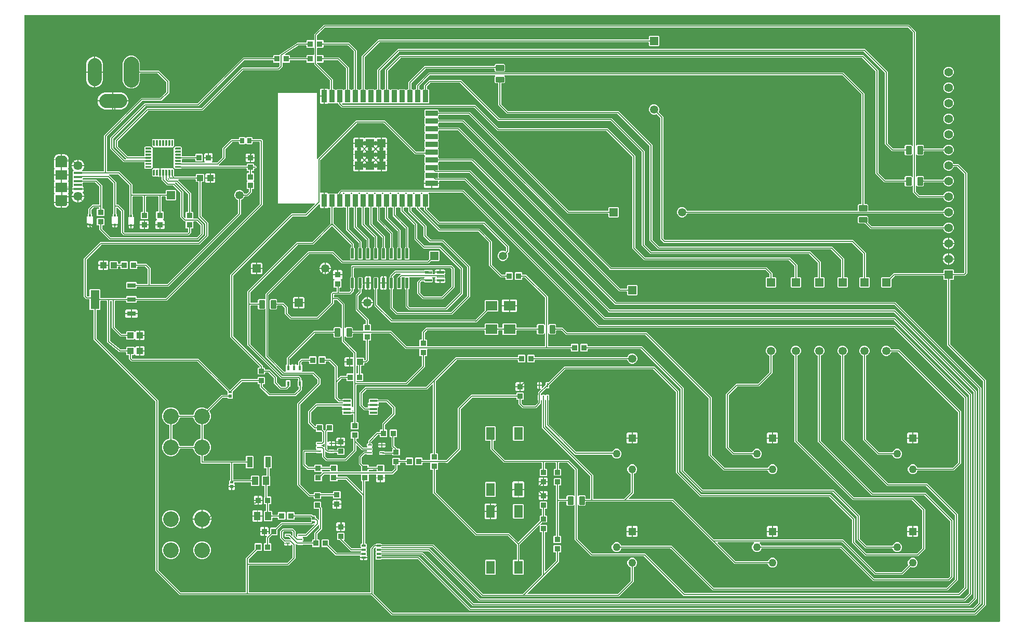
<source format=gbr>
G04 EAGLE Gerber RS-274X export*
G75*
%MOMM*%
%FSLAX34Y34*%
%LPD*%
%INTop Copper*%
%IPPOS*%
%AMOC8*
5,1,8,0,0,1.08239X$1,22.5*%
G01*
G04 Define Apertures*
%ADD10R,1.050000X1.380000*%
%ADD11R,0.970000X0.960000*%
%ADD12R,1.100000X1.000000*%
%ADD13R,0.930000X0.890000*%
%ADD14R,0.960000X0.970000*%
%ADD15R,0.890000X0.930000*%
%ADD16R,1.000000X1.020000*%
%ADD17R,0.508000X0.406400*%
%ADD18R,0.508000X0.558800*%
%ADD19R,0.299200X0.401600*%
%ADD20C,2.500000*%
%ADD21C,2.250000*%
%ADD22R,1.398000X1.398000*%
%ADD23C,1.398000*%
%ADD24R,0.970000X1.730000*%
%ADD25R,0.930000X0.870000*%
%ADD26R,0.870000X0.930000*%
%ADD27R,0.930000X0.970000*%
%ADD28R,0.711200X0.838200*%
%ADD29R,0.900000X0.970000*%
%ADD30R,1.268000X1.268000*%
%ADD31C,1.268000*%
%ADD32R,1.400000X2.100000*%
%ADD33R,0.673100X0.254000*%
%ADD34C,0.100000*%
%ADD35R,1.950000X1.550000*%
%ADD36R,0.900000X2.000000*%
%ADD37R,2.000000X0.900000*%
%ADD38R,1.330000X1.330000*%
%ADD39C,0.708000*%
%ADD40R,1.270000X1.270000*%
%ADD41R,0.250000X0.250000*%
%ADD42R,0.254000X0.673100*%
%ADD43R,0.673100X0.355600*%
%ADD44R,1.206400X0.400000*%
%ADD45R,0.449200X0.802400*%
%ADD46R,1.456400X0.800000*%
%ADD47R,1.456400X3.100000*%
%ADD48R,0.508000X1.676400*%
%ADD49R,1.350000X0.400000*%
%ADD50C,1.450000*%
%ADD51C,1.200000*%
%ADD52R,1.900000X1.500000*%
%ADD53C,2.550000*%
%ADD54C,0.230000*%
%ADD55R,1.346200X1.346200*%
%ADD56C,1.346200*%
%ADD57R,0.970000X0.900000*%
%ADD58C,0.152400*%
%ADD59C,0.756400*%
G36*
X1594455Y5140D02*
X1594158Y5080D01*
X5842Y5080D01*
X5567Y5131D01*
X5312Y5295D01*
X5140Y5545D01*
X5080Y5842D01*
X5080Y994158D01*
X5131Y994433D01*
X5295Y994688D01*
X5545Y994860D01*
X5842Y994920D01*
X1594158Y994920D01*
X1594433Y994869D01*
X1594688Y994705D01*
X1594860Y994455D01*
X1594920Y994158D01*
X1594920Y5842D01*
X1594869Y5567D01*
X1594705Y5312D01*
X1594455Y5140D01*
G37*
%LPC*%
G36*
X603573Y15494D02*
X1555427Y15494D01*
X1572006Y32073D01*
X1572006Y399727D01*
X1513809Y457924D01*
X1513646Y458165D01*
X1513586Y458463D01*
X1513586Y562224D01*
X1513637Y562499D01*
X1513801Y562754D01*
X1514051Y562926D01*
X1514348Y562986D01*
X1518921Y562986D01*
X1519814Y563879D01*
X1519814Y568452D01*
X1519865Y568727D01*
X1520029Y568982D01*
X1520279Y569154D01*
X1520576Y569214D01*
X1537647Y569214D01*
X1541526Y573093D01*
X1541526Y737547D01*
X1527487Y751586D01*
X1520078Y751586D01*
X1519797Y751639D01*
X1519543Y751805D01*
X1519374Y752056D01*
X1518518Y754123D01*
X1516123Y756518D01*
X1512994Y757814D01*
X1509606Y757814D01*
X1506477Y756518D01*
X1504082Y754123D01*
X1502786Y750994D01*
X1502786Y747606D01*
X1504082Y744477D01*
X1506477Y742082D01*
X1509606Y740786D01*
X1512994Y740786D01*
X1516123Y742082D01*
X1518518Y744477D01*
X1519374Y746544D01*
X1519530Y746782D01*
X1519781Y746954D01*
X1520078Y747014D01*
X1525277Y747014D01*
X1525563Y746958D01*
X1525816Y746791D01*
X1536731Y735876D01*
X1536894Y735635D01*
X1536954Y735337D01*
X1536954Y575303D01*
X1536898Y575017D01*
X1536731Y574764D01*
X1535976Y574009D01*
X1535735Y573846D01*
X1535437Y573786D01*
X1520576Y573786D01*
X1520301Y573837D01*
X1520046Y574001D01*
X1519874Y574251D01*
X1519814Y574548D01*
X1519814Y579121D01*
X1518921Y580014D01*
X1503679Y580014D01*
X1502786Y579121D01*
X1502786Y574548D01*
X1502735Y574273D01*
X1502571Y574018D01*
X1502321Y573846D01*
X1502024Y573786D01*
X1421453Y573786D01*
X1414945Y567278D01*
X1414704Y567115D01*
X1414406Y567055D01*
X1402338Y567055D01*
X1401445Y566162D01*
X1401445Y551438D01*
X1402338Y550545D01*
X1417062Y550545D01*
X1417955Y551438D01*
X1417955Y563506D01*
X1418011Y563792D01*
X1418178Y564045D01*
X1423124Y568991D01*
X1423365Y569154D01*
X1423663Y569214D01*
X1502024Y569214D01*
X1502299Y569163D01*
X1502554Y568999D01*
X1502726Y568749D01*
X1502786Y568452D01*
X1502786Y563879D01*
X1503679Y562986D01*
X1508252Y562986D01*
X1508527Y562935D01*
X1508782Y562771D01*
X1508954Y562521D01*
X1509014Y562224D01*
X1509014Y456253D01*
X1567211Y398056D01*
X1567374Y397815D01*
X1567434Y397517D01*
X1567434Y34283D01*
X1567378Y33997D01*
X1567211Y33744D01*
X1553756Y20289D01*
X1553515Y20126D01*
X1553217Y20066D01*
X605783Y20066D01*
X605497Y20122D01*
X605244Y20289D01*
X574009Y51524D01*
X573846Y51765D01*
X573786Y52063D01*
X573786Y123197D01*
X573842Y123483D01*
X574009Y123736D01*
X576692Y126419D01*
X576923Y126577D01*
X577219Y126642D01*
X577517Y126587D01*
X577770Y126419D01*
X577770Y126419D01*
X577928Y126188D01*
X577994Y125892D01*
X577938Y125594D01*
X577770Y125341D01*
X577469Y125039D01*
X577469Y120221D01*
X577770Y119919D01*
X577928Y119688D01*
X577994Y119392D01*
X577938Y119094D01*
X577770Y118841D01*
X577469Y118539D01*
X577469Y113721D01*
X577770Y113419D01*
X577928Y113188D01*
X577994Y112892D01*
X577938Y112594D01*
X577770Y112341D01*
X577469Y112039D01*
X577469Y107221D01*
X578361Y106328D01*
X586355Y106328D01*
X587148Y107121D01*
X587389Y107284D01*
X587686Y107344D01*
X646027Y107344D01*
X646313Y107288D01*
X646566Y107121D01*
X730573Y23114D01*
X1552887Y23114D01*
X1564386Y34613D01*
X1564386Y387027D01*
X1424617Y526796D01*
X970088Y526796D01*
X969802Y526852D01*
X969549Y527019D01*
X736092Y760476D01*
X680886Y760476D01*
X680611Y760527D01*
X680356Y760691D01*
X680184Y760941D01*
X680124Y761238D01*
X680124Y763321D01*
X679444Y764001D01*
X679286Y764232D01*
X679221Y764528D01*
X679277Y764826D01*
X679444Y765079D01*
X680124Y765759D01*
X680124Y776021D01*
X679444Y776701D01*
X679286Y776932D01*
X679221Y777228D01*
X679277Y777526D01*
X679444Y777779D01*
X680124Y778459D01*
X680124Y788721D01*
X679444Y789401D01*
X679286Y789632D01*
X679221Y789928D01*
X679277Y790226D01*
X679444Y790479D01*
X680124Y791159D01*
X680124Y801421D01*
X679444Y802101D01*
X679286Y802332D01*
X679221Y802628D01*
X679277Y802926D01*
X679444Y803179D01*
X680124Y803859D01*
X680124Y805942D01*
X680175Y806217D01*
X680339Y806472D01*
X680589Y806644D01*
X680886Y806704D01*
X711207Y806704D01*
X711493Y806648D01*
X711746Y806481D01*
X974413Y543814D01*
X986663Y543814D01*
X986938Y543763D01*
X987193Y543599D01*
X987365Y543349D01*
X987425Y543052D01*
X987425Y538738D01*
X988318Y537845D01*
X1003042Y537845D01*
X1003935Y538738D01*
X1003935Y553462D01*
X1003042Y554355D01*
X988318Y554355D01*
X987425Y553462D01*
X987425Y549148D01*
X987374Y548873D01*
X987210Y548618D01*
X986960Y548446D01*
X986663Y548386D01*
X976623Y548386D01*
X976337Y548442D01*
X976084Y548609D01*
X713417Y811276D01*
X680886Y811276D01*
X680611Y811327D01*
X680356Y811491D01*
X680184Y811741D01*
X680124Y812038D01*
X680124Y814121D01*
X679444Y814801D01*
X679286Y815032D01*
X679221Y815328D01*
X679277Y815626D01*
X679444Y815879D01*
X680124Y816559D01*
X680124Y818642D01*
X680175Y818917D01*
X680339Y819172D01*
X680589Y819344D01*
X680886Y819404D01*
X718827Y819404D01*
X719113Y819348D01*
X719366Y819181D01*
X959681Y578866D01*
X1212364Y578866D01*
X1212650Y578810D01*
X1212903Y578643D01*
X1219231Y572315D01*
X1219394Y572074D01*
X1219454Y571776D01*
X1219454Y567817D01*
X1219403Y567542D01*
X1219239Y567287D01*
X1218989Y567115D01*
X1218692Y567055D01*
X1214378Y567055D01*
X1213485Y566162D01*
X1213485Y551438D01*
X1214378Y550545D01*
X1229102Y550545D01*
X1229995Y551438D01*
X1229995Y566162D01*
X1229102Y567055D01*
X1224788Y567055D01*
X1224513Y567106D01*
X1224258Y567270D01*
X1224086Y567520D01*
X1224026Y567817D01*
X1224026Y573986D01*
X1214574Y583438D01*
X961891Y583438D01*
X961605Y583494D01*
X961352Y583661D01*
X721037Y823976D01*
X680886Y823976D01*
X680611Y824027D01*
X680356Y824191D01*
X680184Y824441D01*
X680124Y824738D01*
X680124Y826821D01*
X679444Y827501D01*
X679286Y827732D01*
X679221Y828028D01*
X679277Y828326D01*
X679444Y828579D01*
X680124Y829259D01*
X680124Y831342D01*
X680175Y831617D01*
X680339Y831872D01*
X680589Y832044D01*
X680886Y832104D01*
X728987Y832104D01*
X729273Y832048D01*
X729526Y831881D01*
X890593Y670814D01*
X956183Y670814D01*
X956458Y670763D01*
X956713Y670599D01*
X956885Y670349D01*
X956945Y670052D01*
X956945Y665738D01*
X957838Y664845D01*
X972562Y664845D01*
X973455Y665738D01*
X973455Y680462D01*
X972562Y681355D01*
X957838Y681355D01*
X956945Y680462D01*
X956945Y676148D01*
X956894Y675873D01*
X956730Y675618D01*
X956480Y675446D01*
X956183Y675386D01*
X892803Y675386D01*
X892517Y675442D01*
X892264Y675609D01*
X731197Y836676D01*
X680886Y836676D01*
X680611Y836727D01*
X680356Y836891D01*
X680184Y837141D01*
X680124Y837438D01*
X680124Y839521D01*
X679231Y840414D01*
X657969Y840414D01*
X657076Y839521D01*
X657076Y829259D01*
X657756Y828579D01*
X657914Y828348D01*
X657979Y828052D01*
X657923Y827754D01*
X657756Y827501D01*
X657076Y826821D01*
X657076Y816559D01*
X657756Y815879D01*
X657914Y815648D01*
X657979Y815352D01*
X657923Y815054D01*
X657756Y814801D01*
X657076Y814121D01*
X657076Y803859D01*
X657756Y803179D01*
X657914Y802948D01*
X657979Y802652D01*
X657923Y802354D01*
X657756Y802101D01*
X657076Y801421D01*
X657076Y791159D01*
X657756Y790479D01*
X657914Y790248D01*
X657979Y789952D01*
X657923Y789654D01*
X657756Y789401D01*
X657076Y788721D01*
X657076Y778459D01*
X657756Y777779D01*
X657914Y777548D01*
X657979Y777252D01*
X657923Y776954D01*
X657756Y776701D01*
X657076Y776021D01*
X657076Y772668D01*
X657025Y772393D01*
X656861Y772138D01*
X656611Y771966D01*
X656314Y771906D01*
X643883Y771906D01*
X643597Y771962D01*
X643344Y772129D01*
X592767Y822706D01*
X545153Y822706D01*
X482901Y760454D01*
X482681Y760301D01*
X482386Y760231D01*
X482087Y760282D01*
X481832Y760445D01*
X481660Y760695D01*
X481600Y760993D01*
X481600Y867240D01*
X418600Y867240D01*
X418600Y687240D01*
X477605Y687240D01*
X477868Y687193D01*
X478126Y687034D01*
X478302Y686786D01*
X478367Y686490D01*
X478311Y686192D01*
X478144Y685939D01*
X463242Y671037D01*
X463000Y670874D01*
X462703Y670814D01*
X440159Y670814D01*
X340614Y571269D01*
X340614Y469133D01*
X388372Y421375D01*
X388525Y421155D01*
X388595Y420860D01*
X388544Y420561D01*
X388381Y420306D01*
X388131Y420134D01*
X387833Y420074D01*
X385879Y420074D01*
X384986Y419181D01*
X384986Y409219D01*
X385879Y408326D01*
X396441Y408326D01*
X397334Y409219D01*
X397334Y411152D01*
X397385Y411427D01*
X397549Y411682D01*
X397799Y411854D01*
X398096Y411914D01*
X402417Y411914D01*
X402703Y411858D01*
X402956Y411691D01*
X411511Y403136D01*
X411674Y402895D01*
X411734Y402597D01*
X411734Y394023D01*
X421963Y383794D01*
X432747Y383794D01*
X437082Y388129D01*
X437323Y388292D01*
X437621Y388352D01*
X437877Y388352D01*
X438770Y389245D01*
X438770Y398531D01*
X437877Y399424D01*
X432123Y399424D01*
X431230Y398531D01*
X431230Y389128D01*
X431179Y388853D01*
X431015Y388598D01*
X430765Y388426D01*
X430468Y388366D01*
X424173Y388366D01*
X423887Y388422D01*
X423634Y388589D01*
X416529Y395694D01*
X416366Y395935D01*
X416306Y396233D01*
X416306Y404807D01*
X404627Y416486D01*
X398096Y416486D01*
X397821Y416537D01*
X397566Y416701D01*
X397394Y416951D01*
X397334Y417248D01*
X397334Y419181D01*
X396441Y420074D01*
X394208Y420074D01*
X393933Y420125D01*
X393678Y420289D01*
X393506Y420539D01*
X393446Y420836D01*
X393446Y422767D01*
X345409Y470804D01*
X345246Y471045D01*
X345186Y471343D01*
X345186Y569060D01*
X345242Y569346D01*
X345409Y569599D01*
X441829Y666019D01*
X442071Y666182D01*
X442368Y666242D01*
X464913Y666242D01*
X485159Y686489D01*
X485379Y686642D01*
X485674Y686711D01*
X485973Y686661D01*
X486228Y686497D01*
X486400Y686247D01*
X486460Y685950D01*
X486460Y681188D01*
X487948Y679700D01*
X492738Y679700D01*
X492738Y704780D01*
X487950Y704780D01*
X487675Y704831D01*
X487420Y704995D01*
X487248Y705245D01*
X487188Y705542D01*
X487188Y757959D01*
X487244Y758245D01*
X487411Y758498D01*
X546824Y817911D01*
X547065Y818074D01*
X547363Y818134D01*
X590557Y818134D01*
X590843Y818078D01*
X591096Y817911D01*
X641673Y767334D01*
X656314Y767334D01*
X656589Y767283D01*
X656844Y767119D01*
X657016Y766869D01*
X657076Y766572D01*
X657076Y765759D01*
X657756Y765079D01*
X657914Y764848D01*
X657979Y764552D01*
X657923Y764254D01*
X657756Y764001D01*
X657076Y763321D01*
X657076Y753059D01*
X657756Y752379D01*
X657914Y752148D01*
X657979Y751852D01*
X657923Y751554D01*
X657756Y751301D01*
X657076Y750621D01*
X657076Y740359D01*
X657756Y739679D01*
X657914Y739448D01*
X657979Y739152D01*
X657923Y738854D01*
X657756Y738601D01*
X657076Y737921D01*
X657076Y727641D01*
X657196Y727467D01*
X657261Y727171D01*
X657205Y726872D01*
X657038Y726620D01*
X656060Y725642D01*
X656060Y720852D01*
X681140Y720852D01*
X681140Y723828D01*
X681191Y724103D01*
X681355Y724358D01*
X681605Y724530D01*
X681902Y724590D01*
X722201Y724590D01*
X722487Y724534D01*
X722740Y724367D01*
X949775Y497332D01*
X1421899Y497332D01*
X1422185Y497276D01*
X1422438Y497109D01*
X1544351Y375196D01*
X1544514Y374955D01*
X1544574Y374657D01*
X1544574Y52063D01*
X1544518Y51777D01*
X1544351Y51524D01*
X1535976Y43149D01*
X1535735Y42986D01*
X1535437Y42926D01*
X748023Y42926D01*
X747737Y42982D01*
X747484Y43149D01*
X665717Y124916D01*
X587686Y124916D01*
X587400Y124972D01*
X587148Y125139D01*
X586946Y125341D01*
X586788Y125572D01*
X586723Y125868D01*
X586778Y126166D01*
X586946Y126419D01*
X587148Y126621D01*
X587389Y126784D01*
X587686Y126844D01*
X669707Y126844D01*
X669993Y126788D01*
X670246Y126621D01*
X750893Y45974D01*
X973767Y45974D01*
X997966Y70173D01*
X997966Y93588D01*
X998019Y93868D01*
X998185Y94122D01*
X998436Y94292D01*
X999985Y94933D01*
X1002197Y97145D01*
X1003394Y100036D01*
X1003394Y103164D01*
X1002197Y106055D01*
X999985Y108267D01*
X997094Y109464D01*
X993966Y109464D01*
X991075Y108267D01*
X988863Y106055D01*
X987666Y103164D01*
X987666Y100036D01*
X988863Y97145D01*
X991075Y94933D01*
X992924Y94168D01*
X993162Y94011D01*
X993334Y93761D01*
X993394Y93464D01*
X993394Y72383D01*
X993338Y72097D01*
X993171Y71844D01*
X972096Y50769D01*
X971855Y50606D01*
X971557Y50546D01*
X825239Y50546D01*
X824975Y50593D01*
X824717Y50752D01*
X824542Y51000D01*
X824477Y51296D01*
X824532Y51594D01*
X824700Y51847D01*
X876046Y103193D01*
X876046Y117694D01*
X876097Y117969D01*
X876261Y118224D01*
X876511Y118396D01*
X876808Y118456D01*
X879241Y118456D01*
X880134Y119349D01*
X880134Y129611D01*
X879241Y130504D01*
X868279Y130504D01*
X867386Y129611D01*
X867386Y119349D01*
X868279Y118456D01*
X870712Y118456D01*
X870987Y118405D01*
X871242Y118241D01*
X871414Y117991D01*
X871474Y117694D01*
X871474Y105403D01*
X871418Y105117D01*
X871251Y104864D01*
X854487Y88100D01*
X854267Y87947D01*
X853972Y87877D01*
X853673Y87928D01*
X853418Y88091D01*
X853246Y88341D01*
X853186Y88639D01*
X853186Y150664D01*
X853237Y150939D01*
X853401Y151194D01*
X853651Y151366D01*
X853948Y151426D01*
X856181Y151426D01*
X857074Y152319D01*
X857074Y162281D01*
X856181Y163174D01*
X846247Y163174D01*
X845983Y163221D01*
X845725Y163380D01*
X845550Y163628D01*
X845485Y163924D01*
X845540Y164222D01*
X845708Y164475D01*
X848036Y166803D01*
X848277Y166966D01*
X848575Y167026D01*
X856181Y167026D01*
X857074Y167919D01*
X857074Y177881D01*
X856181Y178774D01*
X853948Y178774D01*
X853673Y178825D01*
X853418Y178989D01*
X853246Y179239D01*
X853186Y179536D01*
X853186Y188764D01*
X853237Y189039D01*
X853401Y189294D01*
X853651Y189466D01*
X853948Y189526D01*
X856181Y189526D01*
X857074Y190419D01*
X857074Y200581D01*
X856181Y201474D01*
X845619Y201474D01*
X844726Y200581D01*
X844726Y190419D01*
X845619Y189526D01*
X847852Y189526D01*
X848127Y189475D01*
X848382Y189311D01*
X848554Y189061D01*
X848614Y188764D01*
X848614Y179536D01*
X848563Y179261D01*
X848399Y179006D01*
X848149Y178834D01*
X847852Y178774D01*
X845619Y178774D01*
X844726Y177881D01*
X844726Y170275D01*
X844670Y169989D01*
X844503Y169736D01*
X810439Y135672D01*
X810208Y135514D01*
X809912Y135449D01*
X809614Y135504D01*
X809361Y135672D01*
X795427Y149606D01*
X742943Y149606D01*
X742657Y149662D01*
X742404Y149829D01*
X675609Y216624D01*
X675446Y216865D01*
X675386Y217163D01*
X675386Y252314D01*
X675437Y252589D01*
X675601Y252844D01*
X675851Y253016D01*
X676148Y253076D01*
X678581Y253076D01*
X679474Y253969D01*
X679474Y263652D01*
X679525Y263927D01*
X679689Y264182D01*
X679939Y264354D01*
X680236Y264414D01*
X691797Y264414D01*
X692083Y264358D01*
X692271Y264234D01*
X694187Y264234D01*
X716026Y286073D01*
X716026Y351797D01*
X716082Y352083D01*
X716249Y352336D01*
X734704Y370791D01*
X734945Y370954D01*
X735243Y371014D01*
X805864Y371014D01*
X806139Y370963D01*
X806394Y370799D01*
X806566Y370549D01*
X806626Y370252D01*
X806626Y368219D01*
X807519Y367326D01*
X809752Y367326D01*
X810027Y367275D01*
X810282Y367111D01*
X810454Y366861D01*
X810514Y366564D01*
X810514Y359733D01*
X816933Y353314D01*
X839147Y353314D01*
X846686Y360853D01*
X846686Y366084D01*
X846742Y366370D01*
X846909Y366622D01*
X847111Y366824D01*
X847342Y366982D01*
X847638Y367048D01*
X847936Y366992D01*
X848189Y366824D01*
X848391Y366622D01*
X848554Y366381D01*
X848614Y366084D01*
X848614Y321633D01*
X927131Y243116D01*
X927294Y242875D01*
X927354Y242577D01*
X927354Y206248D01*
X927303Y205973D01*
X927139Y205718D01*
X926889Y205546D01*
X926592Y205486D01*
X920676Y205486D01*
X920401Y205537D01*
X920146Y205701D01*
X919974Y205951D01*
X919914Y206248D01*
X919914Y210058D01*
X918348Y211624D01*
X909232Y211624D01*
X907827Y210218D01*
X907607Y210065D01*
X907312Y209996D01*
X907013Y210046D01*
X906758Y210210D01*
X906586Y210460D01*
X906526Y210757D01*
X906526Y254947D01*
X892487Y268986D01*
X788663Y268986D01*
X788377Y269042D01*
X788124Y269209D01*
X769589Y287744D01*
X769426Y287985D01*
X769366Y288283D01*
X769366Y299414D01*
X769417Y299689D01*
X769581Y299944D01*
X769831Y300116D01*
X770128Y300176D01*
X772531Y300176D01*
X773424Y301069D01*
X773424Y323331D01*
X772531Y324224D01*
X757269Y324224D01*
X756376Y323331D01*
X756376Y301069D01*
X757269Y300176D01*
X764032Y300176D01*
X764307Y300125D01*
X764562Y299961D01*
X764734Y299711D01*
X764794Y299414D01*
X764794Y286073D01*
X786453Y264414D01*
X847852Y264414D01*
X848127Y264363D01*
X848382Y264199D01*
X848554Y263949D01*
X848614Y263652D01*
X848614Y255736D01*
X848563Y255461D01*
X848399Y255206D01*
X848149Y255034D01*
X847852Y254974D01*
X845619Y254974D01*
X844726Y254081D01*
X844726Y243919D01*
X845619Y243026D01*
X856181Y243026D01*
X857074Y243919D01*
X857074Y254081D01*
X856181Y254974D01*
X853948Y254974D01*
X853673Y255025D01*
X853418Y255189D01*
X853246Y255439D01*
X853186Y255736D01*
X853186Y263652D01*
X853237Y263927D01*
X853401Y264182D01*
X853651Y264354D01*
X853948Y264414D01*
X870712Y264414D01*
X870987Y264363D01*
X871242Y264199D01*
X871414Y263949D01*
X871474Y263652D01*
X871474Y255736D01*
X871423Y255461D01*
X871259Y255206D01*
X871009Y255034D01*
X870712Y254974D01*
X868479Y254974D01*
X867586Y254081D01*
X867586Y244119D01*
X868479Y243226D01*
X879041Y243226D01*
X879934Y244119D01*
X879934Y254081D01*
X879041Y254974D01*
X876808Y254974D01*
X876533Y255025D01*
X876278Y255189D01*
X876106Y255439D01*
X876046Y255736D01*
X876046Y263652D01*
X876097Y263927D01*
X876261Y264182D01*
X876511Y264354D01*
X876808Y264414D01*
X890277Y264414D01*
X890563Y264358D01*
X890816Y264191D01*
X901731Y253276D01*
X901894Y253035D01*
X901954Y252737D01*
X901954Y210757D01*
X901907Y210494D01*
X901748Y210236D01*
X901500Y210060D01*
X901204Y209995D01*
X900906Y210051D01*
X900653Y210218D01*
X899248Y211624D01*
X890132Y211624D01*
X888566Y210058D01*
X888566Y206248D01*
X888515Y205973D01*
X888351Y205718D01*
X888101Y205546D01*
X887804Y205486D01*
X876808Y205486D01*
X876533Y205537D01*
X876278Y205701D01*
X876106Y205951D01*
X876046Y206248D01*
X876046Y226864D01*
X876097Y227139D01*
X876261Y227394D01*
X876511Y227566D01*
X876808Y227626D01*
X879041Y227626D01*
X879934Y228519D01*
X879934Y238481D01*
X879041Y239374D01*
X868479Y239374D01*
X867586Y238481D01*
X867586Y228519D01*
X868479Y227626D01*
X870712Y227626D01*
X870987Y227575D01*
X871242Y227411D01*
X871414Y227161D01*
X871474Y226864D01*
X871474Y146466D01*
X871423Y146191D01*
X871259Y145936D01*
X871009Y145764D01*
X870712Y145704D01*
X868279Y145704D01*
X867386Y144811D01*
X867386Y134549D01*
X868279Y133656D01*
X879241Y133656D01*
X880134Y134549D01*
X880134Y144811D01*
X879241Y145704D01*
X876808Y145704D01*
X876533Y145755D01*
X876278Y145919D01*
X876106Y146169D01*
X876046Y146466D01*
X876046Y200152D01*
X876097Y200427D01*
X876261Y200682D01*
X876511Y200854D01*
X876808Y200914D01*
X887804Y200914D01*
X888079Y200863D01*
X888334Y200699D01*
X888506Y200449D01*
X888566Y200152D01*
X888566Y196342D01*
X890132Y194776D01*
X899248Y194776D01*
X900653Y196182D01*
X900873Y196335D01*
X901168Y196404D01*
X901467Y196354D01*
X901722Y196190D01*
X901894Y195940D01*
X901954Y195643D01*
X901954Y138753D01*
X928693Y112014D01*
X1014737Y112014D01*
X1015023Y111958D01*
X1015276Y111791D01*
X1079559Y47508D01*
X1529021Y47508D01*
X1541526Y60013D01*
X1541526Y371787D01*
X1424109Y489204D01*
X941825Y489204D01*
X941539Y489260D01*
X941286Y489427D01*
X721037Y709676D01*
X521023Y709676D01*
X516614Y705267D01*
X516614Y704526D01*
X516563Y704251D01*
X516399Y703996D01*
X516149Y703824D01*
X515852Y703764D01*
X513769Y703764D01*
X513089Y703084D01*
X512858Y702926D01*
X512562Y702861D01*
X512264Y702917D01*
X512011Y703084D01*
X511331Y703764D01*
X501051Y703764D01*
X500877Y703645D01*
X500581Y703579D01*
X500282Y703635D01*
X500030Y703803D01*
X499052Y704780D01*
X494262Y704780D01*
X494262Y679700D01*
X499052Y679700D01*
X500030Y680678D01*
X500260Y680836D01*
X500556Y680901D01*
X500854Y680845D01*
X501049Y680716D01*
X503152Y680716D01*
X503427Y680665D01*
X503682Y680501D01*
X503854Y680251D01*
X503914Y679954D01*
X503914Y654783D01*
X503858Y654497D01*
X503691Y654244D01*
X474256Y624809D01*
X474015Y624646D01*
X473717Y624586D01*
X448633Y624586D01*
X368554Y544507D01*
X368554Y456253D01*
X423233Y401574D01*
X450857Y401574D01*
X451143Y401518D01*
X451396Y401351D01*
X451491Y401256D01*
X451654Y401015D01*
X451714Y400717D01*
X451714Y400186D01*
X451663Y399911D01*
X451499Y399656D01*
X451249Y399484D01*
X451166Y399468D01*
X450230Y398531D01*
X450230Y389245D01*
X451123Y388352D01*
X451612Y388352D01*
X451887Y388301D01*
X452142Y388137D01*
X452314Y387887D01*
X452374Y387590D01*
X452374Y384803D01*
X452318Y384517D01*
X452151Y384264D01*
X445808Y377921D01*
X445567Y377758D01*
X445269Y377698D01*
X405631Y377698D01*
X405345Y377754D01*
X405092Y377921D01*
X393669Y389344D01*
X393506Y389585D01*
X393446Y389883D01*
X393446Y391964D01*
X393497Y392239D01*
X393661Y392494D01*
X393911Y392666D01*
X394208Y392726D01*
X396441Y392726D01*
X397334Y393619D01*
X397334Y403581D01*
X396441Y404474D01*
X385879Y404474D01*
X384986Y403581D01*
X384986Y401648D01*
X384935Y401373D01*
X384771Y401118D01*
X384521Y400946D01*
X384224Y400886D01*
X358410Y400886D01*
X340906Y383382D01*
X340665Y383219D01*
X340367Y383159D01*
X340353Y383159D01*
X340067Y383215D01*
X339814Y383382D01*
X289110Y434086D01*
X181603Y434086D01*
X181317Y434142D01*
X181064Y434309D01*
X180309Y435064D01*
X180146Y435305D01*
X180086Y435603D01*
X180086Y439654D01*
X180137Y439929D01*
X180301Y440184D01*
X180551Y440356D01*
X180848Y440416D01*
X183461Y440416D01*
X184169Y441124D01*
X184389Y441277D01*
X184684Y441347D01*
X184983Y441296D01*
X185238Y441132D01*
X185266Y441092D01*
X186958Y439400D01*
X192248Y439400D01*
X192248Y454680D01*
X186958Y454680D01*
X185284Y453006D01*
X185264Y452974D01*
X185016Y452798D01*
X184720Y452733D01*
X184422Y452789D01*
X184169Y452956D01*
X183461Y453664D01*
X172199Y453664D01*
X171306Y452771D01*
X171306Y450088D01*
X171255Y449813D01*
X171091Y449558D01*
X170841Y449386D01*
X170544Y449326D01*
X162035Y449326D01*
X161819Y449357D01*
X161551Y449499D01*
X144804Y463270D01*
X144586Y463561D01*
X144526Y463859D01*
X144526Y527812D01*
X144577Y528087D01*
X144741Y528342D01*
X144991Y528514D01*
X145288Y528574D01*
X146812Y528574D01*
X147087Y528523D01*
X147342Y528359D01*
X147514Y528109D01*
X147574Y527812D01*
X147574Y484163D01*
X161583Y470154D01*
X170544Y470154D01*
X170819Y470103D01*
X171074Y469939D01*
X171246Y469689D01*
X171306Y469392D01*
X171306Y466709D01*
X172199Y465816D01*
X183461Y465816D01*
X184169Y466524D01*
X184389Y466677D01*
X184684Y466747D01*
X184983Y466696D01*
X185238Y466532D01*
X185266Y466492D01*
X186958Y464800D01*
X192248Y464800D01*
X192248Y480080D01*
X186958Y480080D01*
X185284Y478406D01*
X185264Y478374D01*
X185016Y478198D01*
X184720Y478133D01*
X184422Y478189D01*
X184169Y478356D01*
X183461Y479064D01*
X172199Y479064D01*
X171306Y478171D01*
X171306Y475488D01*
X171255Y475213D01*
X171091Y474958D01*
X170841Y474786D01*
X170544Y474726D01*
X163793Y474726D01*
X163507Y474782D01*
X163254Y474949D01*
X152369Y485834D01*
X152206Y486075D01*
X152146Y486373D01*
X152146Y527812D01*
X152197Y528087D01*
X152361Y528342D01*
X152611Y528514D01*
X152908Y528574D01*
X170034Y528574D01*
X170309Y528523D01*
X170564Y528359D01*
X170736Y528109D01*
X170796Y527812D01*
X170796Y526229D01*
X171689Y525336D01*
X187515Y525336D01*
X188408Y526229D01*
X188408Y527812D01*
X188459Y528087D01*
X188623Y528342D01*
X188873Y528514D01*
X189170Y528574D01*
X237167Y528574D01*
X393446Y684853D01*
X393446Y790887D01*
X392107Y792226D01*
X377571Y792226D01*
X377296Y792277D01*
X377041Y792441D01*
X376869Y792691D01*
X376809Y792988D01*
X376809Y794762D01*
X375916Y795655D01*
X367542Y795655D01*
X367257Y795370D01*
X367015Y795207D01*
X366718Y795147D01*
X364802Y795147D01*
X364516Y795203D01*
X364263Y795370D01*
X363978Y795655D01*
X355604Y795655D01*
X354711Y794762D01*
X354711Y792988D01*
X354660Y792713D01*
X354496Y792458D01*
X354246Y792286D01*
X353949Y792226D01*
X341953Y792226D01*
X327914Y778187D01*
X327914Y763263D01*
X327858Y762977D01*
X327691Y762724D01*
X319476Y754509D01*
X319235Y754346D01*
X318937Y754286D01*
X311698Y754286D01*
X311434Y754333D01*
X311176Y754492D01*
X311001Y754740D01*
X310936Y755036D01*
X310991Y755334D01*
X311159Y755587D01*
X311870Y756298D01*
X311870Y761238D01*
X298090Y761238D01*
X298090Y756298D01*
X298801Y755587D01*
X298954Y755367D01*
X299024Y755072D01*
X298973Y754773D01*
X298810Y754518D01*
X298560Y754346D01*
X298262Y754286D01*
X262173Y754286D01*
X261809Y754379D01*
X261576Y754574D01*
X261439Y754845D01*
X261418Y755147D01*
X261464Y755500D01*
X261464Y758514D01*
X261430Y758881D01*
X261478Y759227D01*
X261641Y759482D01*
X261891Y759654D01*
X262188Y759714D01*
X282744Y759714D01*
X283019Y759663D01*
X283274Y759499D01*
X283446Y759249D01*
X283506Y758952D01*
X283506Y756719D01*
X284399Y755826D01*
X294361Y755826D01*
X295254Y756719D01*
X295254Y767281D01*
X294361Y768174D01*
X284399Y768174D01*
X283506Y767281D01*
X283506Y765048D01*
X283455Y764773D01*
X283291Y764518D01*
X283041Y764346D01*
X282744Y764286D01*
X262173Y764286D01*
X261809Y764379D01*
X261576Y764574D01*
X261439Y764845D01*
X261418Y765147D01*
X261464Y765500D01*
X261464Y768514D01*
X261434Y768833D01*
X261355Y769106D01*
X261333Y769150D01*
X261252Y769459D01*
X261298Y769758D01*
X261404Y770045D01*
X261464Y770500D01*
X261464Y773514D01*
X261434Y773833D01*
X261355Y774106D01*
X261333Y774150D01*
X261252Y774459D01*
X261298Y774758D01*
X261404Y775045D01*
X261464Y775500D01*
X261464Y778514D01*
X261434Y778833D01*
X261355Y779106D01*
X261227Y779360D01*
X261054Y779585D01*
X260842Y779774D01*
X260599Y779921D01*
X260346Y780014D01*
X259890Y780074D01*
X251912Y780074D01*
X251663Y780058D01*
X251339Y780015D01*
X250879Y779892D01*
X250512Y779885D01*
X250236Y780010D01*
X250030Y780233D01*
X250001Y780280D01*
X249747Y780582D01*
X249449Y780841D01*
X249363Y780894D01*
X249114Y781149D01*
X249013Y781435D01*
X249031Y781737D01*
X249155Y782199D01*
X249198Y782523D01*
X249214Y782772D01*
X249214Y790764D01*
X249184Y791083D01*
X249105Y791356D01*
X248977Y791610D01*
X248804Y791835D01*
X248592Y792024D01*
X248349Y792171D01*
X248096Y792264D01*
X247640Y792324D01*
X244626Y792324D01*
X244307Y792294D01*
X244034Y792215D01*
X243990Y792193D01*
X243681Y792112D01*
X243382Y792158D01*
X243095Y792264D01*
X242640Y792324D01*
X239626Y792324D01*
X239307Y792294D01*
X239034Y792215D01*
X238990Y792193D01*
X238681Y792112D01*
X238382Y792158D01*
X238095Y792264D01*
X237640Y792324D01*
X234626Y792324D01*
X234307Y792294D01*
X234034Y792215D01*
X233990Y792193D01*
X233681Y792112D01*
X233382Y792158D01*
X233095Y792264D01*
X232640Y792324D01*
X229626Y792324D01*
X229307Y792294D01*
X229034Y792215D01*
X228990Y792193D01*
X228681Y792112D01*
X228382Y792158D01*
X228095Y792264D01*
X227640Y792324D01*
X224626Y792324D01*
X224307Y792294D01*
X224034Y792215D01*
X223990Y792193D01*
X223681Y792112D01*
X223382Y792158D01*
X223095Y792264D01*
X222640Y792324D01*
X219626Y792324D01*
X219307Y792294D01*
X219034Y792215D01*
X218990Y792193D01*
X218681Y792112D01*
X218382Y792158D01*
X218095Y792264D01*
X217640Y792324D01*
X214626Y792324D01*
X214307Y792294D01*
X214034Y792215D01*
X213780Y792087D01*
X213555Y791914D01*
X213366Y791702D01*
X213219Y791459D01*
X213126Y791206D01*
X213066Y790750D01*
X213066Y782772D01*
X213082Y782523D01*
X213125Y782199D01*
X213248Y781739D01*
X213255Y781372D01*
X213130Y781096D01*
X212907Y780890D01*
X212860Y780861D01*
X212558Y780607D01*
X212299Y780309D01*
X212246Y780223D01*
X211991Y779974D01*
X211706Y779873D01*
X211403Y779891D01*
X210941Y780015D01*
X210617Y780058D01*
X210368Y780074D01*
X202376Y780074D01*
X202057Y780044D01*
X201784Y779965D01*
X201530Y779837D01*
X201305Y779664D01*
X201116Y779452D01*
X200969Y779209D01*
X200876Y778956D01*
X200816Y778500D01*
X200816Y775486D01*
X200846Y775167D01*
X200925Y774894D01*
X200947Y774850D01*
X201028Y774541D01*
X200982Y774242D01*
X200876Y773955D01*
X200816Y773500D01*
X200816Y770486D01*
X200846Y770167D01*
X200925Y769894D01*
X200947Y769850D01*
X201028Y769541D01*
X200982Y769242D01*
X200876Y768955D01*
X200816Y768500D01*
X200816Y765486D01*
X200850Y765119D01*
X200803Y764773D01*
X200639Y764518D01*
X200389Y764346D01*
X200092Y764286D01*
X173983Y764286D01*
X173697Y764342D01*
X173444Y764509D01*
X157449Y780504D01*
X157286Y780745D01*
X157226Y781043D01*
X157226Y788677D01*
X157282Y788963D01*
X157449Y789216D01*
X206464Y838231D01*
X206705Y838394D01*
X207003Y838454D01*
X295587Y838454D01*
X361404Y904271D01*
X361645Y904434D01*
X361943Y904494D01*
X420047Y904494D01*
X425652Y910099D01*
X425652Y916154D01*
X425703Y916429D01*
X425867Y916684D01*
X426117Y916856D01*
X426414Y916916D01*
X436911Y916916D01*
X437804Y917809D01*
X437804Y920242D01*
X437855Y920517D01*
X438019Y920772D01*
X438269Y920944D01*
X438566Y921004D01*
X464404Y921004D01*
X464679Y920953D01*
X464934Y920789D01*
X465106Y920539D01*
X465166Y920242D01*
X465166Y917809D01*
X466059Y916916D01*
X476556Y916916D01*
X476831Y916865D01*
X477086Y916701D01*
X477258Y916451D01*
X477318Y916154D01*
X477318Y914006D01*
X502951Y888373D01*
X503114Y888132D01*
X503174Y887835D01*
X503174Y874526D01*
X503123Y874251D01*
X502959Y873996D01*
X502709Y873824D01*
X502412Y873764D01*
X501051Y873764D01*
X500877Y873645D01*
X500581Y873579D01*
X500282Y873635D01*
X500030Y873803D01*
X499052Y874780D01*
X494262Y874780D01*
X494262Y849700D01*
X499052Y849700D01*
X500030Y850678D01*
X500260Y850836D01*
X500556Y850901D01*
X500854Y850845D01*
X501049Y850716D01*
X511331Y850716D01*
X512011Y851396D01*
X512242Y851554D01*
X512538Y851619D01*
X512836Y851563D01*
X513089Y851396D01*
X513769Y850716D01*
X515852Y850716D01*
X516127Y850665D01*
X516382Y850501D01*
X516554Y850251D01*
X516614Y849954D01*
X516614Y849213D01*
X522293Y843534D01*
X737877Y843534D01*
X738163Y843478D01*
X738416Y843311D01*
X776293Y805434D01*
X953777Y805434D01*
X954063Y805378D01*
X954316Y805211D01*
X995711Y763816D01*
X995874Y763575D01*
X995934Y763277D01*
X995934Y613733D01*
X1015053Y594614D01*
X1250957Y594614D01*
X1251243Y594558D01*
X1251496Y594391D01*
X1259871Y586016D01*
X1260034Y585775D01*
X1260094Y585477D01*
X1260094Y567817D01*
X1260043Y567542D01*
X1259879Y567287D01*
X1259629Y567115D01*
X1259332Y567055D01*
X1255018Y567055D01*
X1254125Y566162D01*
X1254125Y551438D01*
X1255018Y550545D01*
X1269742Y550545D01*
X1270635Y551438D01*
X1270635Y566162D01*
X1269742Y567055D01*
X1265428Y567055D01*
X1265153Y567106D01*
X1264898Y567270D01*
X1264726Y567520D01*
X1264666Y567817D01*
X1264666Y587687D01*
X1253167Y599186D01*
X1017263Y599186D01*
X1016977Y599242D01*
X1016724Y599409D01*
X1000729Y615404D01*
X1000566Y615645D01*
X1000506Y615943D01*
X1000506Y765487D01*
X955987Y810006D01*
X778503Y810006D01*
X778217Y810062D01*
X777964Y810229D01*
X740087Y848106D01*
X524503Y848106D01*
X524217Y848162D01*
X523964Y848329D01*
X522878Y849415D01*
X522725Y849635D01*
X522655Y849930D01*
X522706Y850229D01*
X522869Y850484D01*
X523119Y850656D01*
X523417Y850716D01*
X524031Y850716D01*
X524711Y851396D01*
X524942Y851554D01*
X525238Y851619D01*
X525536Y851563D01*
X525789Y851396D01*
X526469Y850716D01*
X536731Y850716D01*
X537411Y851396D01*
X537642Y851554D01*
X537938Y851619D01*
X538236Y851563D01*
X538489Y851396D01*
X539169Y850716D01*
X549431Y850716D01*
X550111Y851396D01*
X550342Y851554D01*
X550638Y851619D01*
X550936Y851563D01*
X551189Y851396D01*
X551869Y850716D01*
X562131Y850716D01*
X562811Y851396D01*
X563042Y851554D01*
X563338Y851619D01*
X563636Y851563D01*
X563889Y851396D01*
X564569Y850716D01*
X574831Y850716D01*
X575511Y851396D01*
X575742Y851554D01*
X576038Y851619D01*
X576336Y851563D01*
X576589Y851396D01*
X577269Y850716D01*
X587531Y850716D01*
X588211Y851396D01*
X588442Y851554D01*
X588738Y851619D01*
X589036Y851563D01*
X589289Y851396D01*
X589969Y850716D01*
X600231Y850716D01*
X600911Y851396D01*
X601142Y851554D01*
X601438Y851619D01*
X601736Y851563D01*
X601989Y851396D01*
X602669Y850716D01*
X612931Y850716D01*
X613611Y851396D01*
X613842Y851554D01*
X614138Y851619D01*
X614436Y851563D01*
X614689Y851396D01*
X615369Y850716D01*
X625631Y850716D01*
X626311Y851396D01*
X626542Y851554D01*
X626838Y851619D01*
X627136Y851563D01*
X627389Y851396D01*
X628069Y850716D01*
X638331Y850716D01*
X639011Y851396D01*
X639242Y851554D01*
X639538Y851619D01*
X639836Y851563D01*
X640089Y851396D01*
X640769Y850716D01*
X651031Y850716D01*
X651711Y851396D01*
X651942Y851554D01*
X652238Y851619D01*
X652536Y851563D01*
X652789Y851396D01*
X653469Y850716D01*
X663731Y850716D01*
X664624Y851609D01*
X664624Y872871D01*
X663731Y873764D01*
X661648Y873764D01*
X661373Y873815D01*
X661118Y873979D01*
X660946Y874229D01*
X660886Y874526D01*
X660886Y878317D01*
X660942Y878603D01*
X661109Y878856D01*
X666204Y883951D01*
X666445Y884114D01*
X666743Y884174D01*
X715017Y884174D01*
X715303Y884118D01*
X715556Y883951D01*
X777563Y821944D01*
X960127Y821944D01*
X960413Y821888D01*
X960666Y821721D01*
X1010951Y771436D01*
X1011114Y771195D01*
X1011174Y770897D01*
X1011174Y618813D01*
X1025213Y604774D01*
X1283977Y604774D01*
X1284263Y604718D01*
X1284516Y604551D01*
X1297971Y591096D01*
X1298134Y590855D01*
X1298194Y590557D01*
X1298194Y567817D01*
X1298143Y567542D01*
X1297979Y567287D01*
X1297729Y567115D01*
X1297432Y567055D01*
X1293118Y567055D01*
X1292225Y566162D01*
X1292225Y551438D01*
X1293118Y550545D01*
X1307842Y550545D01*
X1308735Y551438D01*
X1308735Y566162D01*
X1307842Y567055D01*
X1303528Y567055D01*
X1303253Y567106D01*
X1302998Y567270D01*
X1302826Y567520D01*
X1302766Y567817D01*
X1302766Y592767D01*
X1286187Y609346D01*
X1027423Y609346D01*
X1027137Y609402D01*
X1026884Y609569D01*
X1015969Y620484D01*
X1015806Y620725D01*
X1015746Y621023D01*
X1015746Y773107D01*
X962337Y826516D01*
X779773Y826516D01*
X779487Y826572D01*
X779234Y826739D01*
X717227Y888746D01*
X664533Y888746D01*
X656314Y880527D01*
X656314Y874526D01*
X656263Y874251D01*
X656099Y873996D01*
X655849Y873824D01*
X655552Y873764D01*
X653469Y873764D01*
X652789Y873084D01*
X652558Y872926D01*
X652262Y872861D01*
X651964Y872917D01*
X651711Y873084D01*
X651031Y873764D01*
X648948Y873764D01*
X648673Y873815D01*
X648418Y873979D01*
X648246Y874229D01*
X648186Y874526D01*
X648186Y878317D01*
X648242Y878603D01*
X648409Y878856D01*
X665748Y896195D01*
X665989Y896358D01*
X666287Y896418D01*
X771767Y896418D01*
X772030Y896371D01*
X772288Y896212D01*
X772464Y895964D01*
X772529Y895668D01*
X772473Y895370D01*
X772306Y895117D01*
X771356Y894168D01*
X771356Y885052D01*
X772922Y883486D01*
X776732Y883486D01*
X777007Y883435D01*
X777262Y883271D01*
X777434Y883021D01*
X777494Y882724D01*
X777494Y847413D01*
X791533Y833374D01*
X971557Y833374D01*
X971843Y833318D01*
X972096Y833151D01*
X1023651Y781596D01*
X1023814Y781355D01*
X1023874Y781057D01*
X1023874Y626433D01*
X1037913Y612394D01*
X1319537Y612394D01*
X1319823Y612338D01*
X1320076Y612171D01*
X1336071Y596176D01*
X1336234Y595935D01*
X1336294Y595637D01*
X1336294Y567817D01*
X1336243Y567542D01*
X1336079Y567287D01*
X1335829Y567115D01*
X1335532Y567055D01*
X1331218Y567055D01*
X1330325Y566162D01*
X1330325Y551438D01*
X1331218Y550545D01*
X1345942Y550545D01*
X1346835Y551438D01*
X1346835Y566162D01*
X1345942Y567055D01*
X1341628Y567055D01*
X1341353Y567106D01*
X1341098Y567270D01*
X1340926Y567520D01*
X1340866Y567817D01*
X1340866Y597847D01*
X1321747Y616966D01*
X1040123Y616966D01*
X1039837Y617022D01*
X1039584Y617189D01*
X1028669Y628104D01*
X1028506Y628345D01*
X1028446Y628643D01*
X1028446Y783267D01*
X973767Y837946D01*
X793743Y837946D01*
X793457Y838002D01*
X793204Y838169D01*
X782289Y849084D01*
X782126Y849325D01*
X782066Y849623D01*
X782066Y882724D01*
X782117Y882999D01*
X782281Y883254D01*
X782531Y883426D01*
X782828Y883486D01*
X786638Y883486D01*
X788204Y885052D01*
X788204Y894168D01*
X787254Y895117D01*
X787101Y895337D01*
X787032Y895632D01*
X787082Y895931D01*
X787246Y896186D01*
X787496Y896358D01*
X787793Y896418D01*
X1337773Y896418D01*
X1338059Y896362D01*
X1338312Y896195D01*
X1369091Y865416D01*
X1369254Y865175D01*
X1369314Y864877D01*
X1369314Y686996D01*
X1369263Y686721D01*
X1369099Y686466D01*
X1368849Y686294D01*
X1368552Y686234D01*
X1364742Y686234D01*
X1363176Y684668D01*
X1363176Y676148D01*
X1363125Y675873D01*
X1362961Y675618D01*
X1362711Y675446D01*
X1362414Y675386D01*
X1085457Y675386D01*
X1085177Y675439D01*
X1084923Y675605D01*
X1084753Y675856D01*
X1083958Y677776D01*
X1081636Y680098D01*
X1078602Y681355D01*
X1075318Y681355D01*
X1072284Y680098D01*
X1069962Y677776D01*
X1068705Y674742D01*
X1068705Y671458D01*
X1069962Y668424D01*
X1072284Y666102D01*
X1075318Y664845D01*
X1078602Y664845D01*
X1081636Y666102D01*
X1083958Y668424D01*
X1084753Y670344D01*
X1084910Y670582D01*
X1085160Y670754D01*
X1085457Y670814D01*
X1502522Y670814D01*
X1502803Y670761D01*
X1503057Y670595D01*
X1503226Y670344D01*
X1504082Y668277D01*
X1506477Y665882D01*
X1509606Y664586D01*
X1512994Y664586D01*
X1516123Y665882D01*
X1518518Y668277D01*
X1519814Y671406D01*
X1519814Y674794D01*
X1518518Y677923D01*
X1516123Y680318D01*
X1512994Y681614D01*
X1509606Y681614D01*
X1506477Y680318D01*
X1504082Y677923D01*
X1503226Y675856D01*
X1503070Y675618D01*
X1502819Y675446D01*
X1502522Y675386D01*
X1380786Y675386D01*
X1380511Y675437D01*
X1380256Y675601D01*
X1380084Y675851D01*
X1380024Y676148D01*
X1380024Y684668D01*
X1378458Y686234D01*
X1374648Y686234D01*
X1374373Y686285D01*
X1374118Y686449D01*
X1373946Y686699D01*
X1373886Y686996D01*
X1373886Y867087D01*
X1339983Y900990D01*
X664077Y900990D01*
X643614Y880527D01*
X643614Y874526D01*
X643563Y874251D01*
X643399Y873996D01*
X643149Y873824D01*
X642852Y873764D01*
X640769Y873764D01*
X640089Y873084D01*
X639858Y872926D01*
X639562Y872861D01*
X639264Y872917D01*
X639011Y873084D01*
X638331Y873764D01*
X636248Y873764D01*
X635973Y873815D01*
X635718Y873979D01*
X635546Y874229D01*
X635486Y874526D01*
X635486Y883397D01*
X635542Y883683D01*
X635709Y883936D01*
X658584Y906811D01*
X658825Y906974D01*
X659123Y907034D01*
X770594Y907034D01*
X770869Y906983D01*
X771124Y906819D01*
X771296Y906569D01*
X771356Y906272D01*
X771356Y904152D01*
X772922Y902586D01*
X786638Y902586D01*
X788204Y904152D01*
X788204Y913268D01*
X786638Y914834D01*
X772922Y914834D01*
X771356Y913268D01*
X771356Y912368D01*
X771305Y912093D01*
X771141Y911838D01*
X770891Y911666D01*
X770594Y911606D01*
X656913Y911606D01*
X630914Y885607D01*
X630914Y874526D01*
X630863Y874251D01*
X630699Y873996D01*
X630449Y873824D01*
X630152Y873764D01*
X628069Y873764D01*
X627389Y873084D01*
X627158Y872926D01*
X626862Y872861D01*
X626564Y872917D01*
X626311Y873084D01*
X625631Y873764D01*
X615369Y873764D01*
X614689Y873084D01*
X614458Y872926D01*
X614162Y872861D01*
X613864Y872917D01*
X613611Y873084D01*
X612931Y873764D01*
X602669Y873764D01*
X601989Y873084D01*
X601758Y872926D01*
X601462Y872861D01*
X601164Y872917D01*
X600911Y873084D01*
X600231Y873764D01*
X598148Y873764D01*
X597873Y873815D01*
X597618Y873979D01*
X597446Y874229D01*
X597386Y874526D01*
X597386Y903717D01*
X597442Y904003D01*
X597609Y904256D01*
X617944Y924591D01*
X618185Y924754D01*
X618483Y924814D01*
X1370337Y924814D01*
X1370623Y924758D01*
X1370876Y924591D01*
X1391951Y903516D01*
X1392114Y903275D01*
X1392174Y902977D01*
X1392174Y735653D01*
X1406213Y721614D01*
X1438984Y721614D01*
X1439259Y721563D01*
X1439514Y721399D01*
X1439686Y721149D01*
X1439746Y720852D01*
X1439746Y717042D01*
X1441312Y715476D01*
X1450428Y715476D01*
X1451957Y717006D01*
X1452177Y717159D01*
X1452472Y717228D01*
X1452771Y717178D01*
X1453026Y717014D01*
X1453198Y716764D01*
X1453258Y716467D01*
X1453258Y705049D01*
X1462093Y696214D01*
X1502522Y696214D01*
X1502803Y696161D01*
X1503057Y695995D01*
X1503226Y695744D01*
X1504082Y693677D01*
X1506477Y691282D01*
X1509606Y689986D01*
X1512994Y689986D01*
X1516123Y691282D01*
X1518518Y693677D01*
X1519814Y696806D01*
X1519814Y700194D01*
X1518518Y703323D01*
X1516123Y705718D01*
X1512994Y707014D01*
X1509606Y707014D01*
X1506477Y705718D01*
X1504082Y703323D01*
X1503226Y701256D01*
X1503070Y701018D01*
X1502819Y700846D01*
X1502522Y700786D01*
X1464303Y700786D01*
X1464017Y700842D01*
X1463764Y701009D01*
X1458053Y706720D01*
X1457890Y706961D01*
X1457830Y707259D01*
X1457830Y716219D01*
X1457877Y716482D01*
X1458036Y716740D01*
X1458284Y716916D01*
X1458580Y716981D01*
X1458878Y716925D01*
X1459131Y716758D01*
X1460412Y715476D01*
X1469528Y715476D01*
X1471094Y717042D01*
X1471094Y720852D01*
X1471145Y721127D01*
X1471309Y721382D01*
X1471559Y721554D01*
X1471856Y721614D01*
X1502522Y721614D01*
X1502803Y721561D01*
X1503057Y721395D01*
X1503226Y721144D01*
X1504082Y719077D01*
X1506477Y716682D01*
X1509606Y715386D01*
X1512994Y715386D01*
X1516123Y716682D01*
X1518518Y719077D01*
X1519814Y722206D01*
X1519814Y725594D01*
X1518518Y728723D01*
X1516123Y731118D01*
X1512994Y732414D01*
X1509606Y732414D01*
X1506477Y731118D01*
X1504082Y728723D01*
X1503226Y726656D01*
X1503070Y726418D01*
X1502819Y726246D01*
X1502522Y726186D01*
X1471856Y726186D01*
X1471581Y726237D01*
X1471326Y726401D01*
X1471154Y726651D01*
X1471094Y726948D01*
X1471094Y730758D01*
X1469528Y732324D01*
X1460412Y732324D01*
X1459131Y731042D01*
X1458911Y730889D01*
X1458616Y730820D01*
X1458317Y730870D01*
X1458062Y731034D01*
X1457890Y731284D01*
X1457830Y731581D01*
X1457830Y767019D01*
X1457877Y767282D01*
X1458036Y767540D01*
X1458284Y767716D01*
X1458580Y767781D01*
X1458878Y767725D01*
X1459131Y767558D01*
X1460412Y766276D01*
X1469528Y766276D01*
X1471094Y767842D01*
X1471094Y771652D01*
X1471145Y771927D01*
X1471309Y772182D01*
X1471559Y772354D01*
X1471856Y772414D01*
X1502522Y772414D01*
X1502803Y772361D01*
X1503057Y772195D01*
X1503226Y771944D01*
X1504082Y769877D01*
X1506477Y767482D01*
X1509606Y766186D01*
X1512994Y766186D01*
X1516123Y767482D01*
X1518518Y769877D01*
X1519814Y773006D01*
X1519814Y776394D01*
X1518518Y779523D01*
X1516123Y781918D01*
X1512994Y783214D01*
X1509606Y783214D01*
X1506477Y781918D01*
X1504082Y779523D01*
X1503226Y777456D01*
X1503070Y777218D01*
X1502819Y777046D01*
X1502522Y776986D01*
X1471856Y776986D01*
X1471581Y777037D01*
X1471326Y777201D01*
X1471154Y777451D01*
X1471094Y777748D01*
X1471094Y781558D01*
X1469528Y783124D01*
X1460412Y783124D01*
X1459131Y781842D01*
X1458911Y781689D01*
X1458616Y781620D01*
X1458317Y781670D01*
X1458062Y781834D01*
X1457890Y782084D01*
X1457830Y782381D01*
X1457830Y967793D01*
X1446707Y978916D01*
X493180Y978916D01*
X477318Y963054D01*
X477318Y954556D01*
X477267Y954281D01*
X477103Y954026D01*
X476853Y953854D01*
X476556Y953794D01*
X466059Y953794D01*
X465166Y952901D01*
X465166Y950468D01*
X465115Y950193D01*
X464951Y949938D01*
X464701Y949766D01*
X464404Y949706D01*
X451052Y949706D01*
X450904Y949721D01*
X450268Y949846D01*
X450251Y949835D01*
X449827Y949706D01*
X449806Y949706D01*
X449348Y949248D01*
X449233Y949153D01*
X422864Y931502D01*
X422440Y931373D01*
X422419Y931373D01*
X421961Y930915D01*
X421846Y930820D01*
X421307Y930460D01*
X421303Y930439D01*
X421095Y930049D01*
X420933Y929887D01*
X420692Y929724D01*
X420395Y929664D01*
X411449Y929664D01*
X410556Y928771D01*
X410556Y926338D01*
X410505Y926063D01*
X410341Y925808D01*
X410091Y925636D01*
X409794Y925576D01*
X361773Y925576D01*
X287066Y850869D01*
X286824Y850706D01*
X286527Y850646D01*
X200483Y850646D01*
X145034Y795197D01*
X145034Y776293D01*
X166613Y754714D01*
X200107Y754714D01*
X200472Y754621D01*
X200704Y754426D01*
X200841Y754155D01*
X200862Y753853D01*
X200816Y753500D01*
X200816Y750486D01*
X200846Y750167D01*
X200925Y749894D01*
X200947Y749850D01*
X201028Y749541D01*
X200982Y749242D01*
X200876Y748955D01*
X200816Y748500D01*
X200816Y745486D01*
X200846Y745167D01*
X200925Y744894D01*
X201053Y744640D01*
X201226Y744415D01*
X201438Y744226D01*
X201681Y744079D01*
X201934Y743986D01*
X202390Y743926D01*
X210368Y743926D01*
X210617Y743942D01*
X210941Y743985D01*
X211421Y744113D01*
X211702Y744230D01*
X212133Y744479D01*
X212375Y744664D01*
X212555Y744845D01*
X212785Y745003D01*
X213082Y745068D01*
X213380Y745012D01*
X213633Y744845D01*
X213985Y744493D01*
X214143Y744262D01*
X214208Y743966D01*
X214152Y743668D01*
X213985Y743415D01*
X213804Y743235D01*
X213619Y742993D01*
X213370Y742562D01*
X213253Y742281D01*
X213125Y741801D01*
X213082Y741477D01*
X213066Y741228D01*
X213066Y733236D01*
X213096Y732917D01*
X213175Y732644D01*
X213303Y732390D01*
X213476Y732165D01*
X213688Y731976D01*
X213931Y731829D01*
X214184Y731736D01*
X214640Y731676D01*
X217654Y731676D01*
X217973Y731706D01*
X218246Y731785D01*
X218290Y731807D01*
X218599Y731888D01*
X218898Y731842D01*
X219185Y731736D01*
X219640Y731676D01*
X222212Y731676D01*
X222556Y731593D01*
X222734Y731452D01*
X222738Y731457D01*
X223081Y731159D01*
X223416Y730950D01*
X223779Y730795D01*
X224159Y730699D01*
X224622Y730660D01*
X225378Y730660D01*
X225378Y738762D01*
X226902Y738762D01*
X226902Y730660D01*
X227660Y730660D01*
X228033Y730689D01*
X228367Y730640D01*
X228622Y730477D01*
X228794Y730227D01*
X228854Y729929D01*
X228854Y725493D01*
X237813Y716534D01*
X247657Y716534D01*
X247943Y716478D01*
X248196Y716311D01*
X259111Y705396D01*
X259274Y705155D01*
X259334Y704857D01*
X259334Y664630D01*
X265850Y658114D01*
X267184Y658114D01*
X267459Y658063D01*
X267714Y657899D01*
X267886Y657649D01*
X267946Y657352D01*
X267946Y647669D01*
X268839Y646776D01*
X271272Y646776D01*
X271547Y646725D01*
X271802Y646561D01*
X271974Y646311D01*
X272034Y646014D01*
X272034Y641343D01*
X271978Y641057D01*
X271811Y640804D01*
X271056Y640049D01*
X270815Y639886D01*
X270517Y639826D01*
X168903Y639826D01*
X168617Y639882D01*
X168364Y640049D01*
X167609Y640804D01*
X167446Y641045D01*
X167386Y641343D01*
X167386Y676587D01*
X158427Y685546D01*
X155448Y685546D01*
X155173Y685597D01*
X154918Y685761D01*
X154746Y686011D01*
X154686Y686308D01*
X154686Y721799D01*
X142964Y733521D01*
X142811Y733741D01*
X142741Y734036D01*
X142792Y734335D01*
X142955Y734590D01*
X143205Y734762D01*
X143503Y734822D01*
X158249Y734822D01*
X158535Y734766D01*
X158788Y734599D01*
X176307Y717080D01*
X176470Y716839D01*
X176530Y716541D01*
X176530Y670073D01*
X176474Y669787D01*
X176307Y669534D01*
X176050Y669277D01*
X176050Y665646D01*
X175999Y665371D01*
X175835Y665116D01*
X175585Y664944D01*
X175288Y664884D01*
X174378Y664884D01*
X174323Y664875D01*
X174322Y664872D01*
X174316Y664832D01*
X174316Y653438D01*
X174325Y653383D01*
X174328Y653382D01*
X174376Y653375D01*
X174547Y653331D01*
X174802Y653167D01*
X174974Y652917D01*
X175034Y652620D01*
X175034Y652384D01*
X183106Y652384D01*
X183106Y652621D01*
X183122Y652777D01*
X183242Y653056D01*
X183461Y653266D01*
X183745Y653373D01*
X183817Y653385D01*
X183818Y653388D01*
X183824Y653428D01*
X183824Y664822D01*
X183815Y664877D01*
X183812Y664878D01*
X183772Y664884D01*
X182852Y664884D01*
X182577Y664935D01*
X182322Y665099D01*
X182150Y665349D01*
X182090Y665646D01*
X182090Y669277D01*
X181325Y670042D01*
X181162Y670284D01*
X181102Y670581D01*
X181102Y697992D01*
X181153Y698267D01*
X181317Y698522D01*
X181567Y698694D01*
X181864Y698754D01*
X197612Y698754D01*
X197887Y698703D01*
X198142Y698539D01*
X198314Y698289D01*
X198374Y697992D01*
X198374Y674836D01*
X198323Y674561D01*
X198159Y674306D01*
X197909Y674134D01*
X197612Y674074D01*
X195379Y674074D01*
X194486Y673181D01*
X194486Y663019D01*
X195379Y662126D01*
X205941Y662126D01*
X206834Y663019D01*
X206834Y673181D01*
X205941Y674074D01*
X203708Y674074D01*
X203433Y674125D01*
X203178Y674289D01*
X203006Y674539D01*
X202946Y674836D01*
X202946Y697992D01*
X202997Y698267D01*
X203161Y698522D01*
X203411Y698694D01*
X203708Y698754D01*
X223012Y698754D01*
X223287Y698703D01*
X223542Y698539D01*
X223714Y698289D01*
X223774Y697992D01*
X223774Y675036D01*
X223723Y674761D01*
X223559Y674506D01*
X223309Y674334D01*
X223012Y674274D01*
X220579Y674274D01*
X219686Y673381D01*
X219686Y662519D01*
X220714Y661491D01*
X220867Y661271D01*
X220937Y660976D01*
X220886Y660677D01*
X220722Y660422D01*
X220472Y660250D01*
X220175Y660190D01*
X220158Y660190D01*
X218670Y658702D01*
X218670Y653612D01*
X233450Y653612D01*
X233450Y658702D01*
X231962Y660190D01*
X231945Y660190D01*
X231682Y660237D01*
X231424Y660396D01*
X231248Y660644D01*
X231183Y660940D01*
X231239Y661238D01*
X231406Y661491D01*
X232434Y662519D01*
X232434Y673381D01*
X231541Y674274D01*
X229108Y674274D01*
X228833Y674325D01*
X228578Y674489D01*
X228406Y674739D01*
X228346Y675036D01*
X228346Y697992D01*
X228397Y698267D01*
X228561Y698522D01*
X228811Y698694D01*
X229108Y698754D01*
X234823Y698754D01*
X235098Y698703D01*
X235353Y698539D01*
X235525Y698289D01*
X235585Y697992D01*
X235585Y693678D01*
X236478Y692785D01*
X251202Y692785D01*
X252095Y693678D01*
X252095Y708402D01*
X251202Y709295D01*
X236478Y709295D01*
X235585Y708402D01*
X235585Y704088D01*
X235534Y703813D01*
X235370Y703558D01*
X235120Y703386D01*
X234823Y703326D01*
X181864Y703326D01*
X181589Y703377D01*
X181334Y703541D01*
X181162Y703791D01*
X181102Y704088D01*
X181102Y718751D01*
X160459Y739394D01*
X140208Y739394D01*
X139933Y739445D01*
X139678Y739609D01*
X139506Y739859D01*
X139446Y740156D01*
X139446Y796297D01*
X139502Y796583D01*
X139669Y796836D01*
X197574Y854741D01*
X197815Y854904D01*
X198113Y854964D01*
X228277Y854964D01*
X241046Y867733D01*
X241046Y887407D01*
X224467Y903986D01*
X194086Y903986D01*
X193811Y904037D01*
X193556Y904201D01*
X193384Y904451D01*
X193324Y904748D01*
X193324Y916990D01*
X191189Y922144D01*
X187244Y926089D01*
X182090Y928224D01*
X176510Y928224D01*
X171356Y926089D01*
X167411Y922144D01*
X165276Y916990D01*
X165276Y886410D01*
X167411Y881256D01*
X171356Y877311D01*
X176510Y875176D01*
X182090Y875176D01*
X187244Y877311D01*
X191189Y881256D01*
X193324Y886410D01*
X193324Y898652D01*
X193375Y898927D01*
X193539Y899182D01*
X193789Y899354D01*
X194086Y899414D01*
X222257Y899414D01*
X222543Y899358D01*
X222796Y899191D01*
X236251Y885736D01*
X236414Y885495D01*
X236474Y885197D01*
X236474Y869943D01*
X236418Y869657D01*
X236251Y869404D01*
X226606Y859759D01*
X226365Y859596D01*
X226067Y859536D01*
X195903Y859536D01*
X134874Y798507D01*
X134874Y740156D01*
X134823Y739881D01*
X134659Y739626D01*
X134409Y739454D01*
X134112Y739394D01*
X100777Y739394D01*
X100491Y739450D01*
X100238Y739617D01*
X99414Y740441D01*
X99245Y740471D01*
X98987Y740630D01*
X98812Y740878D01*
X98747Y741174D01*
X98802Y741472D01*
X98970Y741725D01*
X100600Y743354D01*
X102090Y746953D01*
X102090Y748138D01*
X82510Y748138D01*
X82510Y746953D01*
X84000Y743354D01*
X85630Y741725D01*
X85783Y741505D01*
X85853Y741210D01*
X85802Y740911D01*
X85639Y740656D01*
X85388Y740484D01*
X85091Y740424D01*
X84669Y740424D01*
X83776Y739531D01*
X83776Y734269D01*
X83856Y734189D01*
X84014Y733958D01*
X84079Y733662D01*
X84023Y733364D01*
X83856Y733111D01*
X83776Y733031D01*
X83776Y727769D01*
X83856Y727689D01*
X84014Y727458D01*
X84079Y727162D01*
X84023Y726864D01*
X83856Y726611D01*
X83776Y726531D01*
X83776Y721269D01*
X83856Y721189D01*
X84014Y720958D01*
X84079Y720662D01*
X84023Y720364D01*
X83856Y720111D01*
X83776Y720031D01*
X83776Y715284D01*
X83720Y714998D01*
X83553Y714745D01*
X82760Y713952D01*
X82760Y711662D01*
X101340Y711662D01*
X101340Y713952D01*
X100547Y714745D01*
X100384Y714987D01*
X100324Y715284D01*
X100324Y720031D01*
X100244Y720111D01*
X100086Y720342D01*
X100021Y720638D01*
X100077Y720936D01*
X100244Y721189D01*
X100446Y721391D01*
X100688Y721554D01*
X100985Y721614D01*
X120657Y721614D01*
X120943Y721558D01*
X121196Y721391D01*
X127031Y715556D01*
X127194Y715315D01*
X127254Y715017D01*
X127254Y686308D01*
X127203Y686033D01*
X127039Y685778D01*
X126789Y685606D01*
X126492Y685546D01*
X115893Y685546D01*
X109474Y679127D01*
X109474Y671597D01*
X109418Y671311D01*
X109251Y671058D01*
X108740Y670547D01*
X108740Y666916D01*
X108689Y666641D01*
X108525Y666386D01*
X108275Y666214D01*
X107978Y666154D01*
X107068Y666154D01*
X107013Y666145D01*
X107012Y666142D01*
X107006Y666102D01*
X107006Y654708D01*
X107015Y654653D01*
X107018Y654652D01*
X107066Y654645D01*
X107237Y654601D01*
X107492Y654437D01*
X107664Y654187D01*
X107724Y653890D01*
X107724Y653654D01*
X115796Y653654D01*
X115796Y653891D01*
X115812Y654047D01*
X115932Y654326D01*
X116151Y654536D01*
X116435Y654643D01*
X116507Y654655D01*
X116508Y654658D01*
X116514Y654698D01*
X116514Y666092D01*
X116505Y666147D01*
X116502Y666148D01*
X116462Y666154D01*
X115542Y666154D01*
X115267Y666205D01*
X115012Y666369D01*
X114840Y666619D01*
X114780Y666916D01*
X114780Y670547D01*
X114269Y671058D01*
X114106Y671300D01*
X114046Y671597D01*
X114046Y676917D01*
X114102Y677203D01*
X114269Y677456D01*
X117564Y680751D01*
X117805Y680914D01*
X118103Y680974D01*
X126492Y680974D01*
X126767Y680923D01*
X127022Y680759D01*
X127194Y680509D01*
X127254Y680212D01*
X127254Y679866D01*
X127203Y679591D01*
X127039Y679336D01*
X126789Y679164D01*
X126492Y679104D01*
X124059Y679104D01*
X123166Y678211D01*
X123166Y667949D01*
X124059Y667056D01*
X135021Y667056D01*
X135914Y667949D01*
X135914Y678211D01*
X135021Y679104D01*
X132588Y679104D01*
X132313Y679155D01*
X132058Y679319D01*
X131886Y679569D01*
X131826Y679866D01*
X131826Y717227D01*
X122867Y726186D01*
X100985Y726186D01*
X100699Y726242D01*
X100446Y726409D01*
X100244Y726611D01*
X100086Y726842D01*
X100021Y727138D01*
X100077Y727436D01*
X100244Y727689D01*
X100324Y727769D01*
X100324Y727964D01*
X100375Y728239D01*
X100539Y728494D01*
X100789Y728666D01*
X101086Y728726D01*
X140977Y728726D01*
X141263Y728670D01*
X141516Y728503D01*
X149891Y720128D01*
X150054Y719887D01*
X150114Y719589D01*
X150114Y671597D01*
X150058Y671311D01*
X149891Y671058D01*
X149380Y670547D01*
X149380Y666916D01*
X149329Y666641D01*
X149165Y666386D01*
X148915Y666214D01*
X148618Y666154D01*
X147708Y666154D01*
X147653Y666145D01*
X147652Y666142D01*
X147646Y666102D01*
X147646Y654708D01*
X147655Y654653D01*
X147658Y654652D01*
X147706Y654645D01*
X147877Y654601D01*
X148132Y654437D01*
X148304Y654187D01*
X148364Y653890D01*
X148364Y653654D01*
X156436Y653654D01*
X156436Y653891D01*
X156452Y654047D01*
X156572Y654326D01*
X156791Y654536D01*
X157075Y654643D01*
X157147Y654655D01*
X157148Y654658D01*
X157154Y654698D01*
X157154Y666092D01*
X157145Y666147D01*
X157142Y666148D01*
X157102Y666154D01*
X156182Y666154D01*
X155907Y666205D01*
X155652Y666369D01*
X155480Y666619D01*
X155420Y666916D01*
X155420Y670547D01*
X154909Y671058D01*
X154746Y671300D01*
X154686Y671597D01*
X154686Y680212D01*
X154737Y680487D01*
X154901Y680742D01*
X155151Y680914D01*
X155448Y680974D01*
X156217Y680974D01*
X156503Y680918D01*
X156756Y680751D01*
X162591Y674916D01*
X162754Y674675D01*
X162814Y674377D01*
X162814Y639133D01*
X166693Y635254D01*
X272727Y635254D01*
X276606Y639133D01*
X276606Y646014D01*
X276657Y646289D01*
X276821Y646544D01*
X277071Y646716D01*
X277368Y646776D01*
X279801Y646776D01*
X280694Y647669D01*
X280694Y657352D01*
X280745Y657627D01*
X280909Y657882D01*
X281159Y658054D01*
X281456Y658114D01*
X285757Y658114D01*
X286043Y658058D01*
X286296Y657891D01*
X292131Y652056D01*
X292294Y651815D01*
X292354Y651517D01*
X292354Y638803D01*
X292298Y638517D01*
X292131Y638264D01*
X286296Y632429D01*
X286055Y632266D01*
X285757Y632206D01*
X146043Y632206D01*
X145757Y632262D01*
X145504Y632429D01*
X132049Y645884D01*
X131886Y646125D01*
X131826Y646423D01*
X131826Y651094D01*
X131877Y651369D01*
X132041Y651624D01*
X132291Y651796D01*
X132588Y651856D01*
X135021Y651856D01*
X135914Y652749D01*
X135914Y663011D01*
X135021Y663904D01*
X124059Y663904D01*
X123166Y663011D01*
X123166Y652749D01*
X124059Y651856D01*
X126492Y651856D01*
X126767Y651805D01*
X127022Y651641D01*
X127194Y651391D01*
X127254Y651094D01*
X127254Y644213D01*
X143833Y627634D01*
X287967Y627634D01*
X296926Y636593D01*
X296926Y653727D01*
X287967Y662686D01*
X281456Y662686D01*
X281181Y662737D01*
X280926Y662901D01*
X280754Y663151D01*
X280694Y663448D01*
X280694Y673131D01*
X279801Y674024D01*
X277368Y674024D01*
X277093Y674075D01*
X276838Y674239D01*
X276666Y674489D01*
X276606Y674786D01*
X276606Y704527D01*
X255740Y725393D01*
X255587Y725613D01*
X255517Y725908D01*
X255568Y726207D01*
X255731Y726462D01*
X255981Y726634D01*
X256279Y726694D01*
X283434Y726694D01*
X283709Y726643D01*
X283964Y726479D01*
X284136Y726229D01*
X284196Y725932D01*
X284196Y723349D01*
X285089Y722456D01*
X288172Y722456D01*
X288447Y722405D01*
X288702Y722241D01*
X288874Y721991D01*
X288934Y721694D01*
X288934Y665413D01*
X299751Y654596D01*
X299914Y654355D01*
X299974Y654057D01*
X299974Y636263D01*
X299918Y635977D01*
X299751Y635724D01*
X288836Y624809D01*
X288595Y624646D01*
X288297Y624586D01*
X128593Y624586D01*
X101854Y597847D01*
X101854Y534993D01*
X105733Y531114D01*
X110550Y531114D01*
X110825Y531063D01*
X111080Y530899D01*
X111252Y530649D01*
X111312Y530352D01*
X111312Y514729D01*
X112205Y513836D01*
X117070Y513836D01*
X117345Y513785D01*
X117600Y513621D01*
X117772Y513371D01*
X117832Y513074D01*
X117832Y465675D01*
X218471Y365036D01*
X218634Y364795D01*
X218694Y364497D01*
X218694Y87953D01*
X258133Y48514D01*
X570237Y48514D01*
X570523Y48458D01*
X570776Y48291D01*
X603573Y15494D01*
G37*
G36*
X105510Y902462D02*
X118538Y902462D01*
X118538Y926740D01*
X116557Y926740D01*
X111489Y924641D01*
X107609Y920761D01*
X105510Y915693D01*
X105510Y902462D01*
G37*
G36*
X120062Y902462D02*
X133090Y902462D01*
X133090Y915693D01*
X130991Y920761D01*
X127111Y924641D01*
X122043Y926740D01*
X120062Y926740D01*
X120062Y902462D01*
G37*
G36*
X1509606Y893186D02*
X1512994Y893186D01*
X1516123Y894482D01*
X1518518Y896877D01*
X1519814Y900006D01*
X1519814Y903394D01*
X1518518Y906523D01*
X1516123Y908918D01*
X1512994Y910214D01*
X1509606Y910214D01*
X1506477Y908918D01*
X1504082Y906523D01*
X1502786Y903394D01*
X1502786Y900006D01*
X1504082Y896877D01*
X1506477Y894482D01*
X1509606Y893186D01*
G37*
G36*
X120062Y876660D02*
X122043Y876660D01*
X127111Y878759D01*
X130991Y882639D01*
X133090Y887707D01*
X133090Y900938D01*
X120062Y900938D01*
X120062Y876660D01*
G37*
G36*
X116557Y876660D02*
X118538Y876660D01*
X118538Y900938D01*
X105510Y900938D01*
X105510Y887707D01*
X107609Y882639D01*
X111489Y878759D01*
X116557Y876660D01*
G37*
G36*
X1509606Y867786D02*
X1512994Y867786D01*
X1516123Y869082D01*
X1518518Y871477D01*
X1519814Y874606D01*
X1519814Y877994D01*
X1518518Y881123D01*
X1516123Y883518D01*
X1512994Y884814D01*
X1509606Y884814D01*
X1506477Y883518D01*
X1504082Y881123D01*
X1502786Y877994D01*
X1502786Y874606D01*
X1504082Y871477D01*
X1506477Y869082D01*
X1509606Y867786D01*
G37*
G36*
X486460Y863002D02*
X492738Y863002D01*
X492738Y874780D01*
X487948Y874780D01*
X486460Y873292D01*
X486460Y863002D01*
G37*
G36*
X124260Y855462D02*
X148538Y855462D01*
X148538Y868490D01*
X135307Y868490D01*
X130239Y866391D01*
X126359Y862511D01*
X124260Y857443D01*
X124260Y855462D01*
G37*
G36*
X150062Y855462D02*
X174340Y855462D01*
X174340Y857443D01*
X172241Y862511D01*
X168361Y866391D01*
X163293Y868490D01*
X150062Y868490D01*
X150062Y855462D01*
G37*
G36*
X487948Y849700D02*
X492738Y849700D01*
X492738Y861478D01*
X486460Y861478D01*
X486460Y851188D01*
X487948Y849700D01*
G37*
G36*
X1509606Y842386D02*
X1512994Y842386D01*
X1516123Y843682D01*
X1518518Y846077D01*
X1519814Y849206D01*
X1519814Y852594D01*
X1518518Y855723D01*
X1516123Y858118D01*
X1512994Y859414D01*
X1509606Y859414D01*
X1506477Y858118D01*
X1504082Y855723D01*
X1502786Y852594D01*
X1502786Y849206D01*
X1504082Y846077D01*
X1506477Y843682D01*
X1509606Y842386D01*
G37*
G36*
X135307Y840910D02*
X148538Y840910D01*
X148538Y853938D01*
X124260Y853938D01*
X124260Y851957D01*
X126359Y846889D01*
X130239Y843009D01*
X135307Y840910D01*
G37*
G36*
X150062Y840910D02*
X163293Y840910D01*
X168361Y843009D01*
X172241Y846889D01*
X174340Y851957D01*
X174340Y853938D01*
X150062Y853938D01*
X150062Y840910D01*
G37*
G36*
X1366778Y550545D02*
X1381502Y550545D01*
X1382395Y551438D01*
X1382395Y566162D01*
X1381502Y567055D01*
X1377188Y567055D01*
X1376913Y567106D01*
X1376658Y567270D01*
X1376486Y567520D01*
X1376426Y567817D01*
X1376426Y606904D01*
X1355696Y627634D01*
X1049775Y627634D01*
X1049489Y627690D01*
X1049236Y627857D01*
X1046449Y630644D01*
X1046286Y630885D01*
X1046226Y631183D01*
X1046226Y828987D01*
X1038865Y836348D01*
X1038705Y836584D01*
X1038642Y836881D01*
X1038700Y837178D01*
X1039495Y839098D01*
X1039495Y842382D01*
X1038238Y845416D01*
X1035916Y847738D01*
X1032882Y848995D01*
X1029598Y848995D01*
X1026564Y847738D01*
X1024242Y845416D01*
X1022985Y842382D01*
X1022985Y839098D01*
X1024242Y836064D01*
X1026564Y833742D01*
X1029598Y832485D01*
X1032882Y832485D01*
X1034802Y833280D01*
X1035081Y833338D01*
X1035379Y833282D01*
X1035632Y833115D01*
X1041431Y827316D01*
X1041594Y827075D01*
X1041654Y826777D01*
X1041654Y628973D01*
X1047565Y623062D01*
X1353486Y623062D01*
X1353772Y623006D01*
X1354025Y622839D01*
X1371631Y605233D01*
X1371794Y604992D01*
X1371854Y604694D01*
X1371854Y567817D01*
X1371803Y567542D01*
X1371639Y567287D01*
X1371389Y567115D01*
X1371092Y567055D01*
X1366778Y567055D01*
X1365885Y566162D01*
X1365885Y551438D01*
X1366778Y550545D01*
G37*
G36*
X1509606Y816986D02*
X1512994Y816986D01*
X1516123Y818282D01*
X1518518Y820677D01*
X1519814Y823806D01*
X1519814Y827194D01*
X1518518Y830323D01*
X1516123Y832718D01*
X1512994Y834014D01*
X1509606Y834014D01*
X1506477Y832718D01*
X1504082Y830323D01*
X1502786Y827194D01*
X1502786Y823806D01*
X1504082Y820677D01*
X1506477Y818282D01*
X1509606Y816986D01*
G37*
G36*
X1509606Y791586D02*
X1512994Y791586D01*
X1516123Y792882D01*
X1518518Y795277D01*
X1519814Y798406D01*
X1519814Y801794D01*
X1518518Y804923D01*
X1516123Y807318D01*
X1512994Y808614D01*
X1509606Y808614D01*
X1506477Y807318D01*
X1504082Y804923D01*
X1502786Y801794D01*
X1502786Y798406D01*
X1504082Y795277D01*
X1506477Y792882D01*
X1509606Y791586D01*
G37*
G36*
X550912Y739700D02*
X557852Y739700D01*
X558786Y740634D01*
X559017Y740792D01*
X559313Y740857D01*
X559611Y740802D01*
X559864Y740634D01*
X560798Y739700D01*
X567738Y739700D01*
X567738Y749652D01*
X569262Y749652D01*
X569262Y739700D01*
X576202Y739700D01*
X577136Y740634D01*
X577367Y740792D01*
X577663Y740857D01*
X577961Y740802D01*
X578214Y740634D01*
X579148Y739700D01*
X586088Y739700D01*
X586088Y749652D01*
X596040Y749652D01*
X596040Y756592D01*
X595106Y757526D01*
X594948Y757757D01*
X594883Y758053D01*
X594938Y758351D01*
X595106Y758604D01*
X596040Y759538D01*
X596040Y766478D01*
X586088Y766478D01*
X586088Y768002D01*
X596040Y768002D01*
X596040Y774942D01*
X595106Y775876D01*
X594948Y776107D01*
X594883Y776403D01*
X594938Y776701D01*
X595106Y776954D01*
X596040Y777888D01*
X596040Y784828D01*
X586088Y784828D01*
X586088Y794780D01*
X579148Y794780D01*
X578214Y793846D01*
X577983Y793688D01*
X577687Y793623D01*
X577389Y793678D01*
X577136Y793846D01*
X576202Y794780D01*
X569262Y794780D01*
X569262Y784828D01*
X567738Y784828D01*
X567738Y794780D01*
X560798Y794780D01*
X559864Y793846D01*
X559633Y793688D01*
X559337Y793623D01*
X559039Y793678D01*
X558786Y793846D01*
X557852Y794780D01*
X550912Y794780D01*
X550912Y784828D01*
X540960Y784828D01*
X540960Y777888D01*
X541894Y776954D01*
X542052Y776723D01*
X542117Y776427D01*
X542062Y776129D01*
X541894Y775876D01*
X540960Y774942D01*
X540960Y768002D01*
X550912Y768002D01*
X550912Y766478D01*
X540960Y766478D01*
X540960Y759538D01*
X541894Y758604D01*
X542052Y758373D01*
X542117Y758077D01*
X542062Y757779D01*
X541894Y757526D01*
X540960Y756592D01*
X540960Y749652D01*
X550912Y749652D01*
X550912Y739700D01*
G37*
G36*
X587612Y786352D02*
X596040Y786352D01*
X596040Y793292D01*
X594552Y794780D01*
X587612Y794780D01*
X587612Y786352D01*
G37*
G36*
X540960Y786352D02*
X549388Y786352D01*
X549388Y794780D01*
X542448Y794780D01*
X540960Y793292D01*
X540960Y786352D01*
G37*
G36*
X298090Y762762D02*
X304218Y762762D01*
X304218Y769190D01*
X299578Y769190D01*
X298090Y767702D01*
X298090Y762762D01*
G37*
G36*
X305742Y762762D02*
X311870Y762762D01*
X311870Y767702D01*
X310382Y769190D01*
X305742Y769190D01*
X305742Y762762D01*
G37*
G36*
X66062Y759662D02*
X77390Y759662D01*
X77390Y759881D01*
X77372Y760209D01*
X77253Y761266D01*
X77107Y761903D01*
X76762Y762890D01*
X76478Y763479D01*
X75922Y764364D01*
X75514Y764875D01*
X74775Y765614D01*
X74264Y766022D01*
X73379Y766578D01*
X72790Y766862D01*
X71803Y767207D01*
X71166Y767353D01*
X70109Y767472D01*
X69781Y767490D01*
X66062Y767490D01*
X66062Y759662D01*
G37*
G36*
X53210Y759662D02*
X64538Y759662D01*
X64538Y767490D01*
X60819Y767490D01*
X60492Y767472D01*
X59434Y767353D01*
X58797Y767207D01*
X57810Y766862D01*
X57221Y766578D01*
X56336Y766022D01*
X55825Y765614D01*
X55086Y764875D01*
X54678Y764364D01*
X54122Y763479D01*
X53838Y762890D01*
X53493Y761903D01*
X53347Y761266D01*
X53228Y760209D01*
X53210Y759881D01*
X53210Y759662D01*
G37*
G36*
X82510Y749662D02*
X91538Y749662D01*
X91538Y758690D01*
X90353Y758690D01*
X86754Y757200D01*
X84000Y754446D01*
X82510Y750847D01*
X82510Y749662D01*
G37*
G36*
X93062Y749662D02*
X102090Y749662D01*
X102090Y750847D01*
X100600Y754446D01*
X97846Y757200D01*
X94247Y758690D01*
X93062Y758690D01*
X93062Y749662D01*
G37*
G36*
X53260Y734662D02*
X77340Y734662D01*
X77340Y742452D01*
X76191Y743601D01*
X76091Y743724D01*
X75980Y744006D01*
X75987Y744310D01*
X76112Y744586D01*
X76287Y744748D01*
X76285Y744750D01*
X76632Y745043D01*
X76891Y745341D01*
X77100Y745676D01*
X77255Y746039D01*
X77351Y746419D01*
X77390Y746882D01*
X77390Y758138D01*
X53210Y758138D01*
X53210Y746880D01*
X53243Y746457D01*
X53334Y746073D01*
X53484Y745707D01*
X53689Y745370D01*
X53943Y745068D01*
X54241Y744809D01*
X54276Y744788D01*
X54569Y744450D01*
X54634Y744154D01*
X54578Y743856D01*
X54411Y743603D01*
X53260Y742452D01*
X53260Y734662D01*
G37*
G36*
X542448Y739700D02*
X549388Y739700D01*
X549388Y748128D01*
X540960Y748128D01*
X540960Y741188D01*
X542448Y739700D01*
G37*
G36*
X587612Y739700D02*
X594552Y739700D01*
X596040Y741188D01*
X596040Y748128D01*
X587612Y748128D01*
X587612Y739700D01*
G37*
G36*
X53260Y714662D02*
X77340Y714662D01*
X77340Y722452D01*
X76431Y723361D01*
X76273Y723592D01*
X76208Y723888D01*
X76263Y724186D01*
X76431Y724439D01*
X77340Y725348D01*
X77340Y733138D01*
X53260Y733138D01*
X53260Y725348D01*
X54169Y724439D01*
X54327Y724208D01*
X54392Y723912D01*
X54337Y723614D01*
X54169Y723361D01*
X53260Y722452D01*
X53260Y714662D01*
G37*
G36*
X669362Y713050D02*
X679652Y713050D01*
X681140Y714538D01*
X681140Y719328D01*
X669362Y719328D01*
X669362Y713050D01*
G37*
G36*
X657548Y713050D02*
X667838Y713050D01*
X667838Y719328D01*
X656060Y719328D01*
X656060Y714538D01*
X657548Y713050D01*
G37*
G36*
X53210Y689662D02*
X77390Y689662D01*
X77390Y700920D01*
X77357Y701344D01*
X77266Y701727D01*
X77116Y702093D01*
X76911Y702430D01*
X76657Y702732D01*
X76359Y702991D01*
X76324Y703012D01*
X76031Y703350D01*
X75966Y703646D01*
X76022Y703944D01*
X76189Y704197D01*
X77340Y705348D01*
X77340Y713138D01*
X53260Y713138D01*
X53260Y705348D01*
X54409Y704199D01*
X54509Y704076D01*
X54620Y703794D01*
X54613Y703490D01*
X54488Y703214D01*
X54313Y703052D01*
X54315Y703050D01*
X53968Y702757D01*
X53709Y702459D01*
X53500Y702124D01*
X53345Y701761D01*
X53249Y701381D01*
X53210Y700918D01*
X53210Y689662D01*
G37*
G36*
X82510Y699662D02*
X102090Y699662D01*
X102090Y700847D01*
X100600Y704446D01*
X99807Y705238D01*
X99649Y705468D01*
X99584Y705764D01*
X99640Y706063D01*
X99807Y706315D01*
X101340Y707848D01*
X101340Y710138D01*
X82760Y710138D01*
X82760Y707848D01*
X84285Y706323D01*
X84339Y706313D01*
X84597Y706154D01*
X84772Y705906D01*
X84837Y705610D01*
X84782Y705312D01*
X84614Y705059D01*
X84000Y704446D01*
X82510Y700847D01*
X82510Y699662D01*
G37*
G36*
X90353Y689110D02*
X91538Y689110D01*
X91538Y698138D01*
X82510Y698138D01*
X82510Y696953D01*
X84000Y693354D01*
X86754Y690600D01*
X90353Y689110D01*
G37*
G36*
X93062Y689110D02*
X94247Y689110D01*
X97846Y690600D01*
X100600Y693354D01*
X102090Y696953D01*
X102090Y698138D01*
X93062Y698138D01*
X93062Y689110D01*
G37*
G36*
X60819Y680310D02*
X64538Y680310D01*
X64538Y688138D01*
X53210Y688138D01*
X53210Y687919D01*
X53228Y687592D01*
X53347Y686534D01*
X53493Y685897D01*
X53838Y684910D01*
X54122Y684321D01*
X54678Y683436D01*
X55086Y682925D01*
X55825Y682186D01*
X56336Y681778D01*
X57221Y681222D01*
X57810Y680938D01*
X58797Y680593D01*
X59434Y680447D01*
X60492Y680328D01*
X60819Y680310D01*
G37*
G36*
X66062Y680310D02*
X69781Y680310D01*
X70109Y680328D01*
X71166Y680447D01*
X71803Y680593D01*
X72790Y680938D01*
X73379Y681222D01*
X74264Y681778D01*
X74775Y682186D01*
X75514Y682925D01*
X75922Y683436D01*
X76478Y684321D01*
X76762Y684910D01*
X77107Y685897D01*
X77253Y686534D01*
X77372Y687592D01*
X77390Y687919D01*
X77390Y688138D01*
X66062Y688138D01*
X66062Y680310D01*
G37*
G36*
X1509606Y639186D02*
X1512994Y639186D01*
X1516123Y640482D01*
X1518518Y642877D01*
X1519814Y646006D01*
X1519814Y649394D01*
X1518518Y652523D01*
X1516123Y654918D01*
X1512994Y656214D01*
X1509606Y656214D01*
X1506477Y654918D01*
X1504082Y652523D01*
X1503226Y650456D01*
X1503070Y650218D01*
X1502819Y650046D01*
X1502522Y649986D01*
X1386173Y649986D01*
X1385887Y650042D01*
X1385634Y650209D01*
X1380246Y655597D01*
X1380088Y655827D01*
X1380023Y656124D01*
X1380025Y656137D01*
X1380024Y656137D01*
X1380024Y665568D01*
X1378458Y667134D01*
X1364742Y667134D01*
X1363176Y665568D01*
X1363176Y656452D01*
X1364742Y654886D01*
X1374175Y654886D01*
X1374461Y654830D01*
X1374714Y654663D01*
X1383963Y645414D01*
X1502522Y645414D01*
X1502803Y645361D01*
X1503057Y645195D01*
X1503226Y644944D01*
X1504082Y642877D01*
X1506477Y640482D01*
X1509606Y639186D01*
G37*
G36*
X201422Y653462D02*
X207850Y653462D01*
X207850Y658202D01*
X206362Y659690D01*
X201422Y659690D01*
X201422Y653462D01*
G37*
G36*
X193470Y653462D02*
X199898Y653462D01*
X199898Y659690D01*
X194958Y659690D01*
X193470Y658202D01*
X193470Y653462D01*
G37*
G36*
X109212Y648344D02*
X110998Y648344D01*
X110998Y652130D01*
X107724Y652130D01*
X107724Y649832D01*
X109212Y648344D01*
G37*
G36*
X153162Y648344D02*
X154948Y648344D01*
X156436Y649832D01*
X156436Y652130D01*
X153162Y652130D01*
X153162Y648344D01*
G37*
G36*
X149852Y648344D02*
X151638Y648344D01*
X151638Y652130D01*
X148364Y652130D01*
X148364Y649832D01*
X149852Y648344D01*
G37*
G36*
X112522Y648344D02*
X114308Y648344D01*
X115796Y649832D01*
X115796Y652130D01*
X112522Y652130D01*
X112522Y648344D01*
G37*
G36*
X220158Y645510D02*
X225298Y645510D01*
X225298Y652088D01*
X218670Y652088D01*
X218670Y646998D01*
X220158Y645510D01*
G37*
G36*
X226822Y645510D02*
X231962Y645510D01*
X233450Y646998D01*
X233450Y652088D01*
X226822Y652088D01*
X226822Y645510D01*
G37*
G36*
X201422Y645710D02*
X206362Y645710D01*
X207850Y647198D01*
X207850Y651938D01*
X201422Y651938D01*
X201422Y645710D01*
G37*
G36*
X194958Y645710D02*
X199898Y645710D01*
X199898Y651938D01*
X193470Y651938D01*
X193470Y647198D01*
X194958Y645710D01*
G37*
G36*
X179832Y647074D02*
X181618Y647074D01*
X183106Y648562D01*
X183106Y650860D01*
X179832Y650860D01*
X179832Y647074D01*
G37*
G36*
X176522Y647074D02*
X178308Y647074D01*
X178308Y650860D01*
X175034Y650860D01*
X175034Y648562D01*
X176522Y647074D01*
G37*
G36*
X1512062Y623062D02*
X1520830Y623062D01*
X1520830Y624196D01*
X1519379Y627698D01*
X1516698Y630379D01*
X1513196Y631830D01*
X1512062Y631830D01*
X1512062Y623062D01*
G37*
G36*
X1501770Y623062D02*
X1510538Y623062D01*
X1510538Y631830D01*
X1509404Y631830D01*
X1505902Y630379D01*
X1503221Y627698D01*
X1501770Y624196D01*
X1501770Y623062D01*
G37*
G36*
X1512062Y612770D02*
X1513196Y612770D01*
X1516698Y614221D01*
X1519379Y616902D01*
X1520830Y620404D01*
X1520830Y621538D01*
X1512062Y621538D01*
X1512062Y612770D01*
G37*
G36*
X1509404Y612770D02*
X1510538Y612770D01*
X1510538Y621538D01*
X1501770Y621538D01*
X1501770Y620404D01*
X1503221Y616902D01*
X1505902Y614221D01*
X1509404Y612770D01*
G37*
G36*
X1501770Y597662D02*
X1510538Y597662D01*
X1510538Y606430D01*
X1509404Y606430D01*
X1505902Y604979D01*
X1503221Y602298D01*
X1501770Y598796D01*
X1501770Y597662D01*
G37*
G36*
X1512062Y597662D02*
X1520830Y597662D01*
X1520830Y598796D01*
X1519379Y602298D01*
X1516698Y604979D01*
X1513196Y606430D01*
X1512062Y606430D01*
X1512062Y597662D01*
G37*
G36*
X1509404Y587370D02*
X1510538Y587370D01*
X1510538Y596138D01*
X1501770Y596138D01*
X1501770Y595004D01*
X1503221Y591502D01*
X1505902Y588821D01*
X1509404Y587370D01*
G37*
G36*
X1512062Y587370D02*
X1513196Y587370D01*
X1516698Y588821D01*
X1519379Y591502D01*
X1520830Y595004D01*
X1520830Y596138D01*
X1512062Y596138D01*
X1512062Y587370D01*
G37*
G36*
X384302Y582422D02*
X392811Y582422D01*
X392811Y589443D01*
X391323Y590931D01*
X384302Y590931D01*
X384302Y582422D01*
G37*
G36*
X374269Y582422D02*
X382778Y582422D01*
X382778Y590931D01*
X375757Y590931D01*
X374269Y589443D01*
X374269Y582422D01*
G37*
G36*
X375757Y572389D02*
X382778Y572389D01*
X382778Y580898D01*
X374269Y580898D01*
X374269Y573877D01*
X375757Y572389D01*
G37*
G36*
X384302Y572389D02*
X391323Y572389D01*
X392811Y573877D01*
X392811Y580898D01*
X384302Y580898D01*
X384302Y572389D01*
G37*
G36*
X180364Y508622D02*
X189424Y508622D01*
X189424Y512912D01*
X187936Y514400D01*
X180364Y514400D01*
X180364Y508622D01*
G37*
G36*
X169780Y508622D02*
X178840Y508622D01*
X178840Y514400D01*
X171268Y514400D01*
X169780Y512912D01*
X169780Y508622D01*
G37*
G36*
X171268Y501320D02*
X178840Y501320D01*
X178840Y507098D01*
X169780Y507098D01*
X169780Y502808D01*
X171268Y501320D01*
G37*
G36*
X180364Y501320D02*
X187936Y501320D01*
X189424Y502808D01*
X189424Y507098D01*
X180364Y507098D01*
X180364Y501320D01*
G37*
G36*
X193772Y473202D02*
X200550Y473202D01*
X200550Y478592D01*
X199062Y480080D01*
X193772Y480080D01*
X193772Y473202D01*
G37*
G36*
X193772Y464800D02*
X199062Y464800D01*
X200550Y466288D01*
X200550Y471678D01*
X193772Y471678D01*
X193772Y464800D01*
G37*
G36*
X193772Y447802D02*
X200550Y447802D01*
X200550Y453192D01*
X199062Y454680D01*
X193772Y454680D01*
X193772Y447802D01*
G37*
G36*
X193772Y439400D02*
X199062Y439400D01*
X200550Y440888D01*
X200550Y446278D01*
X193772Y446278D01*
X193772Y439400D01*
G37*
G36*
X802269Y300176D02*
X817531Y300176D01*
X818424Y301069D01*
X818424Y323331D01*
X817531Y324224D01*
X802269Y324224D01*
X801376Y323331D01*
X801376Y301069D01*
X802269Y300176D01*
G37*
G36*
X843710Y234362D02*
X850138Y234362D01*
X850138Y240590D01*
X845198Y240590D01*
X843710Y239102D01*
X843710Y234362D01*
G37*
G36*
X851662Y234362D02*
X858090Y234362D01*
X858090Y239102D01*
X856602Y240590D01*
X851662Y240590D01*
X851662Y234362D01*
G37*
G36*
X800360Y221962D02*
X809138Y221962D01*
X809138Y234240D01*
X801848Y234240D01*
X800360Y232752D01*
X800360Y221962D01*
G37*
G36*
X810662Y221962D02*
X819440Y221962D01*
X819440Y232752D01*
X817952Y234240D01*
X810662Y234240D01*
X810662Y221962D01*
G37*
G36*
X757269Y209176D02*
X772531Y209176D01*
X773424Y210069D01*
X773424Y232331D01*
X772531Y233224D01*
X757269Y233224D01*
X756376Y232331D01*
X756376Y210069D01*
X757269Y209176D01*
G37*
G36*
X845198Y226610D02*
X850138Y226610D01*
X850138Y232838D01*
X843710Y232838D01*
X843710Y228098D01*
X845198Y226610D01*
G37*
G36*
X851662Y226610D02*
X856602Y226610D01*
X858090Y228098D01*
X858090Y232838D01*
X851662Y232838D01*
X851662Y226610D01*
G37*
G36*
X801848Y208160D02*
X809138Y208160D01*
X809138Y220438D01*
X800360Y220438D01*
X800360Y209648D01*
X801848Y208160D01*
G37*
G36*
X810662Y208160D02*
X817952Y208160D01*
X819440Y209648D01*
X819440Y220438D01*
X810662Y220438D01*
X810662Y208160D01*
G37*
G36*
X851662Y211662D02*
X858090Y211662D01*
X858090Y216402D01*
X856602Y217890D01*
X851662Y217890D01*
X851662Y211662D01*
G37*
G36*
X843710Y211662D02*
X850138Y211662D01*
X850138Y217890D01*
X845198Y217890D01*
X843710Y216402D01*
X843710Y211662D01*
G37*
G36*
X845198Y203910D02*
X850138Y203910D01*
X850138Y210138D01*
X843710Y210138D01*
X843710Y205398D01*
X845198Y203910D01*
G37*
G36*
X851662Y203910D02*
X856602Y203910D01*
X858090Y205398D01*
X858090Y210138D01*
X851662Y210138D01*
X851662Y203910D01*
G37*
G36*
X755360Y185962D02*
X764138Y185962D01*
X764138Y198240D01*
X756848Y198240D01*
X755360Y196752D01*
X755360Y185962D01*
G37*
G36*
X765662Y185962D02*
X774440Y185962D01*
X774440Y196752D01*
X772952Y198240D01*
X765662Y198240D01*
X765662Y185962D01*
G37*
G36*
X802269Y173176D02*
X817531Y173176D01*
X818424Y174069D01*
X818424Y196331D01*
X817531Y197224D01*
X802269Y197224D01*
X801376Y196331D01*
X801376Y174069D01*
X802269Y173176D01*
G37*
G36*
X756848Y172160D02*
X764138Y172160D01*
X764138Y184438D01*
X755360Y184438D01*
X755360Y173648D01*
X756848Y172160D01*
G37*
G36*
X765662Y172160D02*
X772952Y172160D01*
X774440Y173648D01*
X774440Y184438D01*
X765662Y184438D01*
X765662Y172160D01*
G37*
%LPD*%
G36*
X1439281Y777046D02*
X1438984Y776986D01*
X1421123Y776986D01*
X1420837Y777042D01*
X1420584Y777209D01*
X1412209Y785584D01*
X1412046Y785825D01*
X1411986Y786123D01*
X1411986Y902647D01*
X1375087Y939546D01*
X613733Y939546D01*
X580114Y905927D01*
X580114Y874526D01*
X580063Y874251D01*
X579899Y873996D01*
X579649Y873824D01*
X579352Y873764D01*
X577269Y873764D01*
X576589Y873084D01*
X576358Y872926D01*
X576062Y872861D01*
X575764Y872917D01*
X575511Y873084D01*
X574831Y873764D01*
X564569Y873764D01*
X563889Y873084D01*
X563658Y872926D01*
X563362Y872861D01*
X563064Y872917D01*
X562811Y873084D01*
X562131Y873764D01*
X560048Y873764D01*
X559773Y873815D01*
X559518Y873979D01*
X559346Y874229D01*
X559286Y874526D01*
X559286Y925307D01*
X559342Y925593D01*
X559509Y925846D01*
X583654Y949991D01*
X583895Y950154D01*
X584193Y950214D01*
X1022223Y950214D01*
X1022498Y950163D01*
X1022753Y949999D01*
X1022925Y949749D01*
X1022985Y949452D01*
X1022985Y945138D01*
X1023878Y944245D01*
X1038602Y944245D01*
X1039495Y945138D01*
X1039495Y959862D01*
X1038602Y960755D01*
X1023878Y960755D01*
X1022985Y959862D01*
X1022985Y955548D01*
X1022934Y955273D01*
X1022770Y955018D01*
X1022520Y954846D01*
X1022223Y954786D01*
X581983Y954786D01*
X554714Y927517D01*
X554714Y874526D01*
X554663Y874251D01*
X554499Y873996D01*
X554249Y873824D01*
X553952Y873764D01*
X551869Y873764D01*
X551189Y873084D01*
X550958Y872926D01*
X550662Y872861D01*
X550364Y872917D01*
X550111Y873084D01*
X549431Y873764D01*
X547348Y873764D01*
X547073Y873815D01*
X546818Y873979D01*
X546646Y874229D01*
X546586Y874526D01*
X546586Y937467D01*
X534347Y949706D01*
X493176Y949706D01*
X492901Y949757D01*
X492646Y949921D01*
X492474Y950171D01*
X492414Y950468D01*
X492414Y952901D01*
X491521Y953794D01*
X482652Y953794D01*
X482377Y953845D01*
X482122Y954009D01*
X481950Y954259D01*
X481890Y954556D01*
X481890Y960844D01*
X481946Y961130D01*
X482113Y961383D01*
X494851Y974121D01*
X495092Y974284D01*
X495390Y974344D01*
X1444498Y974344D01*
X1444784Y974288D01*
X1445037Y974121D01*
X1453035Y966123D01*
X1453198Y965881D01*
X1453258Y965584D01*
X1453258Y782133D01*
X1453211Y781870D01*
X1453052Y781612D01*
X1452804Y781436D01*
X1452508Y781371D01*
X1452210Y781427D01*
X1451957Y781594D01*
X1450428Y783124D01*
X1441312Y783124D01*
X1439746Y781558D01*
X1439746Y777748D01*
X1439695Y777473D01*
X1439531Y777218D01*
X1439281Y777046D01*
G37*
G36*
X538258Y872926D02*
X537962Y872861D01*
X537664Y872917D01*
X537411Y873084D01*
X536731Y873764D01*
X534648Y873764D01*
X534373Y873815D01*
X534118Y873979D01*
X533946Y874229D01*
X533886Y874526D01*
X533886Y909527D01*
X517837Y925576D01*
X493176Y925576D01*
X492901Y925627D01*
X492646Y925791D01*
X492474Y926041D01*
X492414Y926338D01*
X492414Y928771D01*
X491521Y929664D01*
X482652Y929664D01*
X482377Y929715D01*
X482122Y929879D01*
X481950Y930129D01*
X481890Y930426D01*
X481890Y940284D01*
X481941Y940559D01*
X482105Y940814D01*
X482355Y940986D01*
X482652Y941046D01*
X491521Y941046D01*
X492414Y941939D01*
X492414Y944372D01*
X492465Y944647D01*
X492629Y944902D01*
X492879Y945074D01*
X493176Y945134D01*
X532137Y945134D01*
X532423Y945078D01*
X532676Y944911D01*
X541791Y935796D01*
X541954Y935555D01*
X542014Y935257D01*
X542014Y874526D01*
X541963Y874251D01*
X541799Y873996D01*
X541549Y873824D01*
X541252Y873764D01*
X539169Y873764D01*
X538489Y873084D01*
X538258Y872926D01*
G37*
G36*
X464701Y925636D02*
X464404Y925576D01*
X438566Y925576D01*
X438291Y925627D01*
X438036Y925791D01*
X437864Y926041D01*
X437804Y926338D01*
X437804Y928771D01*
X436911Y929664D01*
X430846Y929664D01*
X430448Y929776D01*
X430226Y929982D01*
X430102Y930259D01*
X430096Y930562D01*
X430208Y930844D01*
X430422Y931059D01*
X451255Y945005D01*
X451679Y945134D01*
X464404Y945134D01*
X464679Y945083D01*
X464934Y944919D01*
X465106Y944669D01*
X465166Y944372D01*
X465166Y941939D01*
X466059Y941046D01*
X476556Y941046D01*
X476831Y940995D01*
X477086Y940831D01*
X477258Y940581D01*
X477318Y940284D01*
X477318Y930426D01*
X477267Y930151D01*
X477103Y929896D01*
X476853Y929724D01*
X476556Y929664D01*
X466059Y929664D01*
X465166Y928771D01*
X465166Y926338D01*
X465115Y926063D01*
X464951Y925808D01*
X464701Y925636D01*
G37*
G36*
X1439281Y726246D02*
X1438984Y726186D01*
X1408423Y726186D01*
X1408137Y726242D01*
X1407884Y726409D01*
X1396969Y737324D01*
X1396806Y737565D01*
X1396746Y737863D01*
X1396746Y905187D01*
X1372547Y929386D01*
X616273Y929386D01*
X592814Y905927D01*
X592814Y874526D01*
X592763Y874251D01*
X592599Y873996D01*
X592349Y873824D01*
X592052Y873764D01*
X589969Y873764D01*
X589289Y873084D01*
X589058Y872926D01*
X588762Y872861D01*
X588464Y872917D01*
X588211Y873084D01*
X587531Y873764D01*
X585448Y873764D01*
X585173Y873815D01*
X584918Y873979D01*
X584746Y874229D01*
X584686Y874526D01*
X584686Y903717D01*
X584742Y904003D01*
X584909Y904256D01*
X615404Y934751D01*
X615645Y934914D01*
X615943Y934974D01*
X1372877Y934974D01*
X1373163Y934918D01*
X1373416Y934751D01*
X1407191Y900976D01*
X1407354Y900735D01*
X1407414Y900437D01*
X1407414Y783913D01*
X1418913Y772414D01*
X1438984Y772414D01*
X1439259Y772363D01*
X1439514Y772199D01*
X1439686Y771949D01*
X1439746Y771652D01*
X1439746Y767842D01*
X1441312Y766276D01*
X1450428Y766276D01*
X1451957Y767806D01*
X1452177Y767959D01*
X1452472Y768028D01*
X1452771Y767978D01*
X1453026Y767814D01*
X1453198Y767564D01*
X1453258Y767267D01*
X1453258Y731333D01*
X1453211Y731070D01*
X1453052Y730812D01*
X1452804Y730636D01*
X1452508Y730571D01*
X1452210Y730627D01*
X1451957Y730794D01*
X1450428Y732324D01*
X1441312Y732324D01*
X1439746Y730758D01*
X1439746Y726948D01*
X1439695Y726673D01*
X1439531Y726418D01*
X1439281Y726246D01*
G37*
G36*
X525558Y872926D02*
X525262Y872861D01*
X524964Y872917D01*
X524711Y873084D01*
X524031Y873764D01*
X513769Y873764D01*
X513089Y873084D01*
X512858Y872926D01*
X512562Y872861D01*
X512264Y872917D01*
X512011Y873084D01*
X511331Y873764D01*
X509102Y873764D01*
X508816Y873820D01*
X508563Y873987D01*
X507969Y874581D01*
X507806Y874822D01*
X507746Y875120D01*
X507746Y890044D01*
X482175Y915615D01*
X482022Y915835D01*
X481952Y916130D01*
X482003Y916429D01*
X482166Y916684D01*
X482416Y916856D01*
X482714Y916916D01*
X491521Y916916D01*
X492414Y917809D01*
X492414Y920242D01*
X492465Y920517D01*
X492629Y920772D01*
X492879Y920944D01*
X493176Y921004D01*
X515627Y921004D01*
X515913Y920948D01*
X516166Y920781D01*
X529091Y907856D01*
X529254Y907615D01*
X529314Y907317D01*
X529314Y874526D01*
X529263Y874251D01*
X529099Y873996D01*
X528849Y873824D01*
X528552Y873764D01*
X526469Y873764D01*
X525789Y873084D01*
X525558Y872926D01*
G37*
G36*
X170659Y759346D02*
X170361Y759286D01*
X168823Y759286D01*
X168537Y759342D01*
X168284Y759509D01*
X149829Y777964D01*
X149666Y778205D01*
X149606Y778503D01*
X149606Y792988D01*
X149662Y793274D01*
X149829Y793527D01*
X202153Y845851D01*
X202395Y846014D01*
X202692Y846074D01*
X288736Y846074D01*
X363443Y920781D01*
X363685Y920944D01*
X363982Y921004D01*
X409794Y921004D01*
X410069Y920953D01*
X410324Y920789D01*
X410496Y920539D01*
X410556Y920242D01*
X410556Y917809D01*
X411449Y916916D01*
X420318Y916916D01*
X420593Y916865D01*
X420848Y916701D01*
X421020Y916451D01*
X421080Y916154D01*
X421080Y912309D01*
X421024Y912023D01*
X420857Y911770D01*
X418376Y909289D01*
X418135Y909126D01*
X417837Y909066D01*
X359733Y909066D01*
X293916Y843249D01*
X293675Y843086D01*
X293377Y843026D01*
X204793Y843026D01*
X152654Y790887D01*
X152654Y778833D01*
X170900Y760587D01*
X171053Y760367D01*
X171123Y760072D01*
X171072Y759773D01*
X170909Y759518D01*
X170659Y759346D01*
G37*
G36*
X170331Y533206D02*
X170034Y533146D01*
X129686Y533146D01*
X129411Y533197D01*
X129156Y533361D01*
X128984Y533611D01*
X128924Y533908D01*
X128924Y546991D01*
X128031Y547884D01*
X112205Y547884D01*
X111312Y546991D01*
X111312Y536448D01*
X111261Y536173D01*
X111097Y535918D01*
X110847Y535746D01*
X110550Y535686D01*
X107943Y535686D01*
X107657Y535742D01*
X107404Y535909D01*
X106649Y536664D01*
X106486Y536905D01*
X106426Y537203D01*
X106426Y595637D01*
X106482Y595923D01*
X106649Y596176D01*
X130264Y619791D01*
X130505Y619954D01*
X130803Y620014D01*
X290507Y620014D01*
X304546Y634053D01*
X304546Y656267D01*
X293729Y667084D01*
X293566Y667325D01*
X293506Y667623D01*
X293506Y721694D01*
X293557Y721969D01*
X293721Y722224D01*
X293971Y722396D01*
X294268Y722456D01*
X297351Y722456D01*
X298244Y723349D01*
X298244Y734611D01*
X297351Y735504D01*
X285089Y735504D01*
X284196Y734611D01*
X284196Y732028D01*
X284145Y731753D01*
X283981Y731498D01*
X283731Y731326D01*
X283434Y731266D01*
X250183Y731266D01*
X249897Y731322D01*
X249644Y731489D01*
X249279Y731854D01*
X249131Y732063D01*
X249057Y732357D01*
X249103Y732657D01*
X249154Y732795D01*
X249214Y733250D01*
X249214Y741228D01*
X249198Y741477D01*
X249155Y741801D01*
X249032Y742261D01*
X249025Y742628D01*
X249150Y742904D01*
X249373Y743110D01*
X249420Y743139D01*
X249722Y743393D01*
X249981Y743691D01*
X250034Y743777D01*
X250289Y744026D01*
X250575Y744127D01*
X250877Y744109D01*
X251339Y743985D01*
X251663Y743942D01*
X251912Y743926D01*
X259904Y743926D01*
X260223Y743956D01*
X260496Y744035D01*
X260750Y744163D01*
X261032Y744379D01*
X261041Y744367D01*
X261205Y744484D01*
X261502Y744544D01*
X366444Y744544D01*
X366719Y744493D01*
X366974Y744329D01*
X367146Y744079D01*
X367206Y743782D01*
X367206Y741849D01*
X368099Y740956D01*
X370332Y740956D01*
X370607Y740905D01*
X370862Y740741D01*
X371034Y740491D01*
X371094Y740194D01*
X371094Y737836D01*
X371043Y737561D01*
X370879Y737306D01*
X370629Y737134D01*
X370332Y737074D01*
X368099Y737074D01*
X367206Y736181D01*
X367206Y725219D01*
X367986Y724439D01*
X368144Y724208D01*
X368209Y723912D01*
X368153Y723614D01*
X367986Y723361D01*
X367206Y722581D01*
X367206Y711619D01*
X368099Y710726D01*
X370332Y710726D01*
X370607Y710675D01*
X370862Y710511D01*
X371034Y710261D01*
X371094Y709964D01*
X371094Y707383D01*
X371038Y707097D01*
X370871Y706844D01*
X367576Y703549D01*
X367335Y703386D01*
X367037Y703326D01*
X364097Y703326D01*
X363817Y703379D01*
X363563Y703545D01*
X363393Y703796D01*
X362598Y705716D01*
X360276Y708038D01*
X357242Y709295D01*
X353958Y709295D01*
X350924Y708038D01*
X348602Y705716D01*
X347345Y702682D01*
X347345Y699398D01*
X348602Y696364D01*
X350924Y694042D01*
X352844Y693247D01*
X353082Y693090D01*
X353254Y692840D01*
X353314Y692543D01*
X353314Y671823D01*
X353258Y671537D01*
X353091Y671284D01*
X238176Y556369D01*
X237935Y556206D01*
X237637Y556146D01*
X211328Y556146D01*
X211053Y556197D01*
X210798Y556361D01*
X210626Y556611D01*
X210566Y556908D01*
X210566Y582607D01*
X204147Y589026D01*
X189696Y589026D01*
X189421Y589077D01*
X189166Y589241D01*
X188994Y589491D01*
X188934Y589788D01*
X188934Y592021D01*
X188041Y592914D01*
X178079Y592914D01*
X177186Y592021D01*
X177186Y581459D01*
X178079Y580566D01*
X188041Y580566D01*
X188934Y581459D01*
X188934Y583692D01*
X188985Y583967D01*
X189149Y584222D01*
X189399Y584394D01*
X189696Y584454D01*
X201937Y584454D01*
X202223Y584398D01*
X202476Y584231D01*
X205771Y580936D01*
X205934Y580695D01*
X205994Y580397D01*
X205994Y556908D01*
X205943Y556633D01*
X205779Y556378D01*
X205529Y556206D01*
X205232Y556146D01*
X189170Y556146D01*
X188895Y556197D01*
X188640Y556361D01*
X188468Y556611D01*
X188408Y556908D01*
X188408Y558491D01*
X187515Y559384D01*
X171689Y559384D01*
X170796Y558491D01*
X170796Y549229D01*
X171689Y548336D01*
X187515Y548336D01*
X188408Y549229D01*
X188408Y550812D01*
X188459Y551087D01*
X188623Y551342D01*
X188873Y551514D01*
X189170Y551574D01*
X239847Y551574D01*
X357886Y669613D01*
X357886Y692543D01*
X357939Y692823D01*
X358105Y693077D01*
X358356Y693247D01*
X360276Y694042D01*
X362598Y696364D01*
X363393Y698284D01*
X363550Y698522D01*
X363800Y698694D01*
X364097Y698754D01*
X369247Y698754D01*
X375666Y705173D01*
X375666Y709964D01*
X375717Y710239D01*
X375881Y710494D01*
X376131Y710666D01*
X376428Y710726D01*
X378661Y710726D01*
X379554Y711619D01*
X379554Y722581D01*
X378774Y723361D01*
X378616Y723592D01*
X378551Y723888D01*
X378607Y724186D01*
X378774Y724439D01*
X379554Y725219D01*
X379554Y736181D01*
X378661Y737074D01*
X376428Y737074D01*
X376153Y737125D01*
X375898Y737289D01*
X375726Y737539D01*
X375666Y737836D01*
X375666Y740194D01*
X375717Y740469D01*
X375881Y740724D01*
X376131Y740896D01*
X376428Y740956D01*
X378661Y740956D01*
X379554Y741849D01*
X379554Y743782D01*
X379605Y744057D01*
X379769Y744312D01*
X380019Y744484D01*
X380316Y744544D01*
X381877Y744544D01*
X383216Y745883D01*
X383216Y747777D01*
X381707Y749286D01*
X380316Y749286D01*
X380041Y749337D01*
X379786Y749501D01*
X379614Y749751D01*
X379554Y750048D01*
X379554Y751811D01*
X378661Y752704D01*
X368099Y752704D01*
X367206Y751811D01*
X367206Y749878D01*
X367155Y749603D01*
X366991Y749348D01*
X366741Y749176D01*
X366444Y749116D01*
X322389Y749116D01*
X322125Y749163D01*
X321867Y749322D01*
X321692Y749570D01*
X321627Y749866D01*
X321682Y750164D01*
X321850Y750417D01*
X332486Y761053D01*
X332486Y775977D01*
X332542Y776263D01*
X332709Y776516D01*
X343624Y787431D01*
X343865Y787594D01*
X344163Y787654D01*
X353949Y787654D01*
X354224Y787603D01*
X354479Y787439D01*
X354651Y787189D01*
X354711Y786892D01*
X354711Y785118D01*
X355604Y784225D01*
X363978Y784225D01*
X364263Y784510D01*
X364505Y784673D01*
X364802Y784733D01*
X366718Y784733D01*
X367004Y784677D01*
X367257Y784510D01*
X367542Y784225D01*
X375916Y784225D01*
X376809Y785118D01*
X376809Y786892D01*
X376860Y787167D01*
X377024Y787422D01*
X377274Y787594D01*
X377571Y787654D01*
X388112Y787654D01*
X388387Y787603D01*
X388642Y787439D01*
X388814Y787189D01*
X388874Y786892D01*
X388874Y687063D01*
X388818Y686777D01*
X388651Y686524D01*
X235496Y533369D01*
X235255Y533206D01*
X234957Y533146D01*
X189170Y533146D01*
X188895Y533197D01*
X188640Y533361D01*
X188468Y533611D01*
X188408Y533908D01*
X188408Y535491D01*
X187515Y536384D01*
X171689Y536384D01*
X170796Y535491D01*
X170796Y533908D01*
X170745Y533633D01*
X170581Y533378D01*
X170331Y533206D01*
G37*
%LPC*%
G36*
X366190Y762692D02*
X372618Y762692D01*
X372618Y768820D01*
X367678Y768820D01*
X366190Y767332D01*
X366190Y762692D01*
G37*
G36*
X374142Y762692D02*
X380570Y762692D01*
X380570Y767332D01*
X379082Y768820D01*
X374142Y768820D01*
X374142Y762692D01*
G37*
G36*
X374142Y755040D02*
X379082Y755040D01*
X380570Y756528D01*
X380570Y761168D01*
X374142Y761168D01*
X374142Y755040D01*
G37*
G36*
X367678Y755040D02*
X372618Y755040D01*
X372618Y761168D01*
X366190Y761168D01*
X366190Y756528D01*
X367678Y755040D01*
G37*
G36*
X300180Y729742D02*
X307458Y729742D01*
X307458Y736520D01*
X301668Y736520D01*
X300180Y735032D01*
X300180Y729742D01*
G37*
G36*
X308982Y729742D02*
X316260Y729742D01*
X316260Y735032D01*
X314772Y736520D01*
X308982Y736520D01*
X308982Y729742D01*
G37*
G36*
X308982Y721440D02*
X314772Y721440D01*
X316260Y722928D01*
X316260Y728218D01*
X308982Y728218D01*
X308982Y721440D01*
G37*
G36*
X301668Y721440D02*
X307458Y721440D01*
X307458Y728218D01*
X300180Y728218D01*
X300180Y722928D01*
X301668Y721440D01*
G37*
G36*
X134502Y587502D02*
X141780Y587502D01*
X141780Y592792D01*
X140292Y594280D01*
X134502Y594280D01*
X134502Y587502D01*
G37*
G36*
X125700Y587502D02*
X132978Y587502D01*
X132978Y594280D01*
X127188Y594280D01*
X125700Y592792D01*
X125700Y587502D01*
G37*
G36*
X144609Y580216D02*
X156871Y580216D01*
X157764Y581109D01*
X157764Y583692D01*
X157815Y583967D01*
X157979Y584222D01*
X158229Y584394D01*
X158526Y584454D01*
X160824Y584454D01*
X161099Y584403D01*
X161354Y584239D01*
X161526Y583989D01*
X161586Y583692D01*
X161586Y581459D01*
X162479Y580566D01*
X172441Y580566D01*
X173334Y581459D01*
X173334Y592021D01*
X172441Y592914D01*
X162479Y592914D01*
X161586Y592021D01*
X161586Y589788D01*
X161535Y589513D01*
X161371Y589258D01*
X161121Y589086D01*
X160824Y589026D01*
X158526Y589026D01*
X158251Y589077D01*
X157996Y589241D01*
X157824Y589491D01*
X157764Y589788D01*
X157764Y592371D01*
X156871Y593264D01*
X144609Y593264D01*
X143716Y592371D01*
X143716Y581109D01*
X144609Y580216D01*
G37*
G36*
X127188Y579200D02*
X132978Y579200D01*
X132978Y585978D01*
X125700Y585978D01*
X125700Y580688D01*
X127188Y579200D01*
G37*
G36*
X134502Y579200D02*
X140292Y579200D01*
X141780Y580688D01*
X141780Y585978D01*
X134502Y585978D01*
X134502Y579200D01*
G37*
%LPD*%
G36*
X1550975Y27746D02*
X1550677Y27686D01*
X732783Y27686D01*
X732497Y27742D01*
X732244Y27909D01*
X648237Y111916D01*
X587686Y111916D01*
X587400Y111972D01*
X587148Y112139D01*
X586946Y112341D01*
X586788Y112572D01*
X586723Y112868D01*
X586778Y113166D01*
X586946Y113419D01*
X587148Y113621D01*
X587389Y113784D01*
X587686Y113844D01*
X652227Y113844D01*
X652513Y113788D01*
X652766Y113621D01*
X735653Y30734D01*
X1545267Y30734D01*
X1556766Y42233D01*
X1556766Y381947D01*
X1424363Y514350D01*
X959859Y514350D01*
X959573Y514406D01*
X959320Y514573D01*
X732031Y741862D01*
X680886Y741862D01*
X680611Y741913D01*
X680356Y742077D01*
X680184Y742327D01*
X680124Y742624D01*
X680124Y750621D01*
X679444Y751301D01*
X679286Y751532D01*
X679221Y751828D01*
X679277Y752126D01*
X679444Y752379D01*
X680124Y753059D01*
X680124Y755142D01*
X680175Y755417D01*
X680339Y755672D01*
X680589Y755844D01*
X680886Y755904D01*
X733883Y755904D01*
X734169Y755848D01*
X734421Y755681D01*
X967878Y522224D01*
X1422407Y522224D01*
X1422693Y522168D01*
X1422946Y522001D01*
X1559591Y385356D01*
X1559754Y385115D01*
X1559814Y384817D01*
X1559814Y36823D01*
X1559758Y36537D01*
X1559591Y36284D01*
X1551216Y27909D01*
X1550975Y27746D01*
G37*
G36*
X1543355Y35366D02*
X1543057Y35306D01*
X737863Y35306D01*
X737577Y35362D01*
X737324Y35529D01*
X654437Y118416D01*
X587686Y118416D01*
X587400Y118472D01*
X587148Y118639D01*
X586946Y118841D01*
X586788Y119072D01*
X586723Y119368D01*
X586778Y119666D01*
X586946Y119919D01*
X587148Y120121D01*
X587389Y120284D01*
X587686Y120344D01*
X663507Y120344D01*
X663793Y120288D01*
X664046Y120121D01*
X745813Y38354D01*
X1537647Y38354D01*
X1549146Y49853D01*
X1549146Y376867D01*
X1424109Y501904D01*
X951985Y501904D01*
X951699Y501960D01*
X951446Y502127D01*
X724411Y729162D01*
X680886Y729162D01*
X680611Y729213D01*
X680356Y729377D01*
X680184Y729627D01*
X680124Y729924D01*
X680124Y736528D01*
X680175Y736803D01*
X680339Y737058D01*
X680589Y737230D01*
X680886Y737290D01*
X729821Y737290D01*
X730107Y737234D01*
X730360Y737067D01*
X957649Y509778D01*
X1422153Y509778D01*
X1422439Y509722D01*
X1422692Y509555D01*
X1551971Y380276D01*
X1552134Y380035D01*
X1552194Y379737D01*
X1552194Y44443D01*
X1552138Y44157D01*
X1551971Y43904D01*
X1543596Y35529D01*
X1543355Y35366D01*
G37*
G36*
X240589Y726246D02*
X240291Y726186D01*
X240023Y726186D01*
X239737Y726242D01*
X239484Y726409D01*
X238649Y727244D01*
X238486Y727485D01*
X238426Y727783D01*
X238426Y728051D01*
X238473Y728315D01*
X238632Y728573D01*
X238880Y728748D01*
X239176Y728813D01*
X239474Y728758D01*
X239727Y728590D01*
X240830Y727487D01*
X240983Y727267D01*
X241053Y726972D01*
X241002Y726673D01*
X240839Y726418D01*
X240589Y726246D01*
G37*
G36*
X267492Y663627D02*
X267196Y663562D01*
X266898Y663617D01*
X266645Y663785D01*
X264129Y666301D01*
X263966Y666542D01*
X263906Y666840D01*
X263906Y707067D01*
X250660Y720313D01*
X250507Y720533D01*
X250437Y720828D01*
X250488Y721127D01*
X250651Y721382D01*
X250901Y721554D01*
X251199Y721614D01*
X252737Y721614D01*
X253023Y721558D01*
X253276Y721391D01*
X271811Y702856D01*
X271974Y702615D01*
X272034Y702317D01*
X272034Y674786D01*
X271983Y674511D01*
X271819Y674256D01*
X271569Y674084D01*
X271272Y674024D01*
X268839Y674024D01*
X267946Y673131D01*
X267946Y664324D01*
X267899Y664060D01*
X267740Y663802D01*
X267492Y663627D01*
G37*
G36*
X563658Y702926D02*
X563362Y702861D01*
X563064Y702917D01*
X562811Y703084D01*
X562092Y703803D01*
X561939Y704023D01*
X561869Y704318D01*
X561920Y704617D01*
X562084Y704872D01*
X562334Y705044D01*
X562631Y705104D01*
X564069Y705104D01*
X564332Y705057D01*
X564590Y704898D01*
X564766Y704650D01*
X564831Y704354D01*
X564775Y704056D01*
X564608Y703803D01*
X563889Y703084D01*
X563658Y702926D01*
G37*
G36*
X550958Y702926D02*
X550662Y702861D01*
X550364Y702917D01*
X550111Y703084D01*
X549392Y703803D01*
X549239Y704023D01*
X549169Y704318D01*
X549220Y704617D01*
X549384Y704872D01*
X549634Y705044D01*
X549931Y705104D01*
X551369Y705104D01*
X551632Y705057D01*
X551890Y704898D01*
X552066Y704650D01*
X552131Y704354D01*
X552075Y704056D01*
X551908Y703803D01*
X551189Y703084D01*
X550958Y702926D01*
G37*
G36*
X525558Y702926D02*
X525262Y702861D01*
X524964Y702917D01*
X524711Y703084D01*
X523992Y703803D01*
X523839Y704023D01*
X523769Y704318D01*
X523820Y704617D01*
X523984Y704872D01*
X524234Y705044D01*
X524531Y705104D01*
X525969Y705104D01*
X526232Y705057D01*
X526490Y704898D01*
X526666Y704650D01*
X526731Y704354D01*
X526675Y704056D01*
X526508Y703803D01*
X525789Y703084D01*
X525558Y702926D01*
G37*
G36*
X601758Y702926D02*
X601462Y702861D01*
X601164Y702917D01*
X600911Y703084D01*
X600192Y703803D01*
X600039Y704023D01*
X599969Y704318D01*
X600020Y704617D01*
X600184Y704872D01*
X600434Y705044D01*
X600731Y705104D01*
X602169Y705104D01*
X602432Y705057D01*
X602690Y704898D01*
X602866Y704650D01*
X602931Y704354D01*
X602875Y704056D01*
X602708Y703803D01*
X601989Y703084D01*
X601758Y702926D01*
G37*
G36*
X639858Y702926D02*
X639562Y702861D01*
X639264Y702917D01*
X639011Y703084D01*
X638292Y703803D01*
X638139Y704023D01*
X638069Y704318D01*
X638120Y704617D01*
X638284Y704872D01*
X638534Y705044D01*
X638831Y705104D01*
X640269Y705104D01*
X640532Y705057D01*
X640790Y704898D01*
X640966Y704650D01*
X641031Y704354D01*
X640975Y704056D01*
X640808Y703803D01*
X640089Y703084D01*
X639858Y702926D01*
G37*
G36*
X589058Y702926D02*
X588762Y702861D01*
X588464Y702917D01*
X588211Y703084D01*
X587492Y703803D01*
X587339Y704023D01*
X587269Y704318D01*
X587320Y704617D01*
X587484Y704872D01*
X587734Y705044D01*
X588031Y705104D01*
X589469Y705104D01*
X589732Y705057D01*
X589990Y704898D01*
X590166Y704650D01*
X590231Y704354D01*
X590175Y704056D01*
X590008Y703803D01*
X589289Y703084D01*
X589058Y702926D01*
G37*
G36*
X652558Y702926D02*
X652262Y702861D01*
X651964Y702917D01*
X651711Y703084D01*
X650992Y703803D01*
X650839Y704023D01*
X650769Y704318D01*
X650820Y704617D01*
X650984Y704872D01*
X651234Y705044D01*
X651531Y705104D01*
X652969Y705104D01*
X653232Y705057D01*
X653490Y704898D01*
X653666Y704650D01*
X653731Y704354D01*
X653675Y704056D01*
X653508Y703803D01*
X652789Y703084D01*
X652558Y702926D01*
G37*
G36*
X576358Y702926D02*
X576062Y702861D01*
X575764Y702917D01*
X575511Y703084D01*
X574792Y703803D01*
X574639Y704023D01*
X574569Y704318D01*
X574620Y704617D01*
X574784Y704872D01*
X575034Y705044D01*
X575331Y705104D01*
X576769Y705104D01*
X577032Y705057D01*
X577290Y704898D01*
X577466Y704650D01*
X577531Y704354D01*
X577475Y704056D01*
X577308Y703803D01*
X576589Y703084D01*
X576358Y702926D01*
G37*
G36*
X627158Y702926D02*
X626862Y702861D01*
X626564Y702917D01*
X626311Y703084D01*
X625592Y703803D01*
X625439Y704023D01*
X625369Y704318D01*
X625420Y704617D01*
X625584Y704872D01*
X625834Y705044D01*
X626131Y705104D01*
X627569Y705104D01*
X627832Y705057D01*
X628090Y704898D01*
X628266Y704650D01*
X628331Y704354D01*
X628275Y704056D01*
X628108Y703803D01*
X627389Y703084D01*
X627158Y702926D01*
G37*
G36*
X816915Y50606D02*
X816617Y50546D01*
X753103Y50546D01*
X752817Y50602D01*
X752564Y50769D01*
X671917Y131416D01*
X587686Y131416D01*
X587400Y131472D01*
X587148Y131639D01*
X586355Y132432D01*
X578361Y132432D01*
X577568Y131639D01*
X577327Y131476D01*
X577030Y131416D01*
X575223Y131416D01*
X569214Y125407D01*
X569214Y53848D01*
X569163Y53573D01*
X568999Y53318D01*
X568749Y53146D01*
X568452Y53086D01*
X371348Y53086D01*
X371073Y53137D01*
X370818Y53301D01*
X370646Y53551D01*
X370586Y53848D01*
X370586Y96012D01*
X370637Y96287D01*
X370801Y96542D01*
X371051Y96714D01*
X371348Y96774D01*
X435287Y96774D01*
X446786Y108273D01*
X446786Y131285D01*
X446833Y131549D01*
X446992Y131807D01*
X447240Y131982D01*
X447536Y132047D01*
X447834Y131992D01*
X448087Y131824D01*
X448997Y130914D01*
X449776Y130914D01*
X450062Y130858D01*
X450314Y130691D01*
X450599Y130406D01*
X458593Y130406D01*
X458878Y130691D01*
X459119Y130854D01*
X459416Y130914D01*
X470732Y130914D01*
X470865Y131004D01*
X471163Y131064D01*
X473244Y131064D01*
X473519Y131013D01*
X473774Y130849D01*
X473946Y130599D01*
X474006Y130302D01*
X474006Y128069D01*
X474899Y127176D01*
X485061Y127176D01*
X485954Y128069D01*
X485954Y138631D01*
X485061Y139524D01*
X483028Y139524D01*
X482753Y139575D01*
X482498Y139739D01*
X482326Y139989D01*
X482266Y140286D01*
X482266Y148517D01*
X482322Y148803D01*
X482489Y149056D01*
X489966Y156533D01*
X489966Y191267D01*
X488997Y192236D01*
X488834Y192477D01*
X488774Y192775D01*
X488774Y200381D01*
X487881Y201274D01*
X477319Y201274D01*
X476426Y200381D01*
X476426Y190419D01*
X477319Y189526D01*
X484632Y189526D01*
X484907Y189475D01*
X485162Y189311D01*
X485334Y189061D01*
X485394Y188764D01*
X485394Y172139D01*
X485347Y171876D01*
X485188Y171618D01*
X484940Y171442D01*
X484644Y171377D01*
X484346Y171433D01*
X484093Y171600D01*
X480696Y174998D01*
X480546Y175094D01*
X480374Y175344D01*
X480314Y175641D01*
X480314Y177796D01*
X479421Y178689D01*
X475481Y178689D01*
X475195Y178745D01*
X474942Y178912D01*
X473768Y180086D01*
X446436Y180086D01*
X446161Y180137D01*
X445906Y180301D01*
X445734Y180551D01*
X445674Y180848D01*
X445674Y183281D01*
X444781Y184174D01*
X433919Y184174D01*
X433026Y183281D01*
X433026Y172319D01*
X433919Y171426D01*
X444781Y171426D01*
X445674Y172319D01*
X445674Y174752D01*
X445725Y175027D01*
X445889Y175282D01*
X446139Y175454D01*
X446436Y175514D01*
X471424Y175514D01*
X471699Y175463D01*
X471954Y175299D01*
X472126Y175049D01*
X472186Y174752D01*
X472186Y168275D01*
X472135Y168000D01*
X471971Y167745D01*
X471721Y167573D01*
X471424Y167513D01*
X423540Y167513D01*
X414824Y158797D01*
X414583Y158634D01*
X414285Y158574D01*
X406679Y158574D01*
X405786Y157681D01*
X405786Y150075D01*
X405730Y149789D01*
X405563Y149536D01*
X404251Y148224D01*
X404031Y148071D01*
X403736Y148001D01*
X403437Y148052D01*
X403182Y148215D01*
X403010Y148465D01*
X402950Y148763D01*
X402950Y151638D01*
X396822Y151638D01*
X396822Y145210D01*
X399397Y145210D01*
X399661Y145163D01*
X399919Y145004D01*
X400094Y144756D01*
X400159Y144460D01*
X400104Y144162D01*
X399936Y143909D01*
X399214Y143187D01*
X399214Y133936D01*
X399163Y133661D01*
X398999Y133406D01*
X398749Y133234D01*
X398452Y133174D01*
X396519Y133174D01*
X395626Y132281D01*
X395626Y121719D01*
X396519Y120826D01*
X406481Y120826D01*
X407374Y121719D01*
X407374Y132281D01*
X406481Y133174D01*
X404548Y133174D01*
X404273Y133225D01*
X404018Y133389D01*
X403846Y133639D01*
X403786Y133936D01*
X403786Y140977D01*
X403842Y141263D01*
X404009Y141516D01*
X408496Y146003D01*
X408737Y146166D01*
X409035Y146226D01*
X416641Y146226D01*
X417534Y147119D01*
X417534Y154725D01*
X417590Y155011D01*
X417757Y155264D01*
X425211Y162718D01*
X425452Y162881D01*
X425750Y162941D01*
X474657Y162941D01*
X475704Y163988D01*
X475945Y164151D01*
X476243Y164211D01*
X476638Y164211D01*
X476902Y164164D01*
X477160Y164005D01*
X477335Y163757D01*
X477400Y163461D01*
X477345Y163163D01*
X477177Y162910D01*
X462976Y148709D01*
X462735Y148546D01*
X462437Y148486D01*
X459416Y148486D01*
X459130Y148542D01*
X458878Y148709D01*
X458593Y148994D01*
X450599Y148994D01*
X449707Y148101D01*
X449707Y144646D01*
X449660Y144383D01*
X449500Y144125D01*
X449253Y143949D01*
X448957Y143884D01*
X448659Y143940D01*
X448406Y144107D01*
X447009Y145504D01*
X446846Y145745D01*
X446786Y146043D01*
X446786Y153347D01*
X442907Y157226D01*
X425773Y157226D01*
X421894Y153347D01*
X421894Y141293D01*
X428275Y134912D01*
X428438Y134670D01*
X428499Y134373D01*
X428499Y133962D01*
X435166Y133962D01*
X435166Y129390D01*
X438822Y129390D01*
X440297Y130865D01*
X440527Y131023D01*
X440823Y131088D01*
X441122Y131033D01*
X441374Y130865D01*
X441991Y130249D01*
X442154Y130007D01*
X442214Y129710D01*
X442214Y110483D01*
X442158Y110197D01*
X441991Y109944D01*
X433616Y101569D01*
X433375Y101406D01*
X433077Y101346D01*
X371348Y101346D01*
X371073Y101397D01*
X370818Y101561D01*
X370646Y101811D01*
X370586Y102108D01*
X370586Y106687D01*
X370642Y106973D01*
X370809Y107226D01*
X384186Y120603D01*
X384427Y120766D01*
X384725Y120826D01*
X390881Y120826D01*
X391774Y121719D01*
X391774Y132281D01*
X390881Y133174D01*
X380919Y133174D01*
X380026Y132281D01*
X380026Y123225D01*
X379970Y122939D01*
X379803Y122686D01*
X366014Y108897D01*
X366014Y53848D01*
X365963Y53573D01*
X365799Y53318D01*
X365549Y53146D01*
X365252Y53086D01*
X260343Y53086D01*
X260057Y53142D01*
X259804Y53309D01*
X223489Y89624D01*
X223326Y89865D01*
X223266Y90163D01*
X223266Y366707D01*
X122627Y467346D01*
X122464Y467587D01*
X122404Y467885D01*
X122404Y513074D01*
X122455Y513349D01*
X122619Y513604D01*
X122869Y513776D01*
X123166Y513836D01*
X128031Y513836D01*
X128924Y514729D01*
X128924Y527812D01*
X128975Y528087D01*
X129139Y528342D01*
X129389Y528514D01*
X129686Y528574D01*
X139192Y528574D01*
X139467Y528523D01*
X139722Y528359D01*
X139894Y528109D01*
X139954Y527812D01*
X139954Y463511D01*
X139923Y463295D01*
X139868Y463191D01*
X139950Y462345D01*
X139954Y462271D01*
X139954Y461437D01*
X139982Y461400D01*
X140016Y461288D01*
X140673Y460747D01*
X140728Y460698D01*
X141318Y460108D01*
X141364Y460101D01*
X141632Y459959D01*
X159376Y445368D01*
X159431Y445319D01*
X160021Y444729D01*
X160067Y444723D01*
X160170Y444668D01*
X161017Y444750D01*
X161091Y444754D01*
X170544Y444754D01*
X170819Y444703D01*
X171074Y444539D01*
X171246Y444289D01*
X171306Y443992D01*
X171306Y441309D01*
X172199Y440416D01*
X174752Y440416D01*
X175027Y440365D01*
X175282Y440201D01*
X175454Y439951D01*
X175514Y439654D01*
X175514Y433393D01*
X179393Y429514D01*
X286900Y429514D01*
X287186Y429458D01*
X287439Y429291D01*
X336073Y380657D01*
X336236Y380416D01*
X336296Y380118D01*
X336296Y376047D01*
X336245Y375772D01*
X336081Y375517D01*
X335831Y375345D01*
X335534Y375285D01*
X326332Y375285D01*
X303639Y352592D01*
X303403Y352431D01*
X303106Y352369D01*
X302808Y352427D01*
X297479Y354634D01*
X291801Y354634D01*
X286554Y352461D01*
X282539Y348446D01*
X280332Y343116D01*
X280175Y342878D01*
X279925Y342706D01*
X279628Y342646D01*
X258852Y342646D01*
X258572Y342699D01*
X258318Y342865D01*
X258148Y343116D01*
X255941Y348446D01*
X251926Y352461D01*
X246679Y354634D01*
X241001Y354634D01*
X235754Y352461D01*
X231739Y348446D01*
X229566Y343199D01*
X229566Y337521D01*
X231739Y332274D01*
X235754Y328259D01*
X241084Y326052D01*
X241322Y325895D01*
X241494Y325645D01*
X241554Y325348D01*
X241554Y304572D01*
X241501Y304292D01*
X241335Y304038D01*
X241084Y303868D01*
X235754Y301661D01*
X231739Y297646D01*
X229566Y292399D01*
X229566Y286721D01*
X231739Y281474D01*
X235754Y277459D01*
X241001Y275286D01*
X246679Y275286D01*
X251926Y277459D01*
X255941Y281474D01*
X258148Y286804D01*
X258305Y287042D01*
X258555Y287214D01*
X258852Y287274D01*
X279628Y287274D01*
X279908Y287221D01*
X280162Y287055D01*
X280332Y286804D01*
X282539Y281474D01*
X286554Y277459D01*
X291884Y275252D01*
X292122Y275095D01*
X292294Y274845D01*
X292354Y274548D01*
X292354Y264483D01*
X293693Y263144D01*
X339852Y263144D01*
X340127Y263093D01*
X340382Y262929D01*
X340554Y262679D01*
X340614Y262382D01*
X340614Y236601D01*
X340563Y236326D01*
X340399Y236071D01*
X340149Y235899D01*
X339852Y235839D01*
X339729Y235839D01*
X338836Y234946D01*
X338836Y230857D01*
X338780Y230571D01*
X338613Y230318D01*
X337820Y229525D01*
X337820Y226441D01*
X347980Y226441D01*
X347980Y229525D01*
X347187Y230318D01*
X347024Y230560D01*
X346964Y230857D01*
X346964Y231902D01*
X347015Y232177D01*
X347179Y232432D01*
X347429Y232604D01*
X347726Y232664D01*
X373474Y232664D01*
X373749Y232613D01*
X374004Y232449D01*
X374176Y232199D01*
X374236Y231902D01*
X374236Y227419D01*
X375129Y226526D01*
X386891Y226526D01*
X387784Y227419D01*
X387784Y242481D01*
X386891Y243374D01*
X375129Y243374D01*
X374236Y242481D01*
X374236Y237998D01*
X374185Y237723D01*
X374021Y237468D01*
X373771Y237296D01*
X373474Y237236D01*
X345948Y237236D01*
X345673Y237287D01*
X345418Y237451D01*
X345246Y237701D01*
X345186Y237998D01*
X345186Y262382D01*
X345237Y262657D01*
X345401Y262912D01*
X345651Y263084D01*
X345948Y263144D01*
X365414Y263144D01*
X365689Y263093D01*
X365944Y262929D01*
X366116Y262679D01*
X366176Y262382D01*
X366176Y256149D01*
X367069Y255256D01*
X378031Y255256D01*
X378924Y256149D01*
X378924Y274711D01*
X378031Y275604D01*
X367069Y275604D01*
X366176Y274711D01*
X366176Y268478D01*
X366125Y268203D01*
X365961Y267948D01*
X365711Y267776D01*
X365414Y267716D01*
X297688Y267716D01*
X297413Y267767D01*
X297158Y267931D01*
X296986Y268181D01*
X296926Y268478D01*
X296926Y274548D01*
X296979Y274828D01*
X297145Y275082D01*
X297396Y275252D01*
X302726Y277459D01*
X306741Y281474D01*
X308914Y286721D01*
X308914Y292399D01*
X306741Y297646D01*
X302726Y301661D01*
X297396Y303868D01*
X297158Y304025D01*
X296986Y304275D01*
X296926Y304572D01*
X296926Y325348D01*
X296979Y325628D01*
X297145Y325882D01*
X297396Y326052D01*
X302726Y328259D01*
X306741Y332274D01*
X308914Y337521D01*
X308914Y343199D01*
X306707Y348528D01*
X306649Y348808D01*
X306704Y349106D01*
X306872Y349359D01*
X328003Y370490D01*
X328244Y370653D01*
X328542Y370713D01*
X335534Y370713D01*
X335809Y370662D01*
X336064Y370498D01*
X336236Y370248D01*
X336296Y369951D01*
X336296Y369574D01*
X337189Y368681D01*
X343531Y368681D01*
X344424Y369574D01*
X344424Y380118D01*
X344480Y380404D01*
X344647Y380657D01*
X360081Y396091D01*
X360322Y396254D01*
X360620Y396314D01*
X384224Y396314D01*
X384499Y396263D01*
X384754Y396099D01*
X384926Y395849D01*
X384986Y395552D01*
X384986Y393619D01*
X385879Y392726D01*
X388112Y392726D01*
X388387Y392675D01*
X388642Y392511D01*
X388814Y392261D01*
X388874Y391964D01*
X388874Y387673D01*
X403421Y373126D01*
X447479Y373126D01*
X456946Y382593D01*
X456946Y388105D01*
X457002Y388391D01*
X457169Y388644D01*
X457770Y389245D01*
X457770Y398531D01*
X456838Y399463D01*
X456773Y399475D01*
X456518Y399639D01*
X456346Y399889D01*
X456286Y400186D01*
X456286Y402927D01*
X453067Y406146D01*
X425443Y406146D01*
X425157Y406202D01*
X424904Y406369D01*
X373349Y457924D01*
X373186Y458165D01*
X373126Y458463D01*
X373126Y520192D01*
X373177Y520467D01*
X373341Y520722D01*
X373591Y520894D01*
X373888Y520954D01*
X384884Y520954D01*
X385159Y520903D01*
X385414Y520739D01*
X385586Y520489D01*
X385646Y520192D01*
X385646Y516382D01*
X387212Y514816D01*
X396328Y514816D01*
X396587Y515076D01*
X396807Y515229D01*
X397102Y515298D01*
X397401Y515248D01*
X397656Y515084D01*
X397828Y514834D01*
X397888Y514537D01*
X397888Y437079D01*
X426535Y408432D01*
X474479Y408432D01*
X474765Y408376D01*
X475018Y408209D01*
X482631Y400596D01*
X482794Y400355D01*
X482854Y400057D01*
X482854Y394963D01*
X482798Y394677D01*
X482631Y394424D01*
X449834Y361627D01*
X449834Y227653D01*
X468773Y208714D01*
X475664Y208714D01*
X475939Y208663D01*
X476194Y208499D01*
X476366Y208249D01*
X476426Y207952D01*
X476426Y206019D01*
X477319Y205126D01*
X487881Y205126D01*
X488774Y206019D01*
X488774Y209122D01*
X488825Y209397D01*
X488989Y209652D01*
X489239Y209824D01*
X489536Y209884D01*
X507414Y209884D01*
X507689Y209833D01*
X507944Y209669D01*
X508116Y209419D01*
X508176Y209122D01*
X508176Y207089D01*
X509069Y206196D01*
X519631Y206196D01*
X520524Y207089D01*
X520524Y217251D01*
X519631Y218144D01*
X509069Y218144D01*
X508176Y217251D01*
X508176Y215218D01*
X508125Y214943D01*
X507961Y214688D01*
X507711Y214516D01*
X507414Y214456D01*
X489536Y214456D01*
X489261Y214507D01*
X489006Y214671D01*
X488834Y214921D01*
X488774Y215218D01*
X488774Y215981D01*
X487881Y216874D01*
X477319Y216874D01*
X476426Y215981D01*
X476426Y214048D01*
X476375Y213773D01*
X476211Y213518D01*
X475961Y213346D01*
X475664Y213286D01*
X470983Y213286D01*
X470697Y213342D01*
X470444Y213509D01*
X454629Y229324D01*
X454466Y229565D01*
X454406Y229863D01*
X454406Y359417D01*
X454462Y359703D01*
X454629Y359956D01*
X487426Y392753D01*
X487426Y402267D01*
X476689Y413004D01*
X458345Y413004D01*
X458082Y413051D01*
X457824Y413210D01*
X457648Y413458D01*
X457583Y413754D01*
X457639Y414052D01*
X457770Y414250D01*
X457770Y423555D01*
X456838Y424487D01*
X456773Y424499D01*
X456518Y424663D01*
X456346Y424913D01*
X456286Y425210D01*
X456286Y427337D01*
X456342Y427623D01*
X456509Y427876D01*
X457924Y429291D01*
X458165Y429454D01*
X458463Y429514D01*
X468214Y429514D01*
X468489Y429463D01*
X468744Y429299D01*
X468916Y429049D01*
X468976Y428752D01*
X468976Y426319D01*
X469869Y425426D01*
X480131Y425426D01*
X481024Y426319D01*
X481024Y437281D01*
X480131Y438174D01*
X469869Y438174D01*
X468976Y437281D01*
X468976Y434848D01*
X468925Y434573D01*
X468761Y434318D01*
X468511Y434146D01*
X468214Y434086D01*
X456253Y434086D01*
X451714Y429547D01*
X451714Y425210D01*
X451663Y424935D01*
X451499Y424680D01*
X451249Y424508D01*
X451166Y424492D01*
X450507Y423833D01*
X450277Y423675D01*
X449981Y423609D01*
X449682Y423665D01*
X449430Y423833D01*
X447798Y425464D01*
X445262Y425464D01*
X445262Y418150D01*
X443738Y418150D01*
X443738Y425464D01*
X441202Y425464D01*
X439570Y423833D01*
X439340Y423675D01*
X439044Y423609D01*
X438746Y423665D01*
X438493Y423833D01*
X437838Y424487D01*
X437773Y424499D01*
X437518Y424663D01*
X437346Y424913D01*
X437286Y425210D01*
X437286Y433737D01*
X437342Y434023D01*
X437509Y434276D01*
X478244Y475011D01*
X478485Y475174D01*
X478783Y475234D01*
X508074Y475234D01*
X508349Y475183D01*
X508604Y475019D01*
X508776Y474769D01*
X508836Y474472D01*
X508836Y470662D01*
X510402Y469096D01*
X519518Y469096D01*
X521047Y470626D01*
X521267Y470779D01*
X521562Y470848D01*
X521861Y470798D01*
X522116Y470634D01*
X522288Y470384D01*
X522348Y470087D01*
X522348Y461780D01*
X541051Y443077D01*
X541214Y442835D01*
X541274Y442538D01*
X541274Y437562D01*
X541223Y437287D01*
X541059Y437032D01*
X540809Y436860D01*
X540512Y436800D01*
X535822Y436800D01*
X535822Y421720D01*
X540512Y421720D01*
X540787Y421669D01*
X541042Y421505D01*
X541214Y421255D01*
X541274Y420958D01*
X541274Y410796D01*
X541223Y410521D01*
X541059Y410266D01*
X540809Y410094D01*
X540512Y410034D01*
X530779Y410034D01*
X529886Y409141D01*
X529886Y406908D01*
X529835Y406633D01*
X529671Y406378D01*
X529421Y406206D01*
X529124Y406146D01*
X519753Y406146D01*
X516667Y403060D01*
X516447Y402907D01*
X516152Y402837D01*
X515853Y402888D01*
X515598Y403051D01*
X515426Y403301D01*
X515366Y403599D01*
X515366Y422587D01*
X503867Y434086D01*
X496986Y434086D01*
X496711Y434137D01*
X496456Y434301D01*
X496284Y434551D01*
X496224Y434848D01*
X496224Y437281D01*
X495331Y438174D01*
X485069Y438174D01*
X484176Y437281D01*
X484176Y426319D01*
X485069Y425426D01*
X495331Y425426D01*
X496224Y426319D01*
X496224Y428752D01*
X496275Y429027D01*
X496439Y429282D01*
X496689Y429454D01*
X496986Y429514D01*
X501657Y429514D01*
X501943Y429458D01*
X502196Y429291D01*
X510571Y420916D01*
X510734Y420675D01*
X510794Y420377D01*
X510794Y369893D01*
X517623Y363064D01*
X522991Y363064D01*
X523277Y363008D01*
X523530Y362841D01*
X523732Y362639D01*
X523890Y362408D01*
X523955Y362112D01*
X523899Y361814D01*
X523732Y361561D01*
X523530Y361359D01*
X523288Y361196D01*
X522991Y361136D01*
X479823Y361136D01*
X467614Y348927D01*
X467614Y329253D01*
X477843Y319024D01*
X479594Y319024D01*
X479869Y318973D01*
X480124Y318809D01*
X480296Y318559D01*
X480356Y318262D01*
X480356Y316029D01*
X481249Y315136D01*
X488855Y315136D01*
X489141Y315080D01*
X489394Y314913D01*
X490251Y314056D01*
X490414Y313815D01*
X490474Y313517D01*
X490474Y299713D01*
X490418Y299427D01*
X490251Y299174D01*
X490105Y299028D01*
X489874Y298870D01*
X489578Y298805D01*
X489313Y298854D01*
X481207Y298854D01*
X480315Y297961D01*
X480315Y294159D01*
X481124Y293349D01*
X481282Y293118D01*
X481348Y292822D01*
X481292Y292524D01*
X481124Y292271D01*
X480315Y291461D01*
X480315Y287659D01*
X481124Y286849D01*
X481282Y286618D01*
X481348Y286322D01*
X481292Y286024D01*
X481124Y285771D01*
X480922Y285569D01*
X480681Y285406D01*
X480384Y285346D01*
X460063Y285346D01*
X458724Y284007D01*
X458724Y260673D01*
X466233Y253164D01*
X476934Y253164D01*
X477209Y253113D01*
X477464Y252949D01*
X477636Y252699D01*
X477696Y252402D01*
X477696Y250469D01*
X478589Y249576D01*
X488548Y249576D01*
X488823Y249525D01*
X489078Y249361D01*
X489250Y249111D01*
X489310Y248814D01*
X489310Y247855D01*
X489254Y247569D01*
X489087Y247316D01*
X487718Y245947D01*
X487477Y245784D01*
X487179Y245724D01*
X478589Y245724D01*
X477696Y244831D01*
X477696Y234869D01*
X478589Y233976D01*
X489151Y233976D01*
X490044Y234869D01*
X490044Y241491D01*
X490100Y241777D01*
X490267Y242030D01*
X493484Y245247D01*
X493725Y245410D01*
X494023Y245470D01*
X502334Y245470D01*
X502609Y245419D01*
X502864Y245255D01*
X503036Y245005D01*
X503096Y244708D01*
X503096Y234869D01*
X503989Y233976D01*
X514551Y233976D01*
X515444Y234869D01*
X515444Y236474D01*
X515495Y236749D01*
X515659Y237004D01*
X515909Y237176D01*
X516206Y237236D01*
X528835Y237236D01*
X529121Y237180D01*
X529374Y237013D01*
X555593Y210794D01*
X555756Y210553D01*
X555816Y210255D01*
X555816Y133194D01*
X555765Y132919D01*
X555601Y132664D01*
X555351Y132492D01*
X555054Y132432D01*
X554105Y132432D01*
X553213Y131539D01*
X553213Y126721D01*
X553514Y126419D01*
X553672Y126188D01*
X553738Y125892D01*
X553682Y125594D01*
X553514Y125341D01*
X553312Y125139D01*
X553071Y124976D01*
X552774Y124916D01*
X539033Y124916D01*
X538747Y124972D01*
X538494Y125139D01*
X525983Y137650D01*
X525825Y137880D01*
X525760Y138177D01*
X525815Y138475D01*
X525983Y138728D01*
X526874Y139619D01*
X526874Y149781D01*
X525981Y150674D01*
X515419Y150674D01*
X514526Y149781D01*
X514526Y139619D01*
X515419Y138726D01*
X518125Y138726D01*
X518411Y138670D01*
X518664Y138503D01*
X536823Y120344D01*
X552774Y120344D01*
X553060Y120288D01*
X553312Y120121D01*
X553514Y119919D01*
X553672Y119688D01*
X553738Y119392D01*
X553682Y119094D01*
X553514Y118841D01*
X553196Y118523D01*
X553161Y118337D01*
X552998Y118082D01*
X552748Y117910D01*
X552451Y117850D01*
X514429Y117850D01*
X514143Y117906D01*
X513890Y118073D01*
X501577Y130386D01*
X501414Y130627D01*
X501354Y130925D01*
X501354Y138631D01*
X500461Y139524D01*
X490299Y139524D01*
X489406Y138631D01*
X489406Y128069D01*
X490299Y127176D01*
X498005Y127176D01*
X498291Y127120D01*
X498544Y126953D01*
X512219Y113278D01*
X551435Y113278D01*
X551709Y113227D01*
X551965Y113063D01*
X552136Y112813D01*
X552197Y112516D01*
X552197Y110392D01*
X564008Y110392D01*
X564008Y112460D01*
X563215Y113253D01*
X563052Y113495D01*
X562992Y113792D01*
X562992Y118539D01*
X562690Y118841D01*
X562532Y119072D01*
X562467Y119368D01*
X562522Y119666D01*
X562690Y119919D01*
X562992Y120221D01*
X562992Y125039D01*
X562690Y125341D01*
X562532Y125572D01*
X562467Y125868D01*
X562522Y126166D01*
X562690Y126419D01*
X562992Y126721D01*
X562992Y131539D01*
X562099Y132432D01*
X561150Y132432D01*
X560875Y132483D01*
X560620Y132647D01*
X560448Y132897D01*
X560388Y133194D01*
X560388Y233214D01*
X560439Y233489D01*
X560603Y233744D01*
X560853Y233916D01*
X561150Y233976D01*
X565351Y233976D01*
X566244Y234869D01*
X566244Y244708D01*
X566295Y244983D01*
X566459Y245238D01*
X566709Y245410D01*
X567006Y245470D01*
X577518Y245470D01*
X577793Y245419D01*
X578048Y245255D01*
X578220Y245005D01*
X578280Y244708D01*
X578280Y240612D01*
X592660Y240612D01*
X592660Y244708D01*
X592711Y244983D01*
X592875Y245238D01*
X593125Y245410D01*
X593422Y245470D01*
X605573Y245470D01*
X613156Y253053D01*
X613156Y259884D01*
X613207Y260159D01*
X613371Y260414D01*
X613621Y260586D01*
X613918Y260646D01*
X616151Y260646D01*
X617044Y261539D01*
X617044Y263652D01*
X617095Y263927D01*
X617259Y264182D01*
X617509Y264354D01*
X617806Y264414D01*
X625694Y264414D01*
X625969Y264363D01*
X626224Y264199D01*
X626396Y263949D01*
X626456Y263652D01*
X626456Y261219D01*
X627349Y260326D01*
X637611Y260326D01*
X638504Y261219D01*
X638504Y272181D01*
X637611Y273074D01*
X627349Y273074D01*
X626456Y272181D01*
X626456Y269748D01*
X626405Y269473D01*
X626241Y269218D01*
X625991Y269046D01*
X625694Y268986D01*
X617806Y268986D01*
X617531Y269037D01*
X617276Y269201D01*
X617104Y269451D01*
X617044Y269748D01*
X617044Y271501D01*
X616151Y272394D01*
X605589Y272394D01*
X604696Y271501D01*
X604696Y261539D01*
X605589Y260646D01*
X607822Y260646D01*
X608097Y260595D01*
X608352Y260431D01*
X608524Y260181D01*
X608584Y259884D01*
X608584Y255263D01*
X608528Y254977D01*
X608361Y254724D01*
X603902Y250265D01*
X603661Y250102D01*
X603363Y250042D01*
X592406Y250042D01*
X592131Y250093D01*
X591876Y250257D01*
X591704Y250507D01*
X591644Y250804D01*
X591644Y260431D01*
X590751Y261324D01*
X580189Y261324D01*
X579296Y260431D01*
X579296Y258953D01*
X579245Y258678D01*
X579081Y258423D01*
X578831Y258251D01*
X578534Y258191D01*
X567006Y258191D01*
X566731Y258242D01*
X566476Y258406D01*
X566304Y258656D01*
X566244Y258953D01*
X566244Y260431D01*
X565351Y261324D01*
X557745Y261324D01*
X557459Y261380D01*
X557206Y261547D01*
X554959Y263794D01*
X554796Y264035D01*
X554736Y264333D01*
X554736Y273057D01*
X554792Y273343D01*
X554959Y273596D01*
X559524Y278161D01*
X559765Y278324D01*
X560063Y278384D01*
X562784Y278384D01*
X563070Y278328D01*
X563322Y278161D01*
X563757Y277726D01*
X571751Y277726D01*
X572644Y278619D01*
X572644Y282421D01*
X571834Y283231D01*
X571676Y283462D01*
X571611Y283758D01*
X571666Y284056D01*
X571834Y284309D01*
X572644Y285119D01*
X572644Y288921D01*
X571834Y289731D01*
X571676Y289962D01*
X571611Y290258D01*
X571666Y290556D01*
X571834Y290809D01*
X572644Y291619D01*
X572644Y295421D01*
X571751Y296314D01*
X570802Y296314D01*
X570527Y296365D01*
X570272Y296529D01*
X570100Y296779D01*
X570040Y297076D01*
X570040Y298521D01*
X570096Y298807D01*
X570263Y299060D01*
X581114Y309911D01*
X581355Y310074D01*
X581653Y310134D01*
X583734Y310134D01*
X584009Y310083D01*
X584264Y309919D01*
X584436Y309669D01*
X584496Y309372D01*
X584496Y307139D01*
X585389Y306246D01*
X595351Y306246D01*
X596244Y307139D01*
X596244Y317701D01*
X595351Y318594D01*
X593418Y318594D01*
X593143Y318645D01*
X592888Y318809D01*
X592716Y319059D01*
X592656Y319356D01*
X592656Y326217D01*
X592712Y326503D01*
X592879Y326756D01*
X609346Y343223D01*
X609346Y355277D01*
X596987Y367636D01*
X581909Y367636D01*
X581623Y367692D01*
X581370Y367859D01*
X580355Y368874D01*
X567029Y368874D01*
X566136Y367981D01*
X566136Y363234D01*
X566080Y362948D01*
X565913Y362695D01*
X565120Y361902D01*
X565120Y359612D01*
X582264Y359612D01*
X582264Y361962D01*
X582250Y361983D01*
X582180Y362278D01*
X582231Y362577D01*
X582394Y362832D01*
X582645Y363004D01*
X582942Y363064D01*
X594777Y363064D01*
X595063Y363008D01*
X595316Y362841D01*
X604551Y353606D01*
X604714Y353365D01*
X604774Y353067D01*
X604774Y345433D01*
X604718Y345147D01*
X604551Y344894D01*
X588084Y328427D01*
X588084Y319356D01*
X588033Y319081D01*
X587869Y318826D01*
X587619Y318654D01*
X587322Y318594D01*
X585389Y318594D01*
X584496Y317701D01*
X584496Y315468D01*
X584445Y315193D01*
X584281Y314938D01*
X584031Y314766D01*
X583734Y314706D01*
X579443Y314706D01*
X565468Y300731D01*
X565468Y297076D01*
X565417Y296801D01*
X565253Y296546D01*
X565003Y296374D01*
X564706Y296314D01*
X563757Y296314D01*
X562865Y295421D01*
X562865Y291619D01*
X563674Y290809D01*
X563832Y290578D01*
X563898Y290282D01*
X563842Y289984D01*
X563674Y289731D01*
X563472Y289529D01*
X563231Y289366D01*
X562934Y289306D01*
X557488Y289306D01*
X557202Y289362D01*
X556949Y289529D01*
X546069Y300409D01*
X545906Y300651D01*
X545846Y300948D01*
X545846Y303114D01*
X545897Y303389D01*
X546061Y303644D01*
X546311Y303816D01*
X546608Y303876D01*
X549041Y303876D01*
X549934Y304769D01*
X549934Y315031D01*
X549041Y315924D01*
X538079Y315924D01*
X537186Y315031D01*
X537186Y304769D01*
X538079Y303876D01*
X540512Y303876D01*
X540787Y303825D01*
X541042Y303661D01*
X541214Y303411D01*
X541274Y303114D01*
X541274Y285743D01*
X541218Y285457D01*
X541051Y285204D01*
X527596Y271749D01*
X527355Y271586D01*
X527057Y271526D01*
X499103Y271526D01*
X498817Y271582D01*
X498564Y271749D01*
X495269Y275044D01*
X495106Y275285D01*
X495046Y275583D01*
X495046Y282201D01*
X495093Y282465D01*
X495252Y282723D01*
X495500Y282898D01*
X495796Y282963D01*
X496094Y282908D01*
X496347Y282740D01*
X498313Y280774D01*
X500576Y280774D01*
X500862Y280718D01*
X501114Y280551D01*
X501399Y280266D01*
X509393Y280266D01*
X509648Y280521D01*
X509889Y280684D01*
X510186Y280744D01*
X513764Y280744D01*
X514039Y280693D01*
X514294Y280529D01*
X514466Y280279D01*
X514526Y279982D01*
X514526Y278049D01*
X515419Y277156D01*
X525981Y277156D01*
X526874Y278049D01*
X526874Y288011D01*
X525981Y288904D01*
X515419Y288904D01*
X514526Y288011D01*
X514526Y286078D01*
X514475Y285803D01*
X514311Y285548D01*
X514061Y285376D01*
X513764Y285316D01*
X510246Y285316D01*
X509960Y285372D01*
X509708Y285539D01*
X509393Y285854D01*
X501399Y285854D01*
X501114Y285569D01*
X500873Y285406D01*
X500576Y285346D01*
X500523Y285346D01*
X500237Y285402D01*
X499984Y285569D01*
X499079Y286474D01*
X498916Y286715D01*
X498856Y287013D01*
X498856Y292533D01*
X498903Y292796D01*
X499062Y293054D01*
X499310Y293230D01*
X499606Y293295D01*
X499904Y293239D01*
X500157Y293072D01*
X500978Y292250D01*
X504634Y292250D01*
X504634Y299870D01*
X500978Y299870D01*
X500157Y299048D01*
X499937Y298895D01*
X499642Y298826D01*
X499343Y298876D01*
X499088Y299040D01*
X498916Y299290D01*
X498856Y299587D01*
X498856Y314374D01*
X498907Y314649D01*
X499071Y314904D01*
X499321Y315076D01*
X499618Y315136D01*
X506811Y315136D01*
X507704Y316029D01*
X507704Y326591D01*
X506811Y327484D01*
X496849Y327484D01*
X495956Y326591D01*
X495956Y318985D01*
X495900Y318699D01*
X495733Y318446D01*
X494569Y317282D01*
X494338Y317124D01*
X494042Y317059D01*
X493744Y317114D01*
X493491Y317282D01*
X492327Y318446D01*
X492164Y318687D01*
X492104Y318985D01*
X492104Y326591D01*
X491211Y327484D01*
X481249Y327484D01*
X480356Y326591D01*
X480356Y324817D01*
X480309Y324553D01*
X480150Y324295D01*
X479902Y324120D01*
X479606Y324055D01*
X479308Y324110D01*
X479055Y324278D01*
X472409Y330924D01*
X472246Y331165D01*
X472186Y331463D01*
X472186Y346717D01*
X472242Y347003D01*
X472409Y347256D01*
X481494Y356341D01*
X481735Y356504D01*
X482033Y356564D01*
X521958Y356564D01*
X522222Y356517D01*
X522480Y356358D01*
X522655Y356110D01*
X522720Y355814D01*
X522665Y355516D01*
X522636Y355473D01*
X522636Y353112D01*
X531970Y353112D01*
X531970Y351588D01*
X522636Y351588D01*
X522636Y349298D01*
X523429Y348505D01*
X523592Y348264D01*
X523652Y347966D01*
X523652Y343219D01*
X524545Y342326D01*
X537871Y342326D01*
X538886Y343341D01*
X539128Y343504D01*
X539425Y343564D01*
X540512Y343564D01*
X540787Y343513D01*
X541042Y343349D01*
X541214Y343099D01*
X541274Y342802D01*
X541274Y331886D01*
X541223Y331611D01*
X541059Y331356D01*
X540809Y331184D01*
X540512Y331124D01*
X538079Y331124D01*
X537186Y330231D01*
X537186Y319969D01*
X538079Y319076D01*
X549041Y319076D01*
X549934Y319969D01*
X549934Y330231D01*
X549041Y331124D01*
X546608Y331124D01*
X546333Y331175D01*
X546078Y331339D01*
X545906Y331589D01*
X545846Y331886D01*
X545846Y390652D01*
X545897Y390927D01*
X546061Y391182D01*
X546311Y391354D01*
X546608Y391414D01*
X628327Y391414D01*
X657606Y420693D01*
X657606Y437734D01*
X657657Y438009D01*
X657821Y438264D01*
X658071Y438436D01*
X658368Y438496D01*
X660801Y438496D01*
X661694Y439389D01*
X661694Y449072D01*
X661745Y449347D01*
X661909Y449602D01*
X662159Y449774D01*
X662456Y449834D01*
X894934Y449834D01*
X895209Y449783D01*
X895464Y449619D01*
X895636Y449369D01*
X895696Y449072D01*
X895696Y446639D01*
X896589Y445746D01*
X906851Y445746D01*
X907744Y446639D01*
X907744Y457601D01*
X906851Y458494D01*
X896589Y458494D01*
X895696Y457601D01*
X895696Y455168D01*
X895645Y454893D01*
X895481Y454638D01*
X895231Y454466D01*
X894934Y454406D01*
X859028Y454406D01*
X858753Y454457D01*
X858498Y454621D01*
X858326Y454871D01*
X858266Y455168D01*
X858266Y475043D01*
X858313Y475306D01*
X858472Y475564D01*
X858720Y475740D01*
X859016Y475805D01*
X859314Y475749D01*
X859567Y475582D01*
X860972Y474176D01*
X870088Y474176D01*
X871654Y475742D01*
X871654Y479552D01*
X871705Y479827D01*
X871869Y480082D01*
X872119Y480254D01*
X872416Y480314D01*
X880117Y480314D01*
X880403Y480258D01*
X880656Y480091D01*
X888053Y472694D01*
X1017277Y472694D01*
X1017563Y472638D01*
X1017816Y472471D01*
X1120171Y370116D01*
X1120334Y369875D01*
X1120394Y369577D01*
X1120394Y275913D01*
X1144593Y251714D01*
X1216056Y251714D01*
X1216336Y251661D01*
X1216590Y251495D01*
X1216760Y251244D01*
X1217463Y249545D01*
X1219675Y247333D01*
X1222566Y246136D01*
X1225694Y246136D01*
X1228585Y247333D01*
X1230797Y249545D01*
X1231994Y252436D01*
X1231994Y255564D01*
X1230797Y258455D01*
X1228585Y260667D01*
X1225694Y261864D01*
X1222566Y261864D01*
X1219675Y260667D01*
X1217463Y258455D01*
X1216760Y256756D01*
X1216603Y256518D01*
X1216353Y256346D01*
X1216056Y256286D01*
X1146803Y256286D01*
X1146517Y256342D01*
X1146264Y256509D01*
X1125189Y277584D01*
X1125026Y277825D01*
X1124966Y278123D01*
X1124966Y371787D01*
X1019487Y477266D01*
X890263Y477266D01*
X889977Y477322D01*
X889724Y477489D01*
X882327Y484886D01*
X872416Y484886D01*
X872141Y484937D01*
X871886Y485101D01*
X871714Y485351D01*
X871654Y485648D01*
X871654Y489458D01*
X870088Y491024D01*
X860972Y491024D01*
X859567Y489618D01*
X859347Y489465D01*
X859052Y489396D01*
X858753Y489446D01*
X858498Y489610D01*
X858326Y489860D01*
X858266Y490157D01*
X858266Y535440D01*
X822460Y571246D01*
X817026Y571246D01*
X816751Y571297D01*
X816496Y571461D01*
X816324Y571711D01*
X816264Y572008D01*
X816264Y574441D01*
X815371Y575334D01*
X805109Y575334D01*
X804216Y574441D01*
X804216Y563479D01*
X805109Y562586D01*
X815371Y562586D01*
X816264Y563479D01*
X816264Y565912D01*
X816315Y566187D01*
X816479Y566442D01*
X816729Y566614D01*
X817026Y566674D01*
X820250Y566674D01*
X820536Y566618D01*
X820789Y566451D01*
X853471Y533769D01*
X853634Y533528D01*
X853694Y533230D01*
X853694Y490157D01*
X853647Y489894D01*
X853488Y489636D01*
X853240Y489460D01*
X852944Y489395D01*
X852646Y489451D01*
X852393Y489618D01*
X850988Y491024D01*
X841872Y491024D01*
X840306Y489458D01*
X840306Y485648D01*
X840255Y485373D01*
X840091Y485118D01*
X839841Y484946D01*
X839544Y484886D01*
X807736Y484886D01*
X807461Y484937D01*
X807206Y485101D01*
X807034Y485351D01*
X806974Y485648D01*
X806974Y490981D01*
X806081Y491874D01*
X785319Y491874D01*
X784426Y490981D01*
X784426Y485648D01*
X784375Y485373D01*
X784211Y485118D01*
X783961Y484946D01*
X783664Y484886D01*
X778436Y484886D01*
X778161Y484937D01*
X777906Y485101D01*
X777734Y485351D01*
X777674Y485648D01*
X777674Y490981D01*
X776781Y491874D01*
X756019Y491874D01*
X755126Y490981D01*
X755126Y485648D01*
X755075Y485373D01*
X754911Y485118D01*
X754661Y484946D01*
X754364Y484886D01*
X659453Y484886D01*
X653034Y478467D01*
X653034Y466506D01*
X652983Y466231D01*
X652819Y465976D01*
X652569Y465804D01*
X652272Y465744D01*
X649839Y465744D01*
X648946Y464851D01*
X648946Y455168D01*
X648895Y454893D01*
X648731Y454638D01*
X648481Y454466D01*
X648184Y454406D01*
X628643Y454406D01*
X628357Y454462D01*
X628104Y454629D01*
X602927Y479806D01*
X571016Y479806D01*
X570741Y479857D01*
X570486Y480021D01*
X570314Y480271D01*
X570254Y480568D01*
X570254Y490251D01*
X569361Y491144D01*
X566928Y491144D01*
X566653Y491195D01*
X566398Y491359D01*
X566226Y491609D01*
X566166Y491906D01*
X566166Y498608D01*
X549879Y514895D01*
X549716Y515136D01*
X549656Y515434D01*
X549656Y535947D01*
X549712Y536233D01*
X549879Y536486D01*
X554736Y541343D01*
X554736Y546862D01*
X554787Y547137D01*
X554951Y547392D01*
X555201Y547564D01*
X555498Y547624D01*
X555621Y547624D01*
X556514Y548517D01*
X556514Y553745D01*
X556570Y554031D01*
X556737Y554284D01*
X556886Y554433D01*
X556886Y556327D01*
X556737Y556476D01*
X556574Y556717D01*
X556514Y557015D01*
X556514Y566543D01*
X555621Y567436D01*
X549279Y567436D01*
X548386Y566543D01*
X548386Y548517D01*
X549279Y547624D01*
X549402Y547624D01*
X549677Y547573D01*
X549932Y547409D01*
X550104Y547159D01*
X550164Y546862D01*
X550164Y543553D01*
X550108Y543267D01*
X549941Y543014D01*
X545084Y538157D01*
X545084Y513224D01*
X561371Y496937D01*
X561534Y496696D01*
X561594Y496398D01*
X561594Y491906D01*
X561543Y491631D01*
X561379Y491376D01*
X561129Y491204D01*
X560832Y491144D01*
X558399Y491144D01*
X557506Y490251D01*
X557506Y480568D01*
X557455Y480293D01*
X557291Y480038D01*
X557041Y479866D01*
X556744Y479806D01*
X540946Y479806D01*
X540671Y479857D01*
X540416Y480021D01*
X540244Y480271D01*
X540184Y480568D01*
X540184Y484378D01*
X538618Y485944D01*
X529502Y485944D01*
X528221Y484662D01*
X528001Y484509D01*
X527706Y484440D01*
X527407Y484490D01*
X527152Y484654D01*
X526980Y484904D01*
X526920Y485201D01*
X526920Y524187D01*
X516691Y534416D01*
X510286Y534416D01*
X510011Y534467D01*
X509756Y534631D01*
X509584Y534881D01*
X509524Y535178D01*
X509524Y537972D01*
X509575Y538247D01*
X509739Y538502D01*
X509989Y538674D01*
X510286Y538734D01*
X536887Y538734D01*
X542036Y543883D01*
X542036Y546862D01*
X542087Y547137D01*
X542251Y547392D01*
X542501Y547564D01*
X542798Y547624D01*
X542921Y547624D01*
X543814Y548517D01*
X543814Y566543D01*
X542921Y567436D01*
X542798Y567436D01*
X542523Y567487D01*
X542268Y567651D01*
X542096Y567901D01*
X542036Y568198D01*
X542036Y581152D01*
X542087Y581427D01*
X542251Y581682D01*
X542501Y581854D01*
X542798Y581914D01*
X699777Y581914D01*
X700063Y581858D01*
X700316Y581691D01*
X701071Y580936D01*
X701234Y580695D01*
X701294Y580397D01*
X701294Y552443D01*
X701238Y552157D01*
X701071Y551904D01*
X685076Y535909D01*
X684835Y535746D01*
X684537Y535686D01*
X656583Y535686D01*
X656297Y535742D01*
X656044Y535909D01*
X650209Y541744D01*
X650046Y541985D01*
X649986Y542283D01*
X649986Y557537D01*
X650042Y557823D01*
X650209Y558076D01*
X652084Y559951D01*
X652325Y560114D01*
X652623Y560174D01*
X655658Y560174D01*
X655944Y560118D01*
X656197Y559951D01*
X657212Y558936D01*
X669788Y558936D01*
X670974Y560122D01*
X670974Y564798D01*
X669891Y565881D01*
X669738Y566101D01*
X669668Y566396D01*
X669719Y566695D01*
X669883Y566950D01*
X670133Y567122D01*
X670430Y567182D01*
X674333Y567182D01*
X674596Y567135D01*
X674855Y566976D01*
X675030Y566728D01*
X675095Y566432D01*
X675039Y566134D01*
X674872Y565881D01*
X674210Y565219D01*
X674210Y563222D01*
X691190Y563222D01*
X691190Y565219D01*
X690397Y566012D01*
X690234Y566254D01*
X690174Y566551D01*
X690174Y571369D01*
X690230Y571655D01*
X690397Y571908D01*
X691190Y572701D01*
X691190Y574698D01*
X674210Y574698D01*
X674210Y572516D01*
X674159Y572241D01*
X673995Y571986D01*
X673745Y571814D01*
X673448Y571754D01*
X671446Y571754D01*
X671183Y571801D01*
X670925Y571960D01*
X670749Y572208D01*
X670684Y572504D01*
X670740Y572802D01*
X670907Y573055D01*
X670974Y573122D01*
X670974Y577798D01*
X669788Y578984D01*
X657212Y578984D01*
X656301Y578073D01*
X656059Y577910D01*
X655762Y577850D01*
X608722Y577850D01*
X600964Y570092D01*
X600964Y568198D01*
X600913Y567923D01*
X600749Y567668D01*
X600499Y567496D01*
X600202Y567436D01*
X600079Y567436D01*
X599186Y566543D01*
X599186Y548517D01*
X600079Y547624D01*
X600202Y547624D01*
X600477Y547573D01*
X600732Y547409D01*
X600904Y547159D01*
X600964Y546862D01*
X600964Y515943D01*
X611193Y505714D01*
X701987Y505714D01*
X731266Y534993D01*
X731266Y585147D01*
X688017Y628396D01*
X668013Y628396D01*
X667727Y628452D01*
X667474Y628619D01*
X660369Y635724D01*
X660206Y635965D01*
X660146Y636263D01*
X660146Y651187D01*
X635709Y675624D01*
X635546Y675865D01*
X635486Y676163D01*
X635486Y679954D01*
X635537Y680229D01*
X635701Y680484D01*
X635951Y680656D01*
X636248Y680716D01*
X638331Y680716D01*
X639011Y681396D01*
X639242Y681554D01*
X639538Y681619D01*
X639836Y681563D01*
X640089Y681396D01*
X640769Y680716D01*
X642852Y680716D01*
X643127Y680665D01*
X643382Y680501D01*
X643554Y680251D01*
X643614Y679954D01*
X643614Y678640D01*
X680847Y641408D01*
X744424Y641408D01*
X744710Y641352D01*
X744963Y641184D01*
X762031Y624116D01*
X762194Y623875D01*
X762254Y623577D01*
X762254Y585793D01*
X781373Y566674D01*
X788254Y566674D01*
X788529Y566623D01*
X788784Y566459D01*
X788956Y566209D01*
X789016Y565912D01*
X789016Y563479D01*
X789909Y562586D01*
X800171Y562586D01*
X801064Y563479D01*
X801064Y574441D01*
X800171Y575334D01*
X789909Y575334D01*
X789016Y574441D01*
X789016Y572008D01*
X788965Y571733D01*
X788801Y571478D01*
X788551Y571306D01*
X788254Y571246D01*
X783583Y571246D01*
X783297Y571302D01*
X783044Y571469D01*
X767049Y587464D01*
X766886Y587705D01*
X766826Y588003D01*
X766826Y625787D01*
X746633Y645980D01*
X683056Y645980D01*
X682770Y646035D01*
X682517Y646203D01*
X649305Y679415D01*
X649152Y679635D01*
X649082Y679930D01*
X649133Y680229D01*
X649296Y680484D01*
X649546Y680656D01*
X649844Y680716D01*
X651031Y680716D01*
X651711Y681396D01*
X651942Y681554D01*
X652238Y681619D01*
X652536Y681563D01*
X652789Y681396D01*
X653469Y680716D01*
X655552Y680716D01*
X655827Y680665D01*
X656082Y680501D01*
X656254Y680251D01*
X656314Y679954D01*
X656314Y676493D01*
X679773Y653034D01*
X753117Y653034D01*
X753403Y652978D01*
X753656Y652811D01*
X789971Y616496D01*
X790134Y616255D01*
X790194Y615957D01*
X790194Y610863D01*
X790138Y610577D01*
X789971Y610324D01*
X789252Y609605D01*
X789016Y609445D01*
X788719Y609382D01*
X788422Y609440D01*
X786502Y610235D01*
X783218Y610235D01*
X780184Y608978D01*
X777862Y606656D01*
X776605Y603622D01*
X776605Y600338D01*
X777862Y597304D01*
X780184Y594982D01*
X783218Y593725D01*
X786502Y593725D01*
X789536Y594982D01*
X791858Y597304D01*
X793115Y600338D01*
X793115Y603622D01*
X792320Y605542D01*
X792262Y605821D01*
X792318Y606119D01*
X792485Y606372D01*
X794766Y608653D01*
X794766Y618167D01*
X755327Y657606D01*
X681983Y657606D01*
X681697Y657662D01*
X681444Y657829D01*
X661109Y678164D01*
X660946Y678405D01*
X660886Y678703D01*
X660886Y679954D01*
X660937Y680229D01*
X661101Y680484D01*
X661351Y680656D01*
X661648Y680716D01*
X663731Y680716D01*
X664624Y681609D01*
X664624Y702871D01*
X663692Y703803D01*
X663539Y704023D01*
X663469Y704318D01*
X663520Y704617D01*
X663684Y704872D01*
X663934Y705044D01*
X664231Y705104D01*
X718827Y705104D01*
X719113Y705048D01*
X719366Y704881D01*
X939615Y484632D01*
X1421899Y484632D01*
X1422185Y484576D01*
X1422438Y484409D01*
X1536731Y370116D01*
X1536894Y369875D01*
X1536954Y369577D01*
X1536954Y62223D01*
X1536898Y61937D01*
X1536731Y61684D01*
X1527350Y52303D01*
X1527109Y52140D01*
X1526811Y52080D01*
X1081769Y52080D01*
X1081483Y52136D01*
X1081230Y52303D01*
X1016947Y116586D01*
X930903Y116586D01*
X930617Y116642D01*
X930364Y116809D01*
X906749Y140424D01*
X906586Y140665D01*
X906526Y140963D01*
X906526Y195643D01*
X906573Y195906D01*
X906732Y196164D01*
X906980Y196340D01*
X907276Y196405D01*
X907574Y196349D01*
X907827Y196182D01*
X909232Y194776D01*
X918348Y194776D01*
X919914Y196342D01*
X919914Y200152D01*
X919965Y200427D01*
X920129Y200682D01*
X920379Y200854D01*
X920676Y200914D01*
X1060457Y200914D01*
X1060743Y200858D01*
X1060996Y200691D01*
X1162373Y99314D01*
X1216056Y99314D01*
X1216336Y99261D01*
X1216590Y99095D01*
X1216760Y98844D01*
X1217463Y97145D01*
X1219675Y94933D01*
X1222566Y93736D01*
X1225694Y93736D01*
X1228585Y94933D01*
X1230797Y97145D01*
X1231994Y100036D01*
X1231994Y103164D01*
X1230797Y106055D01*
X1228585Y108267D01*
X1225694Y109464D01*
X1222566Y109464D01*
X1219675Y108267D01*
X1217463Y106055D01*
X1216760Y104356D01*
X1216603Y104118D01*
X1216353Y103946D01*
X1216056Y103886D01*
X1164583Y103886D01*
X1164297Y103942D01*
X1164044Y104109D01*
X1134580Y133573D01*
X1134427Y133793D01*
X1134357Y134088D01*
X1134408Y134387D01*
X1134571Y134642D01*
X1134821Y134814D01*
X1135119Y134874D01*
X1193643Y134874D01*
X1193906Y134827D01*
X1194164Y134668D01*
X1194340Y134420D01*
X1194405Y134124D01*
X1194349Y133826D01*
X1194182Y133573D01*
X1192063Y131455D01*
X1190866Y128564D01*
X1190866Y125436D01*
X1192063Y122545D01*
X1194275Y120333D01*
X1197166Y119136D01*
X1200294Y119136D01*
X1203185Y120333D01*
X1205397Y122545D01*
X1206100Y124244D01*
X1206257Y124482D01*
X1206507Y124654D01*
X1206804Y124714D01*
X1334777Y124714D01*
X1335063Y124658D01*
X1335316Y124491D01*
X1388433Y71374D01*
X1512247Y71374D01*
X1518666Y77793D01*
X1518666Y171127D01*
X1474147Y215646D01*
X1388103Y215646D01*
X1387817Y215702D01*
X1387564Y215869D01*
X1302989Y300444D01*
X1302826Y300685D01*
X1302766Y300983D01*
X1302766Y438543D01*
X1302819Y438823D01*
X1302985Y439077D01*
X1303236Y439247D01*
X1305156Y440042D01*
X1307478Y442364D01*
X1308735Y445398D01*
X1308735Y448682D01*
X1307478Y451716D01*
X1305156Y454038D01*
X1302122Y455295D01*
X1298838Y455295D01*
X1295804Y454038D01*
X1293482Y451716D01*
X1292225Y448682D01*
X1292225Y445398D01*
X1293482Y442364D01*
X1295804Y440042D01*
X1297724Y439247D01*
X1297962Y439090D01*
X1298134Y438840D01*
X1298194Y438543D01*
X1298194Y298773D01*
X1385893Y211074D01*
X1471937Y211074D01*
X1472223Y211018D01*
X1472476Y210851D01*
X1513871Y169456D01*
X1514034Y169215D01*
X1514094Y168917D01*
X1514094Y80003D01*
X1514038Y79717D01*
X1513871Y79464D01*
X1510576Y76169D01*
X1510335Y76006D01*
X1510037Y75946D01*
X1390643Y75946D01*
X1390357Y76002D01*
X1390104Y76169D01*
X1336987Y129286D01*
X1206804Y129286D01*
X1206524Y129339D01*
X1206270Y129505D01*
X1206100Y129756D01*
X1205397Y131455D01*
X1203278Y133573D01*
X1203125Y133793D01*
X1203055Y134088D01*
X1203106Y134387D01*
X1203270Y134642D01*
X1203520Y134814D01*
X1203817Y134874D01*
X1337317Y134874D01*
X1337603Y134818D01*
X1337856Y134651D01*
X1390973Y81534D01*
X1435897Y81534D01*
X1448637Y94274D01*
X1448873Y94435D01*
X1449170Y94497D01*
X1449468Y94439D01*
X1451166Y93736D01*
X1454294Y93736D01*
X1457185Y94933D01*
X1459397Y97145D01*
X1460594Y100036D01*
X1460594Y103164D01*
X1459397Y106055D01*
X1457185Y108267D01*
X1454294Y109464D01*
X1451166Y109464D01*
X1448275Y108267D01*
X1446063Y106055D01*
X1444866Y103164D01*
X1444866Y100036D01*
X1445569Y98338D01*
X1445627Y98058D01*
X1445572Y97760D01*
X1445404Y97507D01*
X1434226Y86329D01*
X1433985Y86166D01*
X1433687Y86106D01*
X1393183Y86106D01*
X1392897Y86162D01*
X1392644Y86329D01*
X1339527Y139446D01*
X1129023Y139446D01*
X1128737Y139502D01*
X1128484Y139669D01*
X1062667Y205486D01*
X990339Y205486D01*
X990075Y205533D01*
X989817Y205692D01*
X989642Y205940D01*
X989577Y206236D01*
X989632Y206534D01*
X989800Y206787D01*
X997966Y214953D01*
X997966Y245988D01*
X998019Y246268D01*
X998185Y246522D01*
X998436Y246692D01*
X999985Y247333D01*
X1002197Y249545D01*
X1003394Y252436D01*
X1003394Y255564D01*
X1002197Y258455D01*
X999985Y260667D01*
X997094Y261864D01*
X993966Y261864D01*
X991075Y260667D01*
X988863Y258455D01*
X987666Y255564D01*
X987666Y252436D01*
X988863Y249545D01*
X991075Y247333D01*
X992924Y246568D01*
X993162Y246411D01*
X993334Y246161D01*
X993394Y245864D01*
X993394Y217163D01*
X993338Y216877D01*
X993171Y216624D01*
X982256Y205709D01*
X982015Y205546D01*
X981717Y205486D01*
X932688Y205486D01*
X932413Y205537D01*
X932158Y205701D01*
X931986Y205951D01*
X931926Y206248D01*
X931926Y244787D01*
X853409Y323304D01*
X853246Y323545D01*
X853186Y323843D01*
X853186Y366084D01*
X853242Y366370D01*
X853409Y366622D01*
X853611Y366824D01*
X853842Y366982D01*
X854138Y367048D01*
X854436Y366992D01*
X854689Y366824D01*
X854891Y366622D01*
X855054Y366381D01*
X855114Y366084D01*
X855114Y325293D01*
X902785Y277622D01*
X961845Y277622D01*
X962126Y277569D01*
X962380Y277403D01*
X962549Y277152D01*
X963463Y274945D01*
X965675Y272733D01*
X968566Y271536D01*
X971694Y271536D01*
X974585Y272733D01*
X976797Y274945D01*
X977994Y277836D01*
X977994Y280964D01*
X976797Y283855D01*
X974585Y286067D01*
X971694Y287264D01*
X968566Y287264D01*
X965675Y286067D01*
X963463Y283855D01*
X962970Y282664D01*
X962814Y282426D01*
X962563Y282254D01*
X962266Y282194D01*
X904995Y282194D01*
X904709Y282250D01*
X904456Y282417D01*
X859909Y326964D01*
X859746Y327205D01*
X859686Y327503D01*
X859686Y366084D01*
X859742Y366370D01*
X859909Y366622D01*
X860194Y366907D01*
X860194Y374901D01*
X859301Y375794D01*
X855499Y375794D01*
X854689Y374984D01*
X854458Y374826D01*
X854162Y374761D01*
X853864Y374816D01*
X853611Y374984D01*
X852801Y375794D01*
X848999Y375794D01*
X848189Y374984D01*
X847958Y374826D01*
X847662Y374761D01*
X847364Y374816D01*
X847111Y374984D01*
X846909Y375186D01*
X846746Y375427D01*
X846686Y375724D01*
X846686Y376833D01*
X846742Y377119D01*
X846909Y377372D01*
X855520Y385983D01*
X855762Y386146D01*
X856059Y386207D01*
X859301Y386207D01*
X860194Y387099D01*
X860194Y390341D01*
X860250Y390627D01*
X860417Y390880D01*
X886128Y416591D01*
X886369Y416754D01*
X886667Y416814D01*
X1029977Y416814D01*
X1030263Y416758D01*
X1030516Y416591D01*
X1066831Y380276D01*
X1066994Y380035D01*
X1067054Y379737D01*
X1067054Y247973D01*
X1106493Y208534D01*
X1316997Y208534D01*
X1317283Y208478D01*
X1317536Y208311D01*
X1353851Y171996D01*
X1354014Y171755D01*
X1354074Y171457D01*
X1354074Y133673D01*
X1375733Y112014D01*
X1461447Y112014D01*
X1472946Y123513D01*
X1472946Y188907D01*
X1453827Y208026D01*
X1357623Y208026D01*
X1357337Y208082D01*
X1357084Y208249D01*
X1264889Y300444D01*
X1264726Y300685D01*
X1264666Y300983D01*
X1264666Y438543D01*
X1264719Y438823D01*
X1264885Y439077D01*
X1265136Y439247D01*
X1267056Y440042D01*
X1269378Y442364D01*
X1270635Y445398D01*
X1270635Y448682D01*
X1269378Y451716D01*
X1267056Y454038D01*
X1264022Y455295D01*
X1260738Y455295D01*
X1257704Y454038D01*
X1255382Y451716D01*
X1254125Y448682D01*
X1254125Y445398D01*
X1255382Y442364D01*
X1257704Y440042D01*
X1259624Y439247D01*
X1259862Y439090D01*
X1260034Y438840D01*
X1260094Y438543D01*
X1260094Y298773D01*
X1355413Y203454D01*
X1451617Y203454D01*
X1451903Y203398D01*
X1452156Y203231D01*
X1468151Y187236D01*
X1468314Y186995D01*
X1468374Y186697D01*
X1468374Y125723D01*
X1468318Y125437D01*
X1468151Y125184D01*
X1459776Y116809D01*
X1459535Y116646D01*
X1459237Y116586D01*
X1377943Y116586D01*
X1377657Y116642D01*
X1377404Y116809D01*
X1358869Y135344D01*
X1358706Y135585D01*
X1358646Y135883D01*
X1358646Y173667D01*
X1319207Y213106D01*
X1108703Y213106D01*
X1108417Y213162D01*
X1108164Y213329D01*
X1071849Y249644D01*
X1071686Y249885D01*
X1071626Y250183D01*
X1071626Y381947D01*
X1032187Y421386D01*
X884457Y421386D01*
X859280Y396209D01*
X859038Y396046D01*
X858741Y395986D01*
X855499Y395986D01*
X854606Y395093D01*
X854606Y391851D01*
X854550Y391565D01*
X854383Y391312D01*
X849511Y386440D01*
X849291Y386287D01*
X848996Y386217D01*
X848697Y386268D01*
X848442Y386431D01*
X848270Y386681D01*
X848210Y386979D01*
X848210Y390334D01*
X845162Y390334D01*
X845162Y385191D01*
X846422Y385191D01*
X846685Y385144D01*
X846943Y384984D01*
X847119Y384737D01*
X847184Y384441D01*
X847128Y384143D01*
X846961Y383890D01*
X842114Y379043D01*
X842114Y375724D01*
X842058Y375438D01*
X841891Y375186D01*
X841606Y374901D01*
X841606Y366907D01*
X841891Y366622D01*
X842054Y366381D01*
X842114Y366084D01*
X842114Y363063D01*
X842058Y362777D01*
X841891Y362524D01*
X837476Y358109D01*
X837235Y357946D01*
X836937Y357886D01*
X819143Y357886D01*
X818857Y357942D01*
X818604Y358109D01*
X815309Y361404D01*
X815146Y361645D01*
X815086Y361943D01*
X815086Y366564D01*
X815137Y366839D01*
X815301Y367094D01*
X815551Y367266D01*
X815848Y367326D01*
X818081Y367326D01*
X818974Y368219D01*
X818974Y378381D01*
X818081Y379274D01*
X807519Y379274D01*
X806626Y378381D01*
X806626Y376348D01*
X806575Y376073D01*
X806411Y375818D01*
X806161Y375646D01*
X805864Y375586D01*
X733033Y375586D01*
X711454Y354007D01*
X711454Y288283D01*
X711398Y287997D01*
X711231Y287744D01*
X692696Y269209D01*
X692455Y269046D01*
X692157Y268986D01*
X680236Y268986D01*
X679961Y269037D01*
X679706Y269201D01*
X679534Y269451D01*
X679474Y269748D01*
X679474Y279431D01*
X678581Y280324D01*
X676148Y280324D01*
X675873Y280375D01*
X675618Y280539D01*
X675446Y280789D01*
X675386Y281086D01*
X675386Y397517D01*
X675442Y397803D01*
X675609Y398056D01*
X709384Y431831D01*
X709625Y431994D01*
X709923Y432054D01*
X808574Y432054D01*
X808849Y432003D01*
X809104Y431839D01*
X809276Y431589D01*
X809336Y431292D01*
X809336Y428859D01*
X810229Y427966D01*
X820491Y427966D01*
X821384Y428859D01*
X821384Y439821D01*
X820491Y440714D01*
X810229Y440714D01*
X809336Y439821D01*
X809336Y437388D01*
X809285Y437113D01*
X809121Y436858D01*
X808871Y436686D01*
X808574Y436626D01*
X707713Y436626D01*
X659676Y388589D01*
X659435Y388426D01*
X659137Y388366D01*
X560393Y388366D01*
X551434Y379407D01*
X551434Y357193D01*
X558563Y350064D01*
X565475Y350064D01*
X565761Y350008D01*
X566014Y349841D01*
X566216Y349639D01*
X566374Y349408D01*
X566439Y349112D01*
X566383Y348814D01*
X566216Y348561D01*
X566136Y348481D01*
X566136Y343219D01*
X567029Y342326D01*
X580355Y342326D01*
X581248Y343219D01*
X581248Y348481D01*
X581168Y348561D01*
X581010Y348792D01*
X580945Y349088D01*
X581001Y349386D01*
X581168Y349639D01*
X581248Y349719D01*
X581248Y354466D01*
X581304Y354752D01*
X581471Y355005D01*
X582264Y355798D01*
X582264Y358088D01*
X565120Y358088D01*
X565120Y355738D01*
X565134Y355717D01*
X565204Y355422D01*
X565153Y355123D01*
X564990Y354868D01*
X564740Y354696D01*
X564442Y354636D01*
X560773Y354636D01*
X560487Y354692D01*
X560234Y354859D01*
X556229Y358864D01*
X556066Y359105D01*
X556006Y359403D01*
X556006Y377197D01*
X556062Y377483D01*
X556229Y377736D01*
X562064Y383571D01*
X562305Y383734D01*
X562603Y383794D01*
X661347Y383794D01*
X669513Y391960D01*
X669733Y392113D01*
X670028Y392183D01*
X670327Y392132D01*
X670582Y391969D01*
X670754Y391719D01*
X670814Y391421D01*
X670814Y281086D01*
X670763Y280811D01*
X670599Y280556D01*
X670349Y280384D01*
X670052Y280324D01*
X667619Y280324D01*
X666726Y279431D01*
X666726Y269748D01*
X666675Y269473D01*
X666511Y269218D01*
X666261Y269046D01*
X665964Y268986D01*
X654466Y268986D01*
X654191Y269037D01*
X653936Y269201D01*
X653764Y269451D01*
X653704Y269748D01*
X653704Y272181D01*
X652811Y273074D01*
X642549Y273074D01*
X641656Y272181D01*
X641656Y261219D01*
X642549Y260326D01*
X652811Y260326D01*
X653704Y261219D01*
X653704Y263652D01*
X653755Y263927D01*
X653919Y264182D01*
X654169Y264354D01*
X654466Y264414D01*
X665964Y264414D01*
X666239Y264363D01*
X666494Y264199D01*
X666666Y263949D01*
X666726Y263652D01*
X666726Y253969D01*
X667619Y253076D01*
X670052Y253076D01*
X670327Y253025D01*
X670582Y252861D01*
X670754Y252611D01*
X670814Y252314D01*
X670814Y214953D01*
X740733Y145034D01*
X793217Y145034D01*
X793503Y144978D01*
X793756Y144811D01*
X807391Y131176D01*
X807554Y130935D01*
X807614Y130637D01*
X807614Y106986D01*
X807563Y106711D01*
X807399Y106456D01*
X807149Y106284D01*
X806852Y106224D01*
X802269Y106224D01*
X801376Y105331D01*
X801376Y83069D01*
X802269Y82176D01*
X817531Y82176D01*
X818424Y83069D01*
X818424Y105331D01*
X817531Y106224D01*
X812948Y106224D01*
X812673Y106275D01*
X812418Y106439D01*
X812246Y106689D01*
X812186Y106986D01*
X812186Y130637D01*
X812242Y130923D01*
X812409Y131176D01*
X843425Y162192D01*
X843645Y162345D01*
X843940Y162415D01*
X844239Y162364D01*
X844494Y162201D01*
X844666Y161951D01*
X844726Y161653D01*
X844726Y152319D01*
X845619Y151426D01*
X847852Y151426D01*
X848127Y151375D01*
X848382Y151211D01*
X848554Y150961D01*
X848614Y150664D01*
X848614Y82543D01*
X848558Y82257D01*
X848391Y82004D01*
X817156Y50769D01*
X816915Y50606D01*
G37*
%LPC*%
G36*
X674210Y576222D02*
X681938Y576222D01*
X681938Y580000D01*
X675991Y580000D01*
X674210Y578219D01*
X674210Y576222D01*
G37*
G36*
X683462Y576222D02*
X691190Y576222D01*
X691190Y578219D01*
X689409Y580000D01*
X683462Y580000D01*
X683462Y576222D01*
G37*
G36*
X565912Y558292D02*
X570230Y558292D01*
X570230Y566964D01*
X568742Y568452D01*
X565912Y568452D01*
X565912Y558292D01*
G37*
G36*
X585470Y558292D02*
X589788Y558292D01*
X589788Y568452D01*
X586958Y568452D01*
X585470Y566964D01*
X585470Y558292D01*
G37*
G36*
X560070Y558292D02*
X564388Y558292D01*
X564388Y568452D01*
X561558Y568452D01*
X560070Y566964D01*
X560070Y558292D01*
G37*
G36*
X591312Y558292D02*
X595630Y558292D01*
X595630Y566964D01*
X594142Y568452D01*
X591312Y568452D01*
X591312Y558292D01*
G37*
G36*
X740053Y493014D02*
X741947Y493014D01*
X760136Y511203D01*
X760377Y511366D01*
X760675Y511426D01*
X776781Y511426D01*
X777674Y512319D01*
X777674Y529081D01*
X776781Y529974D01*
X756019Y529974D01*
X755126Y529081D01*
X755126Y512975D01*
X755070Y512689D01*
X754903Y512436D01*
X740616Y498149D01*
X740375Y497986D01*
X740077Y497926D01*
X605042Y497926D01*
X604756Y497982D01*
X604503Y498149D01*
X580359Y522293D01*
X580196Y522535D01*
X580136Y522832D01*
X580136Y546862D01*
X580187Y547137D01*
X580351Y547392D01*
X580601Y547564D01*
X580898Y547624D01*
X581021Y547624D01*
X581914Y548517D01*
X581914Y566543D01*
X581021Y567436D01*
X574679Y567436D01*
X573786Y566543D01*
X573786Y548517D01*
X574679Y547624D01*
X574802Y547624D01*
X575077Y547573D01*
X575332Y547409D01*
X575504Y547159D01*
X575564Y546862D01*
X575564Y520623D01*
X602833Y493354D01*
X739397Y493354D01*
X739683Y493298D01*
X739936Y493131D01*
X740053Y493014D01*
G37*
G36*
X675991Y557920D02*
X681938Y557920D01*
X681938Y561698D01*
X674210Y561698D01*
X674210Y559701D01*
X675991Y557920D01*
G37*
G36*
X683462Y557920D02*
X689409Y557920D01*
X691190Y559701D01*
X691190Y561698D01*
X683462Y561698D01*
X683462Y557920D01*
G37*
G36*
X565912Y546608D02*
X568742Y546608D01*
X570230Y548096D01*
X570230Y556768D01*
X565912Y556768D01*
X565912Y546608D01*
G37*
G36*
X561558Y546608D02*
X564388Y546608D01*
X564388Y556768D01*
X560070Y556768D01*
X560070Y548096D01*
X561558Y546608D01*
G37*
G36*
X586958Y546608D02*
X589788Y546608D01*
X589788Y556768D01*
X585470Y556768D01*
X585470Y548096D01*
X586958Y546608D01*
G37*
G36*
X591312Y546608D02*
X594142Y546608D01*
X595630Y548096D01*
X595630Y556768D01*
X591312Y556768D01*
X591312Y546608D01*
G37*
G36*
X554609Y526415D02*
X563118Y526415D01*
X563118Y534924D01*
X562036Y534924D01*
X558628Y533513D01*
X556020Y530905D01*
X554609Y527497D01*
X554609Y526415D01*
G37*
G36*
X564642Y526415D02*
X573151Y526415D01*
X573151Y527497D01*
X571740Y530905D01*
X569132Y533513D01*
X565724Y534924D01*
X564642Y534924D01*
X564642Y526415D01*
G37*
G36*
X796462Y521462D02*
X807990Y521462D01*
X807990Y529502D01*
X806502Y530990D01*
X796462Y530990D01*
X796462Y521462D01*
G37*
G36*
X783410Y521462D02*
X794938Y521462D01*
X794938Y530990D01*
X784898Y530990D01*
X783410Y529502D01*
X783410Y521462D01*
G37*
G36*
X562036Y516382D02*
X563118Y516382D01*
X563118Y524891D01*
X554609Y524891D01*
X554609Y523809D01*
X556020Y520401D01*
X558628Y517793D01*
X562036Y516382D01*
G37*
G36*
X564642Y516382D02*
X565724Y516382D01*
X569132Y517793D01*
X571740Y520401D01*
X573151Y523809D01*
X573151Y524891D01*
X564642Y524891D01*
X564642Y516382D01*
G37*
G36*
X784898Y510410D02*
X794938Y510410D01*
X794938Y519938D01*
X783410Y519938D01*
X783410Y511898D01*
X784898Y510410D01*
G37*
G36*
X796462Y510410D02*
X806502Y510410D01*
X807990Y511898D01*
X807990Y519938D01*
X796462Y519938D01*
X796462Y510410D01*
G37*
G36*
X1425766Y119136D02*
X1428894Y119136D01*
X1431785Y120333D01*
X1433997Y122545D01*
X1435194Y125436D01*
X1435194Y128564D01*
X1433997Y131455D01*
X1431785Y133667D01*
X1428894Y134864D01*
X1425766Y134864D01*
X1422875Y133667D01*
X1420663Y131455D01*
X1419960Y129756D01*
X1419803Y129518D01*
X1419553Y129346D01*
X1419256Y129286D01*
X1377943Y129286D01*
X1377657Y129342D01*
X1377404Y129509D01*
X1366489Y140424D01*
X1366326Y140665D01*
X1366266Y140963D01*
X1366266Y178747D01*
X1324287Y220726D01*
X1111243Y220726D01*
X1110957Y220782D01*
X1110704Y220949D01*
X1079469Y252184D01*
X1079306Y252425D01*
X1079246Y252723D01*
X1079246Y387027D01*
X1011867Y454406D01*
X923706Y454406D01*
X923431Y454457D01*
X923176Y454621D01*
X923004Y454871D01*
X922944Y455168D01*
X922944Y457601D01*
X922051Y458494D01*
X911789Y458494D01*
X910896Y457601D01*
X910896Y446639D01*
X911789Y445746D01*
X922051Y445746D01*
X922944Y446639D01*
X922944Y449072D01*
X922995Y449347D01*
X923159Y449602D01*
X923409Y449774D01*
X923706Y449834D01*
X1009657Y449834D01*
X1009943Y449778D01*
X1010196Y449611D01*
X1074451Y385356D01*
X1074614Y385115D01*
X1074674Y384817D01*
X1074674Y250513D01*
X1109033Y216154D01*
X1322077Y216154D01*
X1322363Y216098D01*
X1322616Y215931D01*
X1361471Y177076D01*
X1361634Y176835D01*
X1361694Y176537D01*
X1361694Y138753D01*
X1375733Y124714D01*
X1419256Y124714D01*
X1419536Y124661D01*
X1419790Y124495D01*
X1419960Y124244D01*
X1420663Y122545D01*
X1422875Y120333D01*
X1425766Y119136D01*
G37*
G36*
X1126813Y56134D02*
X1509707Y56134D01*
X1526286Y72713D01*
X1526286Y181287D01*
X1476687Y230886D01*
X1413503Y230886D01*
X1413217Y230942D01*
X1412964Y231109D01*
X1341089Y302984D01*
X1340926Y303225D01*
X1340866Y303523D01*
X1340866Y438543D01*
X1340919Y438823D01*
X1341085Y439077D01*
X1341336Y439247D01*
X1343256Y440042D01*
X1345578Y442364D01*
X1346835Y445398D01*
X1346835Y448682D01*
X1345578Y451716D01*
X1343256Y454038D01*
X1340222Y455295D01*
X1336938Y455295D01*
X1333904Y454038D01*
X1331582Y451716D01*
X1330325Y448682D01*
X1330325Y445398D01*
X1331582Y442364D01*
X1333904Y440042D01*
X1335824Y439247D01*
X1336062Y439090D01*
X1336234Y438840D01*
X1336294Y438543D01*
X1336294Y301313D01*
X1411293Y226314D01*
X1474477Y226314D01*
X1474763Y226258D01*
X1475016Y226091D01*
X1521491Y179616D01*
X1521654Y179375D01*
X1521714Y179077D01*
X1521714Y74923D01*
X1521658Y74637D01*
X1521491Y74384D01*
X1508036Y60929D01*
X1507795Y60766D01*
X1507497Y60706D01*
X1129023Y60706D01*
X1128737Y60762D01*
X1128484Y60929D01*
X1060127Y129286D01*
X978204Y129286D01*
X977924Y129339D01*
X977670Y129505D01*
X977500Y129756D01*
X976797Y131455D01*
X974585Y133667D01*
X971694Y134864D01*
X968566Y134864D01*
X965675Y133667D01*
X963463Y131455D01*
X962266Y128564D01*
X962266Y125436D01*
X963463Y122545D01*
X965675Y120333D01*
X968566Y119136D01*
X971694Y119136D01*
X974585Y120333D01*
X976797Y122545D01*
X977500Y124244D01*
X977657Y124482D01*
X977907Y124654D01*
X978204Y124714D01*
X1057917Y124714D01*
X1058203Y124658D01*
X1058456Y124491D01*
X1126813Y56134D01*
G37*
G36*
X1197166Y271536D02*
X1200294Y271536D01*
X1203185Y272733D01*
X1205397Y274945D01*
X1206594Y277836D01*
X1206594Y280964D01*
X1205397Y283855D01*
X1203185Y286067D01*
X1200294Y287264D01*
X1197166Y287264D01*
X1194275Y286067D01*
X1192063Y283855D01*
X1191360Y282156D01*
X1191203Y281918D01*
X1190953Y281746D01*
X1190656Y281686D01*
X1162043Y281686D01*
X1161757Y281742D01*
X1161504Y281909D01*
X1153129Y290284D01*
X1152966Y290525D01*
X1152906Y290823D01*
X1152906Y374657D01*
X1152962Y374943D01*
X1153129Y375196D01*
X1166584Y388651D01*
X1166825Y388814D01*
X1167123Y388874D01*
X1202367Y388874D01*
X1224026Y410533D01*
X1224026Y438543D01*
X1224079Y438823D01*
X1224245Y439077D01*
X1224496Y439247D01*
X1226416Y440042D01*
X1228738Y442364D01*
X1229995Y445398D01*
X1229995Y448682D01*
X1228738Y451716D01*
X1226416Y454038D01*
X1223382Y455295D01*
X1220098Y455295D01*
X1217064Y454038D01*
X1214742Y451716D01*
X1213485Y448682D01*
X1213485Y445398D01*
X1214742Y442364D01*
X1217064Y440042D01*
X1218984Y439247D01*
X1219222Y439090D01*
X1219394Y438840D01*
X1219454Y438543D01*
X1219454Y412743D01*
X1219398Y412457D01*
X1219231Y412204D01*
X1200696Y393669D01*
X1200455Y393506D01*
X1200157Y393446D01*
X1164913Y393446D01*
X1148334Y376867D01*
X1148334Y288613D01*
X1159833Y277114D01*
X1190656Y277114D01*
X1190936Y277061D01*
X1191190Y276895D01*
X1191360Y276644D01*
X1192063Y274945D01*
X1194275Y272733D01*
X1197166Y271536D01*
G37*
G36*
X1451166Y246136D02*
X1454294Y246136D01*
X1457185Y247333D01*
X1459397Y249545D01*
X1460100Y251244D01*
X1460257Y251482D01*
X1460507Y251654D01*
X1460804Y251714D01*
X1519867Y251714D01*
X1531366Y263213D01*
X1531366Y348927D01*
X1430967Y449326D01*
X1418197Y449326D01*
X1417917Y449379D01*
X1417663Y449545D01*
X1417493Y449796D01*
X1416698Y451716D01*
X1414376Y454038D01*
X1411342Y455295D01*
X1408058Y455295D01*
X1405024Y454038D01*
X1402702Y451716D01*
X1401445Y448682D01*
X1401445Y445398D01*
X1402702Y442364D01*
X1405024Y440042D01*
X1408058Y438785D01*
X1411342Y438785D01*
X1414376Y440042D01*
X1416698Y442364D01*
X1417493Y444284D01*
X1417650Y444522D01*
X1417900Y444694D01*
X1418197Y444754D01*
X1428757Y444754D01*
X1429043Y444698D01*
X1429296Y444531D01*
X1526571Y347256D01*
X1526734Y347015D01*
X1526794Y346717D01*
X1526794Y265423D01*
X1526738Y265137D01*
X1526571Y264884D01*
X1518196Y256509D01*
X1517955Y256346D01*
X1517657Y256286D01*
X1460804Y256286D01*
X1460524Y256339D01*
X1460270Y256505D01*
X1460100Y256756D01*
X1459397Y258455D01*
X1457185Y260667D01*
X1454294Y261864D01*
X1451166Y261864D01*
X1448275Y260667D01*
X1446063Y258455D01*
X1444866Y255564D01*
X1444866Y252436D01*
X1446063Y249545D01*
X1448275Y247333D01*
X1451166Y246136D01*
G37*
G36*
X1425766Y271536D02*
X1428894Y271536D01*
X1431785Y272733D01*
X1433997Y274945D01*
X1435194Y277836D01*
X1435194Y280964D01*
X1433997Y283855D01*
X1431785Y286067D01*
X1428894Y287264D01*
X1425766Y287264D01*
X1422875Y286067D01*
X1420663Y283855D01*
X1419960Y282156D01*
X1419803Y281918D01*
X1419553Y281746D01*
X1419256Y281686D01*
X1398263Y281686D01*
X1397977Y281742D01*
X1397724Y281909D01*
X1376649Y302984D01*
X1376486Y303225D01*
X1376426Y303523D01*
X1376426Y438543D01*
X1376479Y438823D01*
X1376645Y439077D01*
X1376896Y439247D01*
X1378816Y440042D01*
X1381138Y442364D01*
X1382395Y445398D01*
X1382395Y448682D01*
X1381138Y451716D01*
X1378816Y454038D01*
X1375782Y455295D01*
X1372498Y455295D01*
X1369464Y454038D01*
X1367142Y451716D01*
X1365885Y448682D01*
X1365885Y445398D01*
X1367142Y442364D01*
X1369464Y440042D01*
X1371384Y439247D01*
X1371622Y439090D01*
X1371794Y438840D01*
X1371854Y438543D01*
X1371854Y301313D01*
X1396053Y277114D01*
X1419256Y277114D01*
X1419536Y277061D01*
X1419790Y276895D01*
X1419960Y276644D01*
X1420663Y274945D01*
X1422875Y272733D01*
X1425766Y271536D01*
G37*
G36*
X994038Y426085D02*
X997322Y426085D01*
X1000356Y427342D01*
X1002678Y429664D01*
X1003935Y432698D01*
X1003935Y435982D01*
X1002678Y439016D01*
X1000356Y441338D01*
X997322Y442595D01*
X994038Y442595D01*
X991004Y441338D01*
X988682Y439016D01*
X987887Y437096D01*
X987730Y436858D01*
X987480Y436686D01*
X987183Y436626D01*
X837346Y436626D01*
X837071Y436677D01*
X836816Y436841D01*
X836644Y437091D01*
X836584Y437388D01*
X836584Y439821D01*
X835691Y440714D01*
X825429Y440714D01*
X824536Y439821D01*
X824536Y428859D01*
X825429Y427966D01*
X835691Y427966D01*
X836584Y428859D01*
X836584Y431292D01*
X836635Y431567D01*
X836799Y431822D01*
X837049Y431994D01*
X837346Y432054D01*
X987183Y432054D01*
X987463Y432001D01*
X987717Y431835D01*
X987887Y431584D01*
X988682Y429664D01*
X991004Y427342D01*
X994038Y426085D01*
G37*
G36*
X527020Y430022D02*
X534298Y430022D01*
X534298Y436800D01*
X528508Y436800D01*
X527020Y435312D01*
X527020Y430022D01*
G37*
G36*
X528508Y421720D02*
X534298Y421720D01*
X534298Y428498D01*
X527020Y428498D01*
X527020Y423208D01*
X528508Y421720D01*
G37*
G36*
X845162Y391858D02*
X848210Y391858D01*
X848210Y395514D01*
X846722Y397002D01*
X845162Y397002D01*
X845162Y391858D01*
G37*
G36*
X840590Y391858D02*
X843638Y391858D01*
X843638Y397002D01*
X842078Y397002D01*
X840590Y395514D01*
X840590Y391858D01*
G37*
G36*
X813562Y389462D02*
X819990Y389462D01*
X819990Y394202D01*
X818502Y395690D01*
X813562Y395690D01*
X813562Y389462D01*
G37*
G36*
X805610Y389462D02*
X812038Y389462D01*
X812038Y395690D01*
X807098Y395690D01*
X805610Y394202D01*
X805610Y389462D01*
G37*
G36*
X842078Y385191D02*
X843638Y385191D01*
X843638Y390334D01*
X840590Y390334D01*
X840590Y386678D01*
X842078Y385191D01*
G37*
G36*
X813562Y381710D02*
X818502Y381710D01*
X819990Y383198D01*
X819990Y387938D01*
X813562Y387938D01*
X813562Y381710D01*
G37*
G36*
X807098Y381710D02*
X812038Y381710D01*
X812038Y387938D01*
X805610Y387938D01*
X805610Y383198D01*
X807098Y381710D01*
G37*
G36*
X605589Y276246D02*
X616151Y276246D01*
X617044Y277139D01*
X617044Y287101D01*
X616151Y287994D01*
X612429Y287994D01*
X612143Y288050D01*
X611890Y288217D01*
X608299Y291808D01*
X608136Y292049D01*
X608076Y292347D01*
X608076Y305484D01*
X608127Y305759D01*
X608291Y306014D01*
X608541Y306186D01*
X608838Y306246D01*
X610951Y306246D01*
X611844Y307139D01*
X611844Y317701D01*
X610951Y318594D01*
X600989Y318594D01*
X600096Y317701D01*
X600096Y307139D01*
X600989Y306246D01*
X602742Y306246D01*
X603017Y306195D01*
X603272Y306031D01*
X603444Y305781D01*
X603504Y305484D01*
X603504Y290137D01*
X605079Y288562D01*
X605237Y288332D01*
X605302Y288035D01*
X605247Y287737D01*
X605079Y287484D01*
X604696Y287101D01*
X604696Y283464D01*
X604645Y283189D01*
X604481Y282934D01*
X604231Y282762D01*
X603934Y282702D01*
X592870Y282702D01*
X592584Y282758D01*
X592332Y282925D01*
X591943Y283314D01*
X583949Y283314D01*
X583057Y282421D01*
X583057Y278619D01*
X583949Y277726D01*
X591943Y277726D01*
X592124Y277907D01*
X592365Y278070D01*
X592662Y278130D01*
X603934Y278130D01*
X604209Y278079D01*
X604464Y277915D01*
X604636Y277665D01*
X604696Y277368D01*
X604696Y277139D01*
X605589Y276246D01*
G37*
G36*
X1224892Y305562D02*
X1233010Y305562D01*
X1233010Y312192D01*
X1231522Y313680D01*
X1224892Y313680D01*
X1224892Y305562D01*
G37*
G36*
X1453492Y305562D02*
X1461610Y305562D01*
X1461610Y312192D01*
X1460122Y313680D01*
X1453492Y313680D01*
X1453492Y305562D01*
G37*
G36*
X1443850Y305562D02*
X1451968Y305562D01*
X1451968Y313680D01*
X1445338Y313680D01*
X1443850Y312192D01*
X1443850Y305562D01*
G37*
G36*
X1215250Y305562D02*
X1223368Y305562D01*
X1223368Y313680D01*
X1216738Y313680D01*
X1215250Y312192D01*
X1215250Y305562D01*
G37*
G36*
X996292Y305562D02*
X1004410Y305562D01*
X1004410Y312192D01*
X1002922Y313680D01*
X996292Y313680D01*
X996292Y305562D01*
G37*
G36*
X986650Y305562D02*
X994768Y305562D01*
X994768Y313680D01*
X988138Y313680D01*
X986650Y312192D01*
X986650Y305562D01*
G37*
G36*
X521462Y299392D02*
X527890Y299392D01*
X527890Y304032D01*
X526402Y305520D01*
X521462Y305520D01*
X521462Y299392D01*
G37*
G36*
X513510Y299392D02*
X519938Y299392D01*
X519938Y305520D01*
X514998Y305520D01*
X513510Y304032D01*
X513510Y299392D01*
G37*
G36*
X1453492Y295920D02*
X1460122Y295920D01*
X1461610Y297408D01*
X1461610Y304038D01*
X1453492Y304038D01*
X1453492Y295920D01*
G37*
G36*
X1445338Y295920D02*
X1451968Y295920D01*
X1451968Y304038D01*
X1443850Y304038D01*
X1443850Y297408D01*
X1445338Y295920D01*
G37*
G36*
X1224892Y295920D02*
X1231522Y295920D01*
X1233010Y297408D01*
X1233010Y304038D01*
X1224892Y304038D01*
X1224892Y295920D01*
G37*
G36*
X1216738Y295920D02*
X1223368Y295920D01*
X1223368Y304038D01*
X1215250Y304038D01*
X1215250Y297408D01*
X1216738Y295920D01*
G37*
G36*
X996292Y295920D02*
X1002922Y295920D01*
X1004410Y297408D01*
X1004410Y304038D01*
X996292Y304038D01*
X996292Y295920D01*
G37*
G36*
X988138Y295920D02*
X994768Y295920D01*
X994768Y304038D01*
X986650Y304038D01*
X986650Y297408D01*
X988138Y295920D01*
G37*
G36*
X506158Y296822D02*
X511302Y296822D01*
X511302Y298382D01*
X509814Y299870D01*
X506158Y299870D01*
X506158Y296822D01*
G37*
G36*
X521462Y291740D02*
X526402Y291740D01*
X527890Y293228D01*
X527890Y297868D01*
X521462Y297868D01*
X521462Y291740D01*
G37*
G36*
X514998Y291740D02*
X519938Y291740D01*
X519938Y297868D01*
X513510Y297868D01*
X513510Y293228D01*
X514998Y291740D01*
G37*
G36*
X582041Y294282D02*
X587184Y294282D01*
X587184Y297330D01*
X583528Y297330D01*
X582041Y295842D01*
X582041Y294282D01*
G37*
G36*
X588708Y294282D02*
X593852Y294282D01*
X593852Y295842D01*
X592364Y297330D01*
X588708Y297330D01*
X588708Y294282D01*
G37*
G36*
X506158Y292250D02*
X509814Y292250D01*
X511302Y293738D01*
X511302Y295298D01*
X506158Y295298D01*
X506158Y292250D01*
G37*
G36*
X588708Y289710D02*
X592364Y289710D01*
X593852Y291198D01*
X593852Y292758D01*
X588708Y292758D01*
X588708Y289710D01*
G37*
G36*
X583528Y289710D02*
X587184Y289710D01*
X587184Y292758D01*
X582041Y292758D01*
X582041Y291198D01*
X583528Y289710D01*
G37*
G36*
X396699Y169376D02*
X408461Y169376D01*
X409354Y170269D01*
X409354Y174244D01*
X409405Y174519D01*
X409569Y174774D01*
X409819Y174946D01*
X410116Y175006D01*
X417164Y175006D01*
X417439Y174955D01*
X417694Y174791D01*
X417866Y174541D01*
X417926Y174244D01*
X417926Y172319D01*
X418819Y171426D01*
X429681Y171426D01*
X430574Y172319D01*
X430574Y183281D01*
X429681Y184174D01*
X418819Y184174D01*
X417926Y183281D01*
X417926Y180340D01*
X417875Y180065D01*
X417711Y179810D01*
X417461Y179638D01*
X417164Y179578D01*
X410116Y179578D01*
X409841Y179629D01*
X409586Y179793D01*
X409414Y180043D01*
X409354Y180340D01*
X409354Y185331D01*
X408461Y186224D01*
X404548Y186224D01*
X404273Y186275D01*
X404018Y186439D01*
X403846Y186689D01*
X403786Y186986D01*
X403786Y196264D01*
X403837Y196539D01*
X404001Y196794D01*
X404251Y196966D01*
X404548Y197026D01*
X406481Y197026D01*
X407374Y197919D01*
X407374Y208481D01*
X406481Y209374D01*
X401818Y209374D01*
X401543Y209425D01*
X401288Y209589D01*
X401116Y209839D01*
X401056Y210136D01*
X401056Y225764D01*
X401107Y226039D01*
X401271Y226294D01*
X401521Y226466D01*
X401818Y226526D01*
X404651Y226526D01*
X405544Y227419D01*
X405544Y242481D01*
X404659Y243366D01*
X404496Y243608D01*
X404436Y243905D01*
X404436Y254494D01*
X404487Y254769D01*
X404651Y255024D01*
X404901Y255196D01*
X405198Y255256D01*
X407631Y255256D01*
X408524Y256149D01*
X408524Y274711D01*
X407631Y275604D01*
X396669Y275604D01*
X395776Y274711D01*
X395776Y256149D01*
X396669Y255256D01*
X399102Y255256D01*
X399377Y255205D01*
X399632Y255041D01*
X399804Y254791D01*
X399864Y254494D01*
X399864Y244136D01*
X399813Y243861D01*
X399649Y243606D01*
X399399Y243434D01*
X399102Y243374D01*
X392889Y243374D01*
X391996Y242481D01*
X391996Y227419D01*
X392889Y226526D01*
X395722Y226526D01*
X395997Y226475D01*
X396252Y226311D01*
X396424Y226061D01*
X396484Y225764D01*
X396484Y209655D01*
X396428Y209369D01*
X396261Y209116D01*
X395626Y208481D01*
X395626Y197919D01*
X396519Y197026D01*
X398452Y197026D01*
X398727Y196975D01*
X398982Y196811D01*
X399154Y196561D01*
X399214Y196264D01*
X399214Y186986D01*
X399163Y186711D01*
X398999Y186456D01*
X398749Y186284D01*
X398452Y186224D01*
X396699Y186224D01*
X395806Y185331D01*
X395806Y170269D01*
X396699Y169376D01*
G37*
G36*
X579768Y232960D02*
X584708Y232960D01*
X584708Y239088D01*
X578280Y239088D01*
X578280Y234448D01*
X579768Y232960D01*
G37*
G36*
X586232Y232960D02*
X591172Y232960D01*
X592660Y234448D01*
X592660Y239088D01*
X586232Y239088D01*
X586232Y232960D01*
G37*
G36*
X339308Y220345D02*
X342138Y220345D01*
X342138Y224917D01*
X337820Y224917D01*
X337820Y221833D01*
X339308Y220345D01*
G37*
G36*
X343662Y220345D02*
X346492Y220345D01*
X347980Y221833D01*
X347980Y224917D01*
X343662Y224917D01*
X343662Y220345D01*
G37*
G36*
X379010Y203962D02*
X385138Y203962D01*
X385138Y210390D01*
X380498Y210390D01*
X379010Y208902D01*
X379010Y203962D01*
G37*
G36*
X386662Y203962D02*
X392790Y203962D01*
X392790Y208902D01*
X391302Y210390D01*
X386662Y210390D01*
X386662Y203962D01*
G37*
G36*
X507160Y197532D02*
X513588Y197532D01*
X513588Y203760D01*
X508648Y203760D01*
X507160Y202272D01*
X507160Y197532D01*
G37*
G36*
X515112Y197532D02*
X521540Y197532D01*
X521540Y202272D01*
X520052Y203760D01*
X515112Y203760D01*
X515112Y197532D01*
G37*
G36*
X386662Y196010D02*
X391302Y196010D01*
X392790Y197498D01*
X392790Y202438D01*
X386662Y202438D01*
X386662Y196010D01*
G37*
G36*
X380498Y196010D02*
X385138Y196010D01*
X385138Y202438D01*
X379010Y202438D01*
X379010Y197498D01*
X380498Y196010D01*
G37*
G36*
X508648Y189780D02*
X513588Y189780D01*
X513588Y196008D01*
X507160Y196008D01*
X507160Y191268D01*
X508648Y189780D01*
G37*
G36*
X515112Y189780D02*
X520052Y189780D01*
X521540Y191268D01*
X521540Y196008D01*
X515112Y196008D01*
X515112Y189780D01*
G37*
G36*
X279350Y173482D02*
X293878Y173482D01*
X293878Y188010D01*
X291599Y188010D01*
X285979Y185682D01*
X281678Y181381D01*
X279350Y175761D01*
X279350Y173482D01*
G37*
G36*
X295402Y173482D02*
X309930Y173482D01*
X309930Y175761D01*
X307602Y181381D01*
X303301Y185682D01*
X297681Y188010D01*
X295402Y188010D01*
X295402Y173482D01*
G37*
G36*
X377030Y178562D02*
X384058Y178562D01*
X384058Y187240D01*
X378518Y187240D01*
X377030Y185752D01*
X377030Y178562D01*
G37*
G36*
X385582Y178562D02*
X392610Y178562D01*
X392610Y185752D01*
X391122Y187240D01*
X385582Y187240D01*
X385582Y178562D01*
G37*
G36*
X241001Y158446D02*
X246679Y158446D01*
X251926Y160619D01*
X255941Y164634D01*
X258114Y169881D01*
X258114Y175559D01*
X255941Y180806D01*
X251926Y184821D01*
X246679Y186994D01*
X241001Y186994D01*
X235754Y184821D01*
X231739Y180806D01*
X229566Y175559D01*
X229566Y169881D01*
X231739Y164634D01*
X235754Y160619D01*
X241001Y158446D01*
G37*
G36*
X378518Y168360D02*
X384058Y168360D01*
X384058Y177038D01*
X377030Y177038D01*
X377030Y169848D01*
X378518Y168360D01*
G37*
G36*
X385582Y168360D02*
X391122Y168360D01*
X392610Y169848D01*
X392610Y177038D01*
X385582Y177038D01*
X385582Y168360D01*
G37*
G36*
X295402Y157430D02*
X297681Y157430D01*
X303301Y159758D01*
X307602Y164059D01*
X309930Y169679D01*
X309930Y171958D01*
X295402Y171958D01*
X295402Y157430D01*
G37*
G36*
X291599Y157430D02*
X293878Y157430D01*
X293878Y171958D01*
X279350Y171958D01*
X279350Y169679D01*
X281678Y164059D01*
X285979Y159758D01*
X291599Y157430D01*
G37*
G36*
X521462Y160862D02*
X527890Y160862D01*
X527890Y165602D01*
X526402Y167090D01*
X521462Y167090D01*
X521462Y160862D01*
G37*
G36*
X513510Y160862D02*
X519938Y160862D01*
X519938Y167090D01*
X514998Y167090D01*
X513510Y165602D01*
X513510Y160862D01*
G37*
G36*
X996292Y153162D02*
X1004410Y153162D01*
X1004410Y159792D01*
X1002922Y161280D01*
X996292Y161280D01*
X996292Y153162D01*
G37*
G36*
X986650Y153162D02*
X994768Y153162D01*
X994768Y161280D01*
X988138Y161280D01*
X986650Y159792D01*
X986650Y153162D01*
G37*
G36*
X1443850Y153162D02*
X1451968Y153162D01*
X1451968Y161280D01*
X1445338Y161280D01*
X1443850Y159792D01*
X1443850Y153162D01*
G37*
G36*
X1215250Y153162D02*
X1223368Y153162D01*
X1223368Y161280D01*
X1216738Y161280D01*
X1215250Y159792D01*
X1215250Y153162D01*
G37*
G36*
X1224892Y153162D02*
X1233010Y153162D01*
X1233010Y159792D01*
X1231522Y161280D01*
X1224892Y161280D01*
X1224892Y153162D01*
G37*
G36*
X1453492Y153162D02*
X1461610Y153162D01*
X1461610Y159792D01*
X1460122Y161280D01*
X1453492Y161280D01*
X1453492Y153162D01*
G37*
G36*
X389170Y153162D02*
X395298Y153162D01*
X395298Y159590D01*
X390658Y159590D01*
X389170Y158102D01*
X389170Y153162D01*
G37*
G36*
X396822Y153162D02*
X402950Y153162D01*
X402950Y158102D01*
X401462Y159590D01*
X396822Y159590D01*
X396822Y153162D01*
G37*
G36*
X514998Y153110D02*
X519938Y153110D01*
X519938Y159338D01*
X513510Y159338D01*
X513510Y154598D01*
X514998Y153110D01*
G37*
G36*
X521462Y153110D02*
X526402Y153110D01*
X527890Y154598D01*
X527890Y159338D01*
X521462Y159338D01*
X521462Y153110D01*
G37*
G36*
X390658Y145210D02*
X395298Y145210D01*
X395298Y151638D01*
X389170Y151638D01*
X389170Y146698D01*
X390658Y145210D01*
G37*
G36*
X1216738Y143520D02*
X1223368Y143520D01*
X1223368Y151638D01*
X1215250Y151638D01*
X1215250Y145008D01*
X1216738Y143520D01*
G37*
G36*
X1453492Y143520D02*
X1460122Y143520D01*
X1461610Y145008D01*
X1461610Y151638D01*
X1453492Y151638D01*
X1453492Y143520D01*
G37*
G36*
X1445338Y143520D02*
X1451968Y143520D01*
X1451968Y151638D01*
X1443850Y151638D01*
X1443850Y145008D01*
X1445338Y143520D01*
G37*
G36*
X1224892Y143520D02*
X1231522Y143520D01*
X1233010Y145008D01*
X1233010Y151638D01*
X1224892Y151638D01*
X1224892Y143520D01*
G37*
G36*
X996292Y143520D02*
X1002922Y143520D01*
X1004410Y145008D01*
X1004410Y151638D01*
X996292Y151638D01*
X996292Y143520D01*
G37*
G36*
X988138Y143520D02*
X994768Y143520D01*
X994768Y151638D01*
X986650Y151638D01*
X986650Y145008D01*
X988138Y143520D01*
G37*
G36*
X241001Y107646D02*
X246679Y107646D01*
X251926Y109819D01*
X255941Y113834D01*
X258114Y119081D01*
X258114Y124759D01*
X255941Y130006D01*
X251926Y134021D01*
X246679Y136194D01*
X241001Y136194D01*
X235754Y134021D01*
X231739Y130006D01*
X229566Y124759D01*
X229566Y119081D01*
X231739Y113834D01*
X235754Y109819D01*
X241001Y107646D01*
G37*
G36*
X291801Y107646D02*
X297479Y107646D01*
X302726Y109819D01*
X306741Y113834D01*
X308914Y119081D01*
X308914Y124759D01*
X306741Y130006D01*
X302726Y134021D01*
X297479Y136194D01*
X291801Y136194D01*
X286554Y134021D01*
X282539Y130006D01*
X280366Y124759D01*
X280366Y119081D01*
X282539Y113834D01*
X286554Y109819D01*
X291801Y107646D01*
G37*
G36*
X429986Y129390D02*
X433642Y129390D01*
X433642Y132438D01*
X428499Y132438D01*
X428499Y130878D01*
X429986Y129390D01*
G37*
G36*
X558864Y105312D02*
X562520Y105312D01*
X564008Y106800D01*
X564008Y108868D01*
X558864Y108868D01*
X558864Y105312D01*
G37*
G36*
X553684Y105312D02*
X557340Y105312D01*
X557340Y108868D01*
X552197Y108868D01*
X552197Y106800D01*
X553684Y105312D01*
G37*
G36*
X757269Y82176D02*
X772531Y82176D01*
X773424Y83069D01*
X773424Y105331D01*
X772531Y106224D01*
X757269Y106224D01*
X756376Y105331D01*
X756376Y83069D01*
X757269Y82176D01*
G37*
%LPD*%
G36*
X614458Y702926D02*
X614162Y702861D01*
X613864Y702917D01*
X613611Y703084D01*
X612892Y703803D01*
X612739Y704023D01*
X612669Y704318D01*
X612720Y704617D01*
X612884Y704872D01*
X613134Y705044D01*
X613431Y705104D01*
X614869Y705104D01*
X615132Y705057D01*
X615390Y704898D01*
X615566Y704650D01*
X615631Y704354D01*
X615575Y704056D01*
X615408Y703803D01*
X614689Y703084D01*
X614458Y702926D01*
G37*
G36*
X538258Y702926D02*
X537962Y702861D01*
X537664Y702917D01*
X537411Y703084D01*
X536692Y703803D01*
X536539Y704023D01*
X536469Y704318D01*
X536520Y704617D01*
X536684Y704872D01*
X536934Y705044D01*
X537231Y705104D01*
X538669Y705104D01*
X538932Y705057D01*
X539190Y704898D01*
X539366Y704650D01*
X539431Y704354D01*
X539375Y704056D01*
X539208Y703803D01*
X538489Y703084D01*
X538258Y702926D01*
G37*
G36*
X430952Y413064D02*
X430655Y413004D01*
X428745Y413004D01*
X428459Y413060D01*
X428206Y413227D01*
X402683Y438750D01*
X402520Y438991D01*
X402460Y439289D01*
X402460Y538041D01*
X402516Y538327D01*
X402683Y538580D01*
X468654Y604551D01*
X468896Y604714D01*
X469193Y604774D01*
X506737Y604774D01*
X507023Y604718D01*
X507276Y604551D01*
X522293Y589534D01*
X663887Y589534D01*
X667855Y593502D01*
X668096Y593665D01*
X668394Y593725D01*
X680462Y593725D01*
X681355Y594618D01*
X681355Y609342D01*
X680462Y610235D01*
X665738Y610235D01*
X664845Y609342D01*
X664845Y597274D01*
X664789Y596988D01*
X664622Y596735D01*
X662216Y594329D01*
X661975Y594166D01*
X661677Y594106D01*
X524503Y594106D01*
X524217Y594162D01*
X523964Y594329D01*
X508947Y609346D01*
X466984Y609346D01*
X397888Y540250D01*
X397888Y531943D01*
X397841Y531680D01*
X397682Y531422D01*
X397434Y531246D01*
X397138Y531181D01*
X396840Y531237D01*
X396587Y531404D01*
X396328Y531664D01*
X387212Y531664D01*
X385646Y530098D01*
X385646Y526288D01*
X385595Y526013D01*
X385431Y525758D01*
X385181Y525586D01*
X384884Y525526D01*
X373888Y525526D01*
X373613Y525577D01*
X373358Y525741D01*
X373186Y525991D01*
X373126Y526288D01*
X373126Y542297D01*
X373182Y542583D01*
X373349Y542836D01*
X450304Y619791D01*
X450545Y619954D01*
X450843Y620014D01*
X475927Y620014D01*
X506191Y650278D01*
X506422Y650436D01*
X506718Y650501D01*
X507016Y650446D01*
X507269Y650278D01*
X537241Y620306D01*
X537404Y620065D01*
X537464Y619767D01*
X537464Y616458D01*
X537413Y616183D01*
X537249Y615928D01*
X536999Y615756D01*
X536702Y615696D01*
X536579Y615696D01*
X535686Y614803D01*
X535686Y596777D01*
X536579Y595884D01*
X542921Y595884D01*
X543814Y596777D01*
X543814Y614803D01*
X542921Y615696D01*
X542798Y615696D01*
X542523Y615747D01*
X542268Y615911D01*
X542096Y616161D01*
X542036Y616458D01*
X542036Y621977D01*
X508709Y655304D01*
X508546Y655545D01*
X508486Y655843D01*
X508486Y679954D01*
X508537Y680229D01*
X508701Y680484D01*
X508951Y680656D01*
X509248Y680716D01*
X511331Y680716D01*
X512011Y681396D01*
X512242Y681554D01*
X512538Y681619D01*
X512836Y681563D01*
X513089Y681396D01*
X513769Y680716D01*
X524031Y680716D01*
X524711Y681396D01*
X524942Y681554D01*
X525238Y681619D01*
X525536Y681563D01*
X525789Y681396D01*
X526469Y680716D01*
X528552Y680716D01*
X528827Y680665D01*
X529082Y680501D01*
X529254Y680251D01*
X529314Y679954D01*
X529314Y644213D01*
X549941Y623586D01*
X550104Y623345D01*
X550164Y623047D01*
X550164Y616458D01*
X550113Y616183D01*
X549949Y615928D01*
X549699Y615756D01*
X549402Y615696D01*
X549279Y615696D01*
X548386Y614803D01*
X548386Y596777D01*
X549279Y595884D01*
X555621Y595884D01*
X556514Y596777D01*
X556514Y614803D01*
X555621Y615696D01*
X555498Y615696D01*
X555223Y615747D01*
X554968Y615911D01*
X554796Y616161D01*
X554736Y616458D01*
X554736Y625257D01*
X534109Y645884D01*
X533946Y646125D01*
X533886Y646423D01*
X533886Y679954D01*
X533937Y680229D01*
X534101Y680484D01*
X534351Y680656D01*
X534648Y680716D01*
X536731Y680716D01*
X537411Y681396D01*
X537642Y681554D01*
X537938Y681619D01*
X538236Y681563D01*
X538489Y681396D01*
X539169Y680716D01*
X541252Y680716D01*
X541527Y680665D01*
X541782Y680501D01*
X541954Y680251D01*
X542014Y679954D01*
X542014Y648524D01*
X562641Y627897D01*
X562804Y627655D01*
X562864Y627358D01*
X562864Y616458D01*
X562813Y616183D01*
X562649Y615928D01*
X562399Y615756D01*
X562102Y615696D01*
X561979Y615696D01*
X561086Y614803D01*
X561086Y596777D01*
X561979Y595884D01*
X568321Y595884D01*
X569214Y596777D01*
X569214Y614803D01*
X568321Y615696D01*
X568198Y615696D01*
X567923Y615747D01*
X567668Y615911D01*
X567496Y616161D01*
X567436Y616458D01*
X567436Y629567D01*
X546809Y650194D01*
X546646Y650436D01*
X546586Y650733D01*
X546586Y679954D01*
X546637Y680229D01*
X546801Y680484D01*
X547051Y680656D01*
X547348Y680716D01*
X549431Y680716D01*
X550111Y681396D01*
X550342Y681554D01*
X550638Y681619D01*
X550936Y681563D01*
X551189Y681396D01*
X551869Y680716D01*
X553952Y680716D01*
X554227Y680665D01*
X554482Y680501D01*
X554654Y680251D01*
X554714Y679954D01*
X554714Y652834D01*
X575341Y632207D01*
X575504Y631966D01*
X575564Y631669D01*
X575564Y616458D01*
X575513Y616183D01*
X575349Y615928D01*
X575099Y615756D01*
X574802Y615696D01*
X574679Y615696D01*
X573786Y614803D01*
X573786Y596777D01*
X574679Y595884D01*
X581021Y595884D01*
X581914Y596777D01*
X581914Y614803D01*
X581021Y615696D01*
X580898Y615696D01*
X580623Y615747D01*
X580368Y615911D01*
X580196Y616161D01*
X580136Y616458D01*
X580136Y633878D01*
X559509Y654505D01*
X559346Y654746D01*
X559286Y655044D01*
X559286Y679954D01*
X559337Y680229D01*
X559501Y680484D01*
X559751Y680656D01*
X560048Y680716D01*
X562131Y680716D01*
X562811Y681396D01*
X563042Y681554D01*
X563338Y681619D01*
X563636Y681563D01*
X563889Y681396D01*
X564569Y680716D01*
X566652Y680716D01*
X566927Y680665D01*
X567182Y680501D01*
X567354Y680251D01*
X567414Y679954D01*
X567414Y652617D01*
X588041Y631990D01*
X588204Y631749D01*
X588264Y631451D01*
X588264Y616458D01*
X588213Y616183D01*
X588049Y615928D01*
X587799Y615756D01*
X587502Y615696D01*
X587379Y615696D01*
X586486Y614803D01*
X586486Y596777D01*
X587379Y595884D01*
X593721Y595884D01*
X594614Y596777D01*
X594614Y614803D01*
X593721Y615696D01*
X593598Y615696D01*
X593323Y615747D01*
X593068Y615911D01*
X592896Y616161D01*
X592836Y616458D01*
X592836Y633661D01*
X572209Y654288D01*
X572046Y654529D01*
X571986Y654827D01*
X571986Y679954D01*
X572037Y680229D01*
X572201Y680484D01*
X572451Y680656D01*
X572748Y680716D01*
X574831Y680716D01*
X575511Y681396D01*
X575742Y681554D01*
X576038Y681619D01*
X576336Y681563D01*
X576589Y681396D01*
X577269Y680716D01*
X579120Y680716D01*
X579395Y680665D01*
X579650Y680501D01*
X579822Y680251D01*
X579882Y679954D01*
X579882Y658945D01*
X600995Y637832D01*
X601158Y637591D01*
X601218Y637293D01*
X601218Y616458D01*
X601167Y616183D01*
X601003Y615928D01*
X600753Y615756D01*
X600456Y615696D01*
X600079Y615696D01*
X599186Y614803D01*
X599186Y596777D01*
X600079Y595884D01*
X606421Y595884D01*
X607314Y596777D01*
X607314Y614803D01*
X606391Y615726D01*
X606277Y615747D01*
X606022Y615911D01*
X605850Y616161D01*
X605790Y616458D01*
X605790Y639503D01*
X584677Y660616D01*
X584514Y660857D01*
X584454Y661155D01*
X584454Y679954D01*
X584505Y680229D01*
X584669Y680484D01*
X584919Y680656D01*
X585216Y680716D01*
X587531Y680716D01*
X588211Y681396D01*
X588442Y681554D01*
X588738Y681619D01*
X589036Y681563D01*
X589289Y681396D01*
X589969Y680716D01*
X592052Y680716D01*
X592327Y680665D01*
X592582Y680501D01*
X592754Y680251D01*
X592814Y679954D01*
X592814Y663024D01*
X613441Y642397D01*
X613604Y642155D01*
X613664Y641858D01*
X613664Y616458D01*
X613613Y616183D01*
X613449Y615928D01*
X613199Y615756D01*
X612902Y615696D01*
X612779Y615696D01*
X611886Y614803D01*
X611886Y596777D01*
X612779Y595884D01*
X619121Y595884D01*
X620014Y596777D01*
X620014Y614803D01*
X619121Y615696D01*
X618998Y615696D01*
X618723Y615747D01*
X618468Y615911D01*
X618296Y616161D01*
X618236Y616458D01*
X618236Y644067D01*
X597609Y664694D01*
X597446Y664936D01*
X597386Y665233D01*
X597386Y679954D01*
X597437Y680229D01*
X597601Y680484D01*
X597851Y680656D01*
X598148Y680716D01*
X600231Y680716D01*
X600911Y681396D01*
X601142Y681554D01*
X601438Y681619D01*
X601736Y681563D01*
X601989Y681396D01*
X602669Y680716D01*
X604752Y680716D01*
X605027Y680665D01*
X605282Y680501D01*
X605454Y680251D01*
X605514Y679954D01*
X605514Y667334D01*
X626141Y646707D01*
X626304Y646466D01*
X626364Y646169D01*
X626364Y616458D01*
X626313Y616183D01*
X626149Y615928D01*
X625899Y615756D01*
X625602Y615696D01*
X625479Y615696D01*
X624586Y614803D01*
X624586Y596777D01*
X625479Y595884D01*
X631821Y595884D01*
X632714Y596777D01*
X632714Y614803D01*
X631821Y615696D01*
X631698Y615696D01*
X631423Y615747D01*
X631168Y615911D01*
X630996Y616161D01*
X630936Y616458D01*
X630936Y648378D01*
X610309Y669005D01*
X610146Y669246D01*
X610086Y669544D01*
X610086Y679954D01*
X610137Y680229D01*
X610301Y680484D01*
X610551Y680656D01*
X610848Y680716D01*
X612931Y680716D01*
X613611Y681396D01*
X613842Y681554D01*
X614138Y681619D01*
X614436Y681563D01*
X614689Y681396D01*
X615369Y680716D01*
X617452Y680716D01*
X617727Y680665D01*
X617982Y680501D01*
X618154Y680251D01*
X618214Y679954D01*
X618214Y674693D01*
X640481Y652426D01*
X640644Y652185D01*
X640704Y651887D01*
X640704Y628603D01*
X655273Y614034D01*
X681097Y614034D01*
X681383Y613978D01*
X681636Y613811D01*
X715041Y580406D01*
X715204Y580165D01*
X715264Y579867D01*
X715264Y542283D01*
X715208Y541997D01*
X715041Y541744D01*
X691426Y518129D01*
X691185Y517966D01*
X690887Y517906D01*
X633723Y517906D01*
X633437Y517962D01*
X633184Y518129D01*
X631159Y520154D01*
X630996Y520395D01*
X630936Y520693D01*
X630936Y546862D01*
X630987Y547137D01*
X631151Y547392D01*
X631401Y547564D01*
X631698Y547624D01*
X631821Y547624D01*
X632714Y548517D01*
X632714Y566420D01*
X632765Y566695D01*
X632929Y566950D01*
X633179Y567122D01*
X633476Y567182D01*
X656570Y567182D01*
X656833Y567135D01*
X657091Y566976D01*
X657267Y566728D01*
X657332Y566432D01*
X657276Y566134D01*
X657109Y565881D01*
X656197Y564969D01*
X655955Y564806D01*
X655658Y564746D01*
X650413Y564746D01*
X645414Y559747D01*
X645414Y540073D01*
X654373Y531114D01*
X686747Y531114D01*
X705866Y550233D01*
X705866Y582607D01*
X701987Y586486D01*
X538803Y586486D01*
X537464Y585147D01*
X537464Y568198D01*
X537413Y567923D01*
X537249Y567668D01*
X536999Y567496D01*
X536702Y567436D01*
X536579Y567436D01*
X535686Y566543D01*
X535686Y548517D01*
X536579Y547624D01*
X536702Y547624D01*
X536977Y547573D01*
X537232Y547409D01*
X537404Y547159D01*
X537464Y546862D01*
X537464Y546093D01*
X537408Y545807D01*
X537241Y545554D01*
X535216Y543529D01*
X534975Y543366D01*
X534677Y543306D01*
X519176Y543306D01*
X518901Y543357D01*
X518646Y543521D01*
X518474Y543771D01*
X518414Y544068D01*
X518414Y549244D01*
X518465Y549519D01*
X518629Y549774D01*
X518879Y549946D01*
X519176Y550006D01*
X521101Y550006D01*
X521994Y550899D01*
X521994Y561761D01*
X520966Y562789D01*
X520813Y563009D01*
X520743Y563304D01*
X520794Y563603D01*
X520958Y563858D01*
X521208Y564030D01*
X521505Y564090D01*
X521522Y564090D01*
X523010Y565578D01*
X523010Y570668D01*
X508230Y570668D01*
X508230Y565578D01*
X509718Y564090D01*
X509735Y564090D01*
X509998Y564043D01*
X510256Y563884D01*
X510432Y563636D01*
X510497Y563340D01*
X510441Y563042D01*
X510274Y562789D01*
X509246Y561761D01*
X509246Y550899D01*
X510139Y550006D01*
X513080Y550006D01*
X513355Y549955D01*
X513610Y549791D01*
X513782Y549541D01*
X513842Y549244D01*
X513842Y544068D01*
X513791Y543793D01*
X513627Y543538D01*
X513377Y543366D01*
X513080Y543306D01*
X507053Y543306D01*
X504952Y541205D01*
X504952Y526281D01*
X504896Y525995D01*
X504729Y525742D01*
X481876Y502889D01*
X481635Y502726D01*
X481337Y502666D01*
X440683Y502666D01*
X440397Y502722D01*
X440144Y502889D01*
X434309Y508724D01*
X434146Y508965D01*
X434086Y509263D01*
X434086Y519107D01*
X427667Y525526D01*
X417756Y525526D01*
X417481Y525577D01*
X417226Y525741D01*
X417054Y525991D01*
X416994Y526288D01*
X416994Y530098D01*
X415428Y531664D01*
X406312Y531664D01*
X404746Y530098D01*
X404746Y516382D01*
X406312Y514816D01*
X415428Y514816D01*
X416994Y516382D01*
X416994Y520192D01*
X417045Y520467D01*
X417209Y520722D01*
X417459Y520894D01*
X417756Y520954D01*
X425457Y520954D01*
X425743Y520898D01*
X425996Y520731D01*
X429291Y517436D01*
X429454Y517195D01*
X429514Y516897D01*
X429514Y507053D01*
X438473Y498094D01*
X483547Y498094D01*
X509524Y524071D01*
X509524Y529082D01*
X509575Y529357D01*
X509739Y529612D01*
X509989Y529784D01*
X510286Y529844D01*
X514481Y529844D01*
X514767Y529788D01*
X515020Y529621D01*
X522125Y522516D01*
X522288Y522275D01*
X522348Y521977D01*
X522348Y484953D01*
X522301Y484690D01*
X522142Y484432D01*
X521894Y484256D01*
X521598Y484191D01*
X521300Y484247D01*
X521047Y484414D01*
X519518Y485944D01*
X510402Y485944D01*
X508836Y484378D01*
X508836Y480568D01*
X508785Y480293D01*
X508621Y480038D01*
X508371Y479866D01*
X508074Y479806D01*
X476573Y479806D01*
X432714Y435947D01*
X432714Y425210D01*
X432663Y424935D01*
X432499Y424680D01*
X432249Y424508D01*
X432166Y424492D01*
X431230Y423555D01*
X431230Y414253D01*
X431347Y414085D01*
X431417Y413790D01*
X431366Y413491D01*
X431202Y413236D01*
X430952Y413064D01*
G37*
%LPC*%
G36*
X496062Y582422D02*
X504571Y582422D01*
X504571Y583504D01*
X503160Y586912D01*
X500552Y589520D01*
X497144Y590931D01*
X496062Y590931D01*
X496062Y582422D01*
G37*
G36*
X486029Y582422D02*
X494538Y582422D01*
X494538Y590931D01*
X493456Y590931D01*
X490048Y589520D01*
X487440Y586912D01*
X486029Y583504D01*
X486029Y582422D01*
G37*
G36*
X493456Y572389D02*
X494538Y572389D01*
X494538Y580898D01*
X486029Y580898D01*
X486029Y579816D01*
X487440Y576408D01*
X490048Y573800D01*
X493456Y572389D01*
G37*
G36*
X496062Y572389D02*
X497144Y572389D01*
X500552Y573800D01*
X503160Y576408D01*
X504571Y579816D01*
X504571Y580898D01*
X496062Y580898D01*
X496062Y572389D01*
G37*
G36*
X508230Y572192D02*
X514858Y572192D01*
X514858Y578770D01*
X509718Y578770D01*
X508230Y577282D01*
X508230Y572192D01*
G37*
G36*
X516382Y572192D02*
X523010Y572192D01*
X523010Y577282D01*
X521522Y578770D01*
X516382Y578770D01*
X516382Y572192D01*
G37*
G36*
X452882Y526415D02*
X461391Y526415D01*
X461391Y533436D01*
X459903Y534924D01*
X452882Y534924D01*
X452882Y526415D01*
G37*
G36*
X442849Y526415D02*
X451358Y526415D01*
X451358Y534924D01*
X444337Y534924D01*
X442849Y533436D01*
X442849Y526415D01*
G37*
G36*
X444337Y516382D02*
X451358Y516382D01*
X451358Y524891D01*
X442849Y524891D01*
X442849Y517870D01*
X444337Y516382D01*
G37*
G36*
X452882Y516382D02*
X459903Y516382D01*
X461391Y517870D01*
X461391Y524891D01*
X452882Y524891D01*
X452882Y516382D01*
G37*
%LPD*%
G36*
X700075Y510346D02*
X699777Y510286D01*
X613403Y510286D01*
X613117Y510342D01*
X612864Y510509D01*
X605759Y517614D01*
X605596Y517855D01*
X605536Y518153D01*
X605536Y546862D01*
X605587Y547137D01*
X605751Y547392D01*
X606001Y547564D01*
X606298Y547624D01*
X606421Y547624D01*
X607314Y548517D01*
X607314Y566543D01*
X606380Y567478D01*
X606350Y567483D01*
X606092Y567642D01*
X605917Y567890D01*
X605852Y568186D01*
X605907Y568484D01*
X606075Y568737D01*
X610393Y573055D01*
X610634Y573218D01*
X610932Y573278D01*
X617551Y573278D01*
X617814Y573231D01*
X618072Y573072D01*
X618247Y572824D01*
X618313Y572528D01*
X618257Y572230D01*
X618089Y571977D01*
X613771Y567659D01*
X613530Y567496D01*
X613233Y567436D01*
X612779Y567436D01*
X611886Y566543D01*
X611886Y548517D01*
X612779Y547624D01*
X619121Y547624D01*
X620014Y548517D01*
X620014Y566420D01*
X620065Y566695D01*
X620229Y566950D01*
X620479Y567122D01*
X620776Y567182D01*
X623824Y567182D01*
X624099Y567131D01*
X624354Y566967D01*
X624526Y566717D01*
X624586Y566420D01*
X624586Y548517D01*
X625479Y547624D01*
X625602Y547624D01*
X625877Y547573D01*
X626132Y547409D01*
X626304Y547159D01*
X626364Y546862D01*
X626364Y518483D01*
X631513Y513334D01*
X693097Y513334D01*
X719836Y540073D01*
X719836Y582077D01*
X683307Y618606D01*
X657483Y618606D01*
X657197Y618662D01*
X656944Y618829D01*
X645499Y630274D01*
X645336Y630515D01*
X645276Y630813D01*
X645276Y654097D01*
X623009Y676364D01*
X622846Y676605D01*
X622786Y676903D01*
X622786Y679954D01*
X622837Y680229D01*
X623001Y680484D01*
X623251Y680656D01*
X623548Y680716D01*
X625631Y680716D01*
X626311Y681396D01*
X626542Y681554D01*
X626838Y681619D01*
X627136Y681563D01*
X627389Y681396D01*
X628069Y680716D01*
X630152Y680716D01*
X630427Y680665D01*
X630682Y680501D01*
X630854Y680251D01*
X630914Y679954D01*
X630914Y673953D01*
X655351Y649516D01*
X655514Y649275D01*
X655574Y648977D01*
X655574Y634053D01*
X665803Y623824D01*
X685807Y623824D01*
X686093Y623768D01*
X686346Y623601D01*
X726471Y583476D01*
X726634Y583235D01*
X726694Y582937D01*
X726694Y537203D01*
X726638Y536917D01*
X726471Y536664D01*
X700316Y510509D01*
X700075Y510346D01*
G37*
G36*
X853229Y454466D02*
X852932Y454406D01*
X662456Y454406D01*
X662181Y454457D01*
X661926Y454621D01*
X661754Y454871D01*
X661694Y455168D01*
X661694Y464851D01*
X660801Y465744D01*
X658368Y465744D01*
X658093Y465795D01*
X657838Y465959D01*
X657666Y466209D01*
X657606Y466506D01*
X657606Y476257D01*
X657662Y476543D01*
X657829Y476796D01*
X661124Y480091D01*
X661365Y480254D01*
X661663Y480314D01*
X754364Y480314D01*
X754639Y480263D01*
X754894Y480099D01*
X755066Y479849D01*
X755126Y479552D01*
X755126Y474219D01*
X756019Y473326D01*
X776781Y473326D01*
X777674Y474219D01*
X777674Y479552D01*
X777725Y479827D01*
X777889Y480082D01*
X778139Y480254D01*
X778436Y480314D01*
X783664Y480314D01*
X783939Y480263D01*
X784194Y480099D01*
X784366Y479849D01*
X784426Y479552D01*
X784426Y474219D01*
X785319Y473326D01*
X806081Y473326D01*
X806974Y474219D01*
X806974Y479552D01*
X807025Y479827D01*
X807189Y480082D01*
X807439Y480254D01*
X807736Y480314D01*
X839544Y480314D01*
X839819Y480263D01*
X840074Y480099D01*
X840246Y479849D01*
X840306Y479552D01*
X840306Y475742D01*
X841872Y474176D01*
X850988Y474176D01*
X852393Y475582D01*
X852613Y475735D01*
X852908Y475804D01*
X853207Y475754D01*
X853462Y475590D01*
X853634Y475340D01*
X853694Y475043D01*
X853694Y455168D01*
X853643Y454893D01*
X853479Y454638D01*
X853229Y454466D01*
G37*
G36*
X626415Y396046D02*
X626117Y395986D01*
X546608Y395986D01*
X546333Y396037D01*
X546078Y396201D01*
X545906Y396451D01*
X545846Y396748D01*
X545846Y396924D01*
X545897Y397199D01*
X546061Y397454D01*
X546311Y397626D01*
X546608Y397686D01*
X556341Y397686D01*
X557234Y398579D01*
X557234Y409141D01*
X556341Y410034D01*
X554408Y410034D01*
X554133Y410085D01*
X553878Y410249D01*
X553706Y410499D01*
X553646Y410796D01*
X553646Y421974D01*
X553697Y422249D01*
X553861Y422504D01*
X554111Y422676D01*
X554408Y422736D01*
X558191Y422736D01*
X559084Y423629D01*
X559084Y426212D01*
X559135Y426487D01*
X559299Y426742D01*
X559549Y426914D01*
X559846Y426974D01*
X562287Y426974D01*
X566166Y430853D01*
X566166Y463134D01*
X566217Y463409D01*
X566381Y463664D01*
X566631Y463836D01*
X566928Y463896D01*
X569361Y463896D01*
X570254Y464789D01*
X570254Y474472D01*
X570305Y474747D01*
X570469Y475002D01*
X570719Y475174D01*
X571016Y475234D01*
X600717Y475234D01*
X601003Y475178D01*
X601256Y475011D01*
X626433Y449834D01*
X648184Y449834D01*
X648459Y449783D01*
X648714Y449619D01*
X648886Y449369D01*
X648946Y449072D01*
X648946Y439389D01*
X649839Y438496D01*
X652272Y438496D01*
X652547Y438445D01*
X652802Y438281D01*
X652974Y438031D01*
X653034Y437734D01*
X653034Y422903D01*
X652978Y422617D01*
X652811Y422364D01*
X626656Y396209D01*
X626415Y396046D01*
G37*
G36*
X560375Y431606D02*
X560077Y431546D01*
X559846Y431546D01*
X559571Y431597D01*
X559316Y431761D01*
X559144Y432011D01*
X559084Y432308D01*
X559084Y434891D01*
X558191Y435784D01*
X546608Y435784D01*
X546333Y435835D01*
X546078Y435999D01*
X545906Y436249D01*
X545846Y436546D01*
X545846Y444748D01*
X527143Y463450D01*
X526980Y463692D01*
X526920Y463989D01*
X526920Y469839D01*
X526967Y470102D01*
X527126Y470360D01*
X527374Y470536D01*
X527670Y470601D01*
X527968Y470545D01*
X528221Y470378D01*
X529502Y469096D01*
X538618Y469096D01*
X540184Y470662D01*
X540184Y474472D01*
X540235Y474747D01*
X540399Y475002D01*
X540649Y475174D01*
X540946Y475234D01*
X556744Y475234D01*
X557019Y475183D01*
X557274Y475019D01*
X557446Y474769D01*
X557506Y474472D01*
X557506Y464789D01*
X558399Y463896D01*
X560832Y463896D01*
X561107Y463845D01*
X561362Y463681D01*
X561534Y463431D01*
X561594Y463134D01*
X561594Y433063D01*
X561538Y432777D01*
X561371Y432524D01*
X560616Y431769D01*
X560375Y431606D01*
G37*
G36*
X548609Y410094D02*
X548312Y410034D01*
X546608Y410034D01*
X546333Y410085D01*
X546078Y410249D01*
X545906Y410499D01*
X545846Y410796D01*
X545846Y421974D01*
X545897Y422249D01*
X546061Y422504D01*
X546311Y422676D01*
X546608Y422736D01*
X548312Y422736D01*
X548587Y422685D01*
X548842Y422521D01*
X549014Y422271D01*
X549074Y421974D01*
X549074Y410796D01*
X549023Y410521D01*
X548859Y410266D01*
X548609Y410094D01*
G37*
G36*
X540820Y355051D02*
X540524Y354986D01*
X540226Y355041D01*
X539973Y355209D01*
X538987Y356195D01*
X538824Y356437D01*
X538764Y356734D01*
X538764Y361481D01*
X538684Y361561D01*
X538526Y361792D01*
X538461Y362088D01*
X538517Y362386D01*
X538684Y362639D01*
X538764Y362719D01*
X538764Y367981D01*
X537871Y368874D01*
X524545Y368874D01*
X523530Y367859D01*
X523288Y367696D01*
X522991Y367636D01*
X519833Y367636D01*
X519547Y367692D01*
X519294Y367859D01*
X515589Y371564D01*
X515426Y371805D01*
X515366Y372103D01*
X515366Y394977D01*
X515422Y395263D01*
X515589Y395516D01*
X521424Y401351D01*
X521665Y401514D01*
X521963Y401574D01*
X529124Y401574D01*
X529399Y401523D01*
X529654Y401359D01*
X529826Y401109D01*
X529886Y400812D01*
X529886Y398579D01*
X530779Y397686D01*
X540512Y397686D01*
X540787Y397635D01*
X541042Y397471D01*
X541214Y397221D01*
X541274Y396924D01*
X541274Y355748D01*
X541227Y355484D01*
X541068Y355226D01*
X540820Y355051D01*
G37*
G36*
X540809Y348196D02*
X540512Y348136D01*
X540458Y348136D01*
X540194Y348183D01*
X539936Y348342D01*
X539761Y348590D01*
X539696Y348886D01*
X539751Y349184D01*
X539919Y349437D01*
X539973Y349491D01*
X540193Y349644D01*
X540488Y349714D01*
X540787Y349663D01*
X541042Y349500D01*
X541214Y349250D01*
X541274Y348952D01*
X541274Y348898D01*
X541223Y348623D01*
X541059Y348368D01*
X540809Y348196D01*
G37*
G36*
X279925Y291906D02*
X279628Y291846D01*
X258852Y291846D01*
X258572Y291899D01*
X258318Y292065D01*
X258148Y292316D01*
X255941Y297646D01*
X251926Y301661D01*
X246596Y303868D01*
X246358Y304025D01*
X246186Y304275D01*
X246126Y304572D01*
X246126Y325348D01*
X246179Y325628D01*
X246345Y325882D01*
X246596Y326052D01*
X251926Y328259D01*
X255941Y332274D01*
X258148Y337604D01*
X258305Y337842D01*
X258555Y338014D01*
X258852Y338074D01*
X279628Y338074D01*
X279908Y338021D01*
X280162Y337855D01*
X280332Y337604D01*
X282539Y332274D01*
X286554Y328259D01*
X291884Y326052D01*
X292122Y325895D01*
X292294Y325645D01*
X292354Y325348D01*
X292354Y304572D01*
X292301Y304292D01*
X292135Y304038D01*
X291884Y303868D01*
X286554Y301661D01*
X282539Y297646D01*
X280332Y292316D01*
X280175Y292078D01*
X279925Y291906D01*
G37*
G36*
X493830Y289872D02*
X493534Y289807D01*
X493236Y289862D01*
X492983Y290030D01*
X491167Y291846D01*
X490024Y291846D01*
X489738Y291902D01*
X489486Y292069D01*
X489284Y292271D01*
X489126Y292502D01*
X489061Y292798D01*
X489116Y293096D01*
X489284Y293349D01*
X489486Y293551D01*
X489727Y293714D01*
X490024Y293774D01*
X491317Y293774D01*
X492983Y295440D01*
X493203Y295593D01*
X493498Y295663D01*
X493797Y295612D01*
X494052Y295449D01*
X494224Y295199D01*
X494284Y294901D01*
X494284Y290569D01*
X494237Y290305D01*
X494078Y290047D01*
X493830Y289872D01*
G37*
G36*
X553431Y250102D02*
X553134Y250042D01*
X516206Y250042D01*
X515931Y250093D01*
X515676Y250257D01*
X515504Y250507D01*
X515444Y250804D01*
X515444Y260431D01*
X514551Y261324D01*
X503989Y261324D01*
X503096Y260431D01*
X503096Y258498D01*
X503045Y258223D01*
X502881Y257968D01*
X502631Y257796D01*
X502334Y257736D01*
X490806Y257736D01*
X490531Y257787D01*
X490276Y257951D01*
X490104Y258201D01*
X490044Y258498D01*
X490044Y260431D01*
X489151Y261324D01*
X478589Y261324D01*
X477696Y260431D01*
X477696Y258498D01*
X477645Y258223D01*
X477481Y257968D01*
X477231Y257796D01*
X476934Y257736D01*
X468443Y257736D01*
X468157Y257792D01*
X467904Y257959D01*
X463519Y262344D01*
X463356Y262585D01*
X463296Y262883D01*
X463296Y280012D01*
X463347Y280287D01*
X463511Y280542D01*
X463761Y280714D01*
X464058Y280774D01*
X480384Y280774D01*
X480670Y280718D01*
X480922Y280551D01*
X481207Y280266D01*
X489213Y280266D01*
X489393Y280391D01*
X489688Y280461D01*
X489987Y280410D01*
X490242Y280247D01*
X490414Y279997D01*
X490474Y279700D01*
X490474Y273373D01*
X496893Y266954D01*
X529267Y266954D01*
X545846Y283533D01*
X545846Y292327D01*
X545893Y292590D01*
X546052Y292848D01*
X546300Y293024D01*
X546596Y293089D01*
X546894Y293033D01*
X547147Y292866D01*
X555279Y284734D01*
X562934Y284734D01*
X563220Y284678D01*
X563472Y284511D01*
X563674Y284309D01*
X563832Y284078D01*
X563898Y283782D01*
X563842Y283484D01*
X563674Y283231D01*
X563622Y283179D01*
X563381Y283016D01*
X563084Y282956D01*
X557853Y282956D01*
X550164Y275267D01*
X550164Y262123D01*
X553673Y258614D01*
X553836Y258373D01*
X553896Y258075D01*
X553896Y250804D01*
X553845Y250529D01*
X553681Y250274D01*
X553431Y250102D01*
G37*
G36*
X578831Y250102D02*
X578534Y250042D01*
X567006Y250042D01*
X566731Y250093D01*
X566476Y250257D01*
X566304Y250507D01*
X566244Y250804D01*
X566244Y252053D01*
X566300Y252339D01*
X566467Y252592D01*
X566928Y253053D01*
X567156Y253210D01*
X567452Y253276D01*
X578519Y253496D01*
X578809Y253445D01*
X579064Y253282D01*
X579236Y253032D01*
X579296Y252735D01*
X579296Y250804D01*
X579245Y250529D01*
X579081Y250274D01*
X578831Y250102D01*
G37*
G36*
X502631Y250102D02*
X502334Y250042D01*
X490806Y250042D01*
X490531Y250093D01*
X490276Y250257D01*
X490104Y250507D01*
X490044Y250804D01*
X490044Y252402D01*
X490095Y252677D01*
X490259Y252932D01*
X490509Y253104D01*
X490806Y253164D01*
X502334Y253164D01*
X502609Y253113D01*
X502864Y252949D01*
X503036Y252699D01*
X503096Y252402D01*
X503096Y250804D01*
X503045Y250529D01*
X502881Y250274D01*
X502631Y250102D01*
G37*
G36*
X555362Y218180D02*
X555066Y218115D01*
X554768Y218170D01*
X554515Y218338D01*
X531045Y241808D01*
X516206Y241808D01*
X515931Y241859D01*
X515676Y242023D01*
X515504Y242273D01*
X515444Y242570D01*
X515444Y244708D01*
X515495Y244983D01*
X515659Y245238D01*
X515909Y245410D01*
X516206Y245470D01*
X553134Y245470D01*
X553409Y245419D01*
X553664Y245255D01*
X553836Y245005D01*
X553896Y244708D01*
X553896Y234869D01*
X554789Y233976D01*
X555054Y233976D01*
X555329Y233925D01*
X555584Y233761D01*
X555756Y233511D01*
X555816Y233214D01*
X555816Y218877D01*
X555769Y218613D01*
X555610Y218355D01*
X555362Y218180D01*
G37*
G36*
X461165Y135546D02*
X460867Y135486D01*
X459416Y135486D01*
X459130Y135542D01*
X458878Y135709D01*
X458676Y135911D01*
X458518Y136142D01*
X458453Y136438D01*
X458508Y136736D01*
X458676Y136989D01*
X459486Y137799D01*
X459486Y141601D01*
X458676Y142411D01*
X458518Y142642D01*
X458453Y142938D01*
X458508Y143236D01*
X458676Y143489D01*
X458878Y143691D01*
X459119Y143854D01*
X459416Y143914D01*
X464647Y143914D01*
X484093Y163360D01*
X484313Y163513D01*
X484608Y163583D01*
X484907Y163532D01*
X485162Y163369D01*
X485334Y163119D01*
X485394Y162821D01*
X485394Y158743D01*
X485338Y158457D01*
X485171Y158204D01*
X477694Y150727D01*
X477694Y140286D01*
X477643Y140011D01*
X477479Y139756D01*
X477229Y139584D01*
X476932Y139524D01*
X474899Y139524D01*
X474006Y138631D01*
X474006Y136398D01*
X473955Y136123D01*
X473791Y135868D01*
X473541Y135696D01*
X473244Y135636D01*
X461298Y135636D01*
X461165Y135546D01*
G37*
G36*
X438923Y139506D02*
X438625Y139446D01*
X430523Y139446D01*
X430237Y139502D01*
X429984Y139669D01*
X426689Y142
... [258901 chars truncated]
</source>
